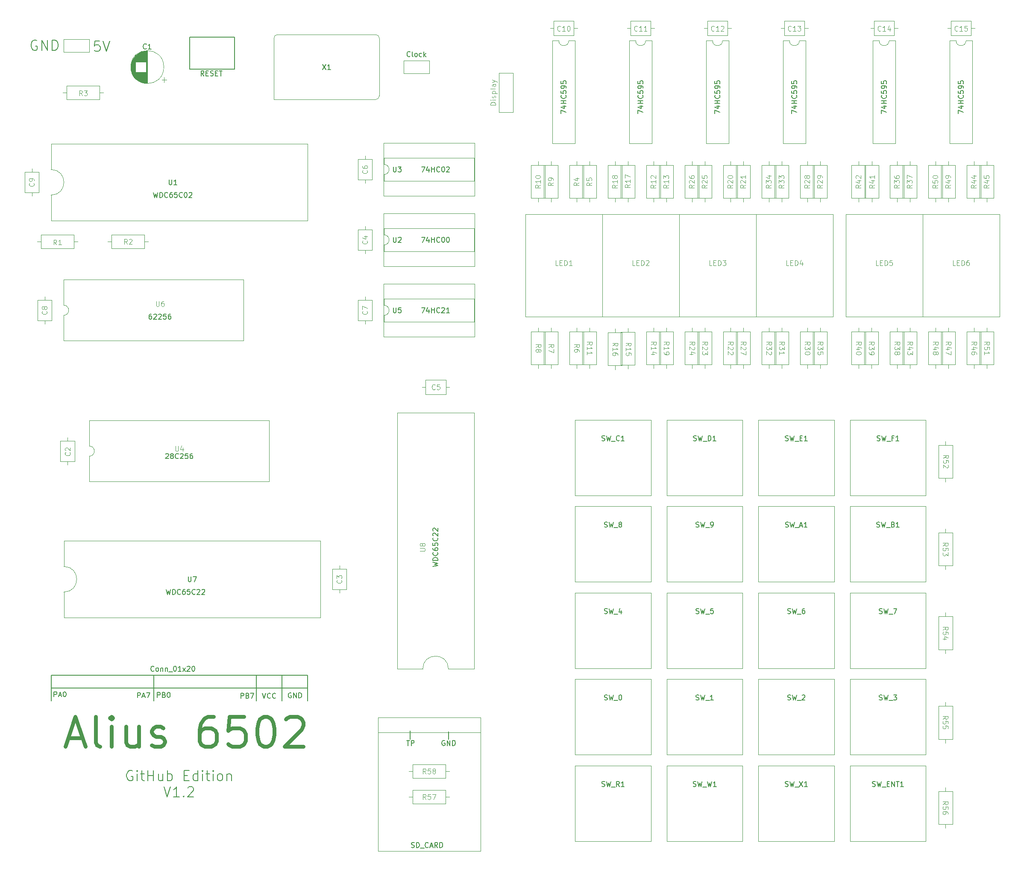
<source format=gto>
%TF.GenerationSoftware,KiCad,Pcbnew,7.0.10*%
%TF.CreationDate,2024-02-09T21:03:48+13:00*%
%TF.ProjectId,Alius_6502,416c6975-735f-4363-9530-322e6b696361,rev?*%
%TF.SameCoordinates,Original*%
%TF.FileFunction,Legend,Top*%
%TF.FilePolarity,Positive*%
%FSLAX46Y46*%
G04 Gerber Fmt 4.6, Leading zero omitted, Abs format (unit mm)*
G04 Created by KiCad (PCBNEW 7.0.10) date 2024-02-09 21:03:48*
%MOMM*%
%LPD*%
G01*
G04 APERTURE LIST*
%ADD10C,0.150000*%
%ADD11C,0.750000*%
%ADD12C,0.100000*%
%ADD13C,0.120000*%
G04 APERTURE END LIST*
D10*
X72390000Y-153670000D02*
X72390000Y-158750000D01*
X102900302Y-164624082D02*
X102870000Y-166322857D01*
X59255248Y-27073528D02*
X68145248Y-27073528D01*
X68145248Y-33423528D01*
X59255248Y-33423528D01*
X59255248Y-27073528D01*
X31750000Y-156210000D02*
X31750000Y-158750000D01*
X110524289Y-164815479D02*
X110490000Y-166370000D01*
X77470000Y-153670000D02*
X77470000Y-158750000D01*
X31750000Y-153670000D02*
X82550000Y-153670000D01*
X82550000Y-156210000D01*
X31750000Y-156210000D01*
X31750000Y-153670000D01*
X82550000Y-156210000D02*
X82550000Y-158750000D01*
X52070000Y-153670000D02*
X52070000Y-158750000D01*
X32335337Y-157920819D02*
X32335337Y-156920819D01*
X32335337Y-156920819D02*
X32716289Y-156920819D01*
X32716289Y-156920819D02*
X32811527Y-156968438D01*
X32811527Y-156968438D02*
X32859146Y-157016057D01*
X32859146Y-157016057D02*
X32906765Y-157111295D01*
X32906765Y-157111295D02*
X32906765Y-157254152D01*
X32906765Y-157254152D02*
X32859146Y-157349390D01*
X32859146Y-157349390D02*
X32811527Y-157397009D01*
X32811527Y-157397009D02*
X32716289Y-157444628D01*
X32716289Y-157444628D02*
X32335337Y-157444628D01*
X33287718Y-157635104D02*
X33763908Y-157635104D01*
X33192480Y-157920819D02*
X33525813Y-156920819D01*
X33525813Y-156920819D02*
X33859146Y-157920819D01*
X34382956Y-156920819D02*
X34478194Y-156920819D01*
X34478194Y-156920819D02*
X34573432Y-156968438D01*
X34573432Y-156968438D02*
X34621051Y-157016057D01*
X34621051Y-157016057D02*
X34668670Y-157111295D01*
X34668670Y-157111295D02*
X34716289Y-157301771D01*
X34716289Y-157301771D02*
X34716289Y-157539866D01*
X34716289Y-157539866D02*
X34668670Y-157730342D01*
X34668670Y-157730342D02*
X34621051Y-157825580D01*
X34621051Y-157825580D02*
X34573432Y-157873200D01*
X34573432Y-157873200D02*
X34478194Y-157920819D01*
X34478194Y-157920819D02*
X34382956Y-157920819D01*
X34382956Y-157920819D02*
X34287718Y-157873200D01*
X34287718Y-157873200D02*
X34240099Y-157825580D01*
X34240099Y-157825580D02*
X34192480Y-157730342D01*
X34192480Y-157730342D02*
X34144861Y-157539866D01*
X34144861Y-157539866D02*
X34144861Y-157301771D01*
X34144861Y-157301771D02*
X34192480Y-157111295D01*
X34192480Y-157111295D02*
X34240099Y-157016057D01*
X34240099Y-157016057D02*
X34287718Y-156968438D01*
X34287718Y-156968438D02*
X34382956Y-156920819D01*
D11*
X35134285Y-166122428D02*
X37991428Y-166122428D01*
X34562856Y-167836714D02*
X36562856Y-161836714D01*
X36562856Y-161836714D02*
X38562856Y-167836714D01*
X41419999Y-167836714D02*
X40848570Y-167551000D01*
X40848570Y-167551000D02*
X40562856Y-166979571D01*
X40562856Y-166979571D02*
X40562856Y-161836714D01*
X43705713Y-167836714D02*
X43705713Y-163836714D01*
X43705713Y-161836714D02*
X43419999Y-162122428D01*
X43419999Y-162122428D02*
X43705713Y-162408142D01*
X43705713Y-162408142D02*
X43991427Y-162122428D01*
X43991427Y-162122428D02*
X43705713Y-161836714D01*
X43705713Y-161836714D02*
X43705713Y-162408142D01*
X49134285Y-163836714D02*
X49134285Y-167836714D01*
X46562856Y-163836714D02*
X46562856Y-166979571D01*
X46562856Y-166979571D02*
X46848570Y-167551000D01*
X46848570Y-167551000D02*
X47419999Y-167836714D01*
X47419999Y-167836714D02*
X48277142Y-167836714D01*
X48277142Y-167836714D02*
X48848570Y-167551000D01*
X48848570Y-167551000D02*
X49134285Y-167265285D01*
X51705713Y-167551000D02*
X52277141Y-167836714D01*
X52277141Y-167836714D02*
X53419998Y-167836714D01*
X53419998Y-167836714D02*
X53991427Y-167551000D01*
X53991427Y-167551000D02*
X54277141Y-166979571D01*
X54277141Y-166979571D02*
X54277141Y-166693857D01*
X54277141Y-166693857D02*
X53991427Y-166122428D01*
X53991427Y-166122428D02*
X53419998Y-165836714D01*
X53419998Y-165836714D02*
X52562856Y-165836714D01*
X52562856Y-165836714D02*
X51991427Y-165551000D01*
X51991427Y-165551000D02*
X51705713Y-164979571D01*
X51705713Y-164979571D02*
X51705713Y-164693857D01*
X51705713Y-164693857D02*
X51991427Y-164122428D01*
X51991427Y-164122428D02*
X52562856Y-163836714D01*
X52562856Y-163836714D02*
X53419998Y-163836714D01*
X53419998Y-163836714D02*
X53991427Y-164122428D01*
X63991428Y-161836714D02*
X62848570Y-161836714D01*
X62848570Y-161836714D02*
X62277142Y-162122428D01*
X62277142Y-162122428D02*
X61991428Y-162408142D01*
X61991428Y-162408142D02*
X61419999Y-163265285D01*
X61419999Y-163265285D02*
X61134285Y-164408142D01*
X61134285Y-164408142D02*
X61134285Y-166693857D01*
X61134285Y-166693857D02*
X61419999Y-167265285D01*
X61419999Y-167265285D02*
X61705713Y-167551000D01*
X61705713Y-167551000D02*
X62277142Y-167836714D01*
X62277142Y-167836714D02*
X63419999Y-167836714D01*
X63419999Y-167836714D02*
X63991428Y-167551000D01*
X63991428Y-167551000D02*
X64277142Y-167265285D01*
X64277142Y-167265285D02*
X64562856Y-166693857D01*
X64562856Y-166693857D02*
X64562856Y-165265285D01*
X64562856Y-165265285D02*
X64277142Y-164693857D01*
X64277142Y-164693857D02*
X63991428Y-164408142D01*
X63991428Y-164408142D02*
X63419999Y-164122428D01*
X63419999Y-164122428D02*
X62277142Y-164122428D01*
X62277142Y-164122428D02*
X61705713Y-164408142D01*
X61705713Y-164408142D02*
X61419999Y-164693857D01*
X61419999Y-164693857D02*
X61134285Y-165265285D01*
X69991428Y-161836714D02*
X67134285Y-161836714D01*
X67134285Y-161836714D02*
X66848571Y-164693857D01*
X66848571Y-164693857D02*
X67134285Y-164408142D01*
X67134285Y-164408142D02*
X67705714Y-164122428D01*
X67705714Y-164122428D02*
X69134285Y-164122428D01*
X69134285Y-164122428D02*
X69705714Y-164408142D01*
X69705714Y-164408142D02*
X69991428Y-164693857D01*
X69991428Y-164693857D02*
X70277142Y-165265285D01*
X70277142Y-165265285D02*
X70277142Y-166693857D01*
X70277142Y-166693857D02*
X69991428Y-167265285D01*
X69991428Y-167265285D02*
X69705714Y-167551000D01*
X69705714Y-167551000D02*
X69134285Y-167836714D01*
X69134285Y-167836714D02*
X67705714Y-167836714D01*
X67705714Y-167836714D02*
X67134285Y-167551000D01*
X67134285Y-167551000D02*
X66848571Y-167265285D01*
X73991428Y-161836714D02*
X74562857Y-161836714D01*
X74562857Y-161836714D02*
X75134285Y-162122428D01*
X75134285Y-162122428D02*
X75420000Y-162408142D01*
X75420000Y-162408142D02*
X75705714Y-162979571D01*
X75705714Y-162979571D02*
X75991428Y-164122428D01*
X75991428Y-164122428D02*
X75991428Y-165551000D01*
X75991428Y-165551000D02*
X75705714Y-166693857D01*
X75705714Y-166693857D02*
X75420000Y-167265285D01*
X75420000Y-167265285D02*
X75134285Y-167551000D01*
X75134285Y-167551000D02*
X74562857Y-167836714D01*
X74562857Y-167836714D02*
X73991428Y-167836714D01*
X73991428Y-167836714D02*
X73420000Y-167551000D01*
X73420000Y-167551000D02*
X73134285Y-167265285D01*
X73134285Y-167265285D02*
X72848571Y-166693857D01*
X72848571Y-166693857D02*
X72562857Y-165551000D01*
X72562857Y-165551000D02*
X72562857Y-164122428D01*
X72562857Y-164122428D02*
X72848571Y-162979571D01*
X72848571Y-162979571D02*
X73134285Y-162408142D01*
X73134285Y-162408142D02*
X73420000Y-162122428D01*
X73420000Y-162122428D02*
X73991428Y-161836714D01*
X78277143Y-162408142D02*
X78562857Y-162122428D01*
X78562857Y-162122428D02*
X79134286Y-161836714D01*
X79134286Y-161836714D02*
X80562857Y-161836714D01*
X80562857Y-161836714D02*
X81134286Y-162122428D01*
X81134286Y-162122428D02*
X81420000Y-162408142D01*
X81420000Y-162408142D02*
X81705714Y-162979571D01*
X81705714Y-162979571D02*
X81705714Y-163551000D01*
X81705714Y-163551000D02*
X81420000Y-164408142D01*
X81420000Y-164408142D02*
X77991428Y-167836714D01*
X77991428Y-167836714D02*
X81705714Y-167836714D01*
D10*
X79316793Y-157179389D02*
X79221555Y-157131770D01*
X79221555Y-157131770D02*
X79078698Y-157131770D01*
X79078698Y-157131770D02*
X78935841Y-157179389D01*
X78935841Y-157179389D02*
X78840603Y-157274627D01*
X78840603Y-157274627D02*
X78792984Y-157369865D01*
X78792984Y-157369865D02*
X78745365Y-157560341D01*
X78745365Y-157560341D02*
X78745365Y-157703198D01*
X78745365Y-157703198D02*
X78792984Y-157893674D01*
X78792984Y-157893674D02*
X78840603Y-157988912D01*
X78840603Y-157988912D02*
X78935841Y-158084151D01*
X78935841Y-158084151D02*
X79078698Y-158131770D01*
X79078698Y-158131770D02*
X79173936Y-158131770D01*
X79173936Y-158131770D02*
X79316793Y-158084151D01*
X79316793Y-158084151D02*
X79364412Y-158036531D01*
X79364412Y-158036531D02*
X79364412Y-157703198D01*
X79364412Y-157703198D02*
X79173936Y-157703198D01*
X79792984Y-158131770D02*
X79792984Y-157131770D01*
X79792984Y-157131770D02*
X80364412Y-158131770D01*
X80364412Y-158131770D02*
X80364412Y-157131770D01*
X80840603Y-158131770D02*
X80840603Y-157131770D01*
X80840603Y-157131770D02*
X81078698Y-157131770D01*
X81078698Y-157131770D02*
X81221555Y-157179389D01*
X81221555Y-157179389D02*
X81316793Y-157274627D01*
X81316793Y-157274627D02*
X81364412Y-157369865D01*
X81364412Y-157369865D02*
X81412031Y-157560341D01*
X81412031Y-157560341D02*
X81412031Y-157703198D01*
X81412031Y-157703198D02*
X81364412Y-157893674D01*
X81364412Y-157893674D02*
X81316793Y-157988912D01*
X81316793Y-157988912D02*
X81221555Y-158084151D01*
X81221555Y-158084151D02*
X81078698Y-158131770D01*
X81078698Y-158131770D02*
X80840603Y-158131770D01*
X102214447Y-166598828D02*
X102785875Y-166598828D01*
X102500161Y-167598828D02*
X102500161Y-166598828D01*
X103119209Y-167598828D02*
X103119209Y-166598828D01*
X103119209Y-166598828D02*
X103500161Y-166598828D01*
X103500161Y-166598828D02*
X103595399Y-166646447D01*
X103595399Y-166646447D02*
X103643018Y-166694066D01*
X103643018Y-166694066D02*
X103690637Y-166789304D01*
X103690637Y-166789304D02*
X103690637Y-166932161D01*
X103690637Y-166932161D02*
X103643018Y-167027399D01*
X103643018Y-167027399D02*
X103595399Y-167075018D01*
X103595399Y-167075018D02*
X103500161Y-167122637D01*
X103500161Y-167122637D02*
X103119209Y-167122637D01*
X52813272Y-158063063D02*
X52813272Y-157063063D01*
X52813272Y-157063063D02*
X53194224Y-157063063D01*
X53194224Y-157063063D02*
X53289462Y-157110682D01*
X53289462Y-157110682D02*
X53337081Y-157158301D01*
X53337081Y-157158301D02*
X53384700Y-157253539D01*
X53384700Y-157253539D02*
X53384700Y-157396396D01*
X53384700Y-157396396D02*
X53337081Y-157491634D01*
X53337081Y-157491634D02*
X53289462Y-157539253D01*
X53289462Y-157539253D02*
X53194224Y-157586872D01*
X53194224Y-157586872D02*
X52813272Y-157586872D01*
X54146605Y-157539253D02*
X54289462Y-157586872D01*
X54289462Y-157586872D02*
X54337081Y-157634491D01*
X54337081Y-157634491D02*
X54384700Y-157729729D01*
X54384700Y-157729729D02*
X54384700Y-157872586D01*
X54384700Y-157872586D02*
X54337081Y-157967824D01*
X54337081Y-157967824D02*
X54289462Y-158015444D01*
X54289462Y-158015444D02*
X54194224Y-158063063D01*
X54194224Y-158063063D02*
X53813272Y-158063063D01*
X53813272Y-158063063D02*
X53813272Y-157063063D01*
X53813272Y-157063063D02*
X54146605Y-157063063D01*
X54146605Y-157063063D02*
X54241843Y-157110682D01*
X54241843Y-157110682D02*
X54289462Y-157158301D01*
X54289462Y-157158301D02*
X54337081Y-157253539D01*
X54337081Y-157253539D02*
X54337081Y-157348777D01*
X54337081Y-157348777D02*
X54289462Y-157444015D01*
X54289462Y-157444015D02*
X54241843Y-157491634D01*
X54241843Y-157491634D02*
X54146605Y-157539253D01*
X54146605Y-157539253D02*
X53813272Y-157539253D01*
X55003748Y-157063063D02*
X55098986Y-157063063D01*
X55098986Y-157063063D02*
X55194224Y-157110682D01*
X55194224Y-157110682D02*
X55241843Y-157158301D01*
X55241843Y-157158301D02*
X55289462Y-157253539D01*
X55289462Y-157253539D02*
X55337081Y-157444015D01*
X55337081Y-157444015D02*
X55337081Y-157682110D01*
X55337081Y-157682110D02*
X55289462Y-157872586D01*
X55289462Y-157872586D02*
X55241843Y-157967824D01*
X55241843Y-157967824D02*
X55194224Y-158015444D01*
X55194224Y-158015444D02*
X55098986Y-158063063D01*
X55098986Y-158063063D02*
X55003748Y-158063063D01*
X55003748Y-158063063D02*
X54908510Y-158015444D01*
X54908510Y-158015444D02*
X54860891Y-157967824D01*
X54860891Y-157967824D02*
X54813272Y-157872586D01*
X54813272Y-157872586D02*
X54765653Y-157682110D01*
X54765653Y-157682110D02*
X54765653Y-157444015D01*
X54765653Y-157444015D02*
X54813272Y-157253539D01*
X54813272Y-157253539D02*
X54860891Y-157158301D01*
X54860891Y-157158301D02*
X54908510Y-157110682D01*
X54908510Y-157110682D02*
X55003748Y-157063063D01*
X69362993Y-158234830D02*
X69362993Y-157234830D01*
X69362993Y-157234830D02*
X69743945Y-157234830D01*
X69743945Y-157234830D02*
X69839183Y-157282449D01*
X69839183Y-157282449D02*
X69886802Y-157330068D01*
X69886802Y-157330068D02*
X69934421Y-157425306D01*
X69934421Y-157425306D02*
X69934421Y-157568163D01*
X69934421Y-157568163D02*
X69886802Y-157663401D01*
X69886802Y-157663401D02*
X69839183Y-157711020D01*
X69839183Y-157711020D02*
X69743945Y-157758639D01*
X69743945Y-157758639D02*
X69362993Y-157758639D01*
X70696326Y-157711020D02*
X70839183Y-157758639D01*
X70839183Y-157758639D02*
X70886802Y-157806258D01*
X70886802Y-157806258D02*
X70934421Y-157901496D01*
X70934421Y-157901496D02*
X70934421Y-158044353D01*
X70934421Y-158044353D02*
X70886802Y-158139591D01*
X70886802Y-158139591D02*
X70839183Y-158187211D01*
X70839183Y-158187211D02*
X70743945Y-158234830D01*
X70743945Y-158234830D02*
X70362993Y-158234830D01*
X70362993Y-158234830D02*
X70362993Y-157234830D01*
X70362993Y-157234830D02*
X70696326Y-157234830D01*
X70696326Y-157234830D02*
X70791564Y-157282449D01*
X70791564Y-157282449D02*
X70839183Y-157330068D01*
X70839183Y-157330068D02*
X70886802Y-157425306D01*
X70886802Y-157425306D02*
X70886802Y-157520544D01*
X70886802Y-157520544D02*
X70839183Y-157615782D01*
X70839183Y-157615782D02*
X70791564Y-157663401D01*
X70791564Y-157663401D02*
X70696326Y-157711020D01*
X70696326Y-157711020D02*
X70362993Y-157711020D01*
X71267755Y-157234830D02*
X71934421Y-157234830D01*
X71934421Y-157234830D02*
X71505850Y-158234830D01*
X73653864Y-157229462D02*
X73987197Y-158229462D01*
X73987197Y-158229462D02*
X74320530Y-157229462D01*
X75225292Y-158134223D02*
X75177673Y-158181843D01*
X75177673Y-158181843D02*
X75034816Y-158229462D01*
X75034816Y-158229462D02*
X74939578Y-158229462D01*
X74939578Y-158229462D02*
X74796721Y-158181843D01*
X74796721Y-158181843D02*
X74701483Y-158086604D01*
X74701483Y-158086604D02*
X74653864Y-157991366D01*
X74653864Y-157991366D02*
X74606245Y-157800890D01*
X74606245Y-157800890D02*
X74606245Y-157658033D01*
X74606245Y-157658033D02*
X74653864Y-157467557D01*
X74653864Y-157467557D02*
X74701483Y-157372319D01*
X74701483Y-157372319D02*
X74796721Y-157277081D01*
X74796721Y-157277081D02*
X74939578Y-157229462D01*
X74939578Y-157229462D02*
X75034816Y-157229462D01*
X75034816Y-157229462D02*
X75177673Y-157277081D01*
X75177673Y-157277081D02*
X75225292Y-157324700D01*
X76225292Y-158134223D02*
X76177673Y-158181843D01*
X76177673Y-158181843D02*
X76034816Y-158229462D01*
X76034816Y-158229462D02*
X75939578Y-158229462D01*
X75939578Y-158229462D02*
X75796721Y-158181843D01*
X75796721Y-158181843D02*
X75701483Y-158086604D01*
X75701483Y-158086604D02*
X75653864Y-157991366D01*
X75653864Y-157991366D02*
X75606245Y-157800890D01*
X75606245Y-157800890D02*
X75606245Y-157658033D01*
X75606245Y-157658033D02*
X75653864Y-157467557D01*
X75653864Y-157467557D02*
X75701483Y-157372319D01*
X75701483Y-157372319D02*
X75796721Y-157277081D01*
X75796721Y-157277081D02*
X75939578Y-157229462D01*
X75939578Y-157229462D02*
X76034816Y-157229462D01*
X76034816Y-157229462D02*
X76177673Y-157277081D01*
X76177673Y-157277081D02*
X76225292Y-157324700D01*
X103159160Y-187782200D02*
X103302017Y-187829819D01*
X103302017Y-187829819D02*
X103540112Y-187829819D01*
X103540112Y-187829819D02*
X103635350Y-187782200D01*
X103635350Y-187782200D02*
X103682969Y-187734580D01*
X103682969Y-187734580D02*
X103730588Y-187639342D01*
X103730588Y-187639342D02*
X103730588Y-187544104D01*
X103730588Y-187544104D02*
X103682969Y-187448866D01*
X103682969Y-187448866D02*
X103635350Y-187401247D01*
X103635350Y-187401247D02*
X103540112Y-187353628D01*
X103540112Y-187353628D02*
X103349636Y-187306009D01*
X103349636Y-187306009D02*
X103254398Y-187258390D01*
X103254398Y-187258390D02*
X103206779Y-187210771D01*
X103206779Y-187210771D02*
X103159160Y-187115533D01*
X103159160Y-187115533D02*
X103159160Y-187020295D01*
X103159160Y-187020295D02*
X103206779Y-186925057D01*
X103206779Y-186925057D02*
X103254398Y-186877438D01*
X103254398Y-186877438D02*
X103349636Y-186829819D01*
X103349636Y-186829819D02*
X103587731Y-186829819D01*
X103587731Y-186829819D02*
X103730588Y-186877438D01*
X104159160Y-187829819D02*
X104159160Y-186829819D01*
X104159160Y-186829819D02*
X104397255Y-186829819D01*
X104397255Y-186829819D02*
X104540112Y-186877438D01*
X104540112Y-186877438D02*
X104635350Y-186972676D01*
X104635350Y-186972676D02*
X104682969Y-187067914D01*
X104682969Y-187067914D02*
X104730588Y-187258390D01*
X104730588Y-187258390D02*
X104730588Y-187401247D01*
X104730588Y-187401247D02*
X104682969Y-187591723D01*
X104682969Y-187591723D02*
X104635350Y-187686961D01*
X104635350Y-187686961D02*
X104540112Y-187782200D01*
X104540112Y-187782200D02*
X104397255Y-187829819D01*
X104397255Y-187829819D02*
X104159160Y-187829819D01*
X104921065Y-187925057D02*
X105682969Y-187925057D01*
X106492493Y-187734580D02*
X106444874Y-187782200D01*
X106444874Y-187782200D02*
X106302017Y-187829819D01*
X106302017Y-187829819D02*
X106206779Y-187829819D01*
X106206779Y-187829819D02*
X106063922Y-187782200D01*
X106063922Y-187782200D02*
X105968684Y-187686961D01*
X105968684Y-187686961D02*
X105921065Y-187591723D01*
X105921065Y-187591723D02*
X105873446Y-187401247D01*
X105873446Y-187401247D02*
X105873446Y-187258390D01*
X105873446Y-187258390D02*
X105921065Y-187067914D01*
X105921065Y-187067914D02*
X105968684Y-186972676D01*
X105968684Y-186972676D02*
X106063922Y-186877438D01*
X106063922Y-186877438D02*
X106206779Y-186829819D01*
X106206779Y-186829819D02*
X106302017Y-186829819D01*
X106302017Y-186829819D02*
X106444874Y-186877438D01*
X106444874Y-186877438D02*
X106492493Y-186925057D01*
X106873446Y-187544104D02*
X107349636Y-187544104D01*
X106778208Y-187829819D02*
X107111541Y-186829819D01*
X107111541Y-186829819D02*
X107444874Y-187829819D01*
X108349636Y-187829819D02*
X108016303Y-187353628D01*
X107778208Y-187829819D02*
X107778208Y-186829819D01*
X107778208Y-186829819D02*
X108159160Y-186829819D01*
X108159160Y-186829819D02*
X108254398Y-186877438D01*
X108254398Y-186877438D02*
X108302017Y-186925057D01*
X108302017Y-186925057D02*
X108349636Y-187020295D01*
X108349636Y-187020295D02*
X108349636Y-187163152D01*
X108349636Y-187163152D02*
X108302017Y-187258390D01*
X108302017Y-187258390D02*
X108254398Y-187306009D01*
X108254398Y-187306009D02*
X108159160Y-187353628D01*
X108159160Y-187353628D02*
X107778208Y-187353628D01*
X108778208Y-187829819D02*
X108778208Y-186829819D01*
X108778208Y-186829819D02*
X109016303Y-186829819D01*
X109016303Y-186829819D02*
X109159160Y-186877438D01*
X109159160Y-186877438D02*
X109254398Y-186972676D01*
X109254398Y-186972676D02*
X109302017Y-187067914D01*
X109302017Y-187067914D02*
X109349636Y-187258390D01*
X109349636Y-187258390D02*
X109349636Y-187401247D01*
X109349636Y-187401247D02*
X109302017Y-187591723D01*
X109302017Y-187591723D02*
X109254398Y-187686961D01*
X109254398Y-187686961D02*
X109159160Y-187782200D01*
X109159160Y-187782200D02*
X109016303Y-187829819D01*
X109016303Y-187829819D02*
X108778208Y-187829819D01*
X47864285Y-172662676D02*
X47673809Y-172567438D01*
X47673809Y-172567438D02*
X47388095Y-172567438D01*
X47388095Y-172567438D02*
X47102380Y-172662676D01*
X47102380Y-172662676D02*
X46911904Y-172853152D01*
X46911904Y-172853152D02*
X46816666Y-173043628D01*
X46816666Y-173043628D02*
X46721428Y-173424580D01*
X46721428Y-173424580D02*
X46721428Y-173710295D01*
X46721428Y-173710295D02*
X46816666Y-174091247D01*
X46816666Y-174091247D02*
X46911904Y-174281723D01*
X46911904Y-174281723D02*
X47102380Y-174472200D01*
X47102380Y-174472200D02*
X47388095Y-174567438D01*
X47388095Y-174567438D02*
X47578571Y-174567438D01*
X47578571Y-174567438D02*
X47864285Y-174472200D01*
X47864285Y-174472200D02*
X47959523Y-174376961D01*
X47959523Y-174376961D02*
X47959523Y-173710295D01*
X47959523Y-173710295D02*
X47578571Y-173710295D01*
X48816666Y-174567438D02*
X48816666Y-173234104D01*
X48816666Y-172567438D02*
X48721428Y-172662676D01*
X48721428Y-172662676D02*
X48816666Y-172757914D01*
X48816666Y-172757914D02*
X48911904Y-172662676D01*
X48911904Y-172662676D02*
X48816666Y-172567438D01*
X48816666Y-172567438D02*
X48816666Y-172757914D01*
X49483333Y-173234104D02*
X50245237Y-173234104D01*
X49769047Y-172567438D02*
X49769047Y-174281723D01*
X49769047Y-174281723D02*
X49864285Y-174472200D01*
X49864285Y-174472200D02*
X50054761Y-174567438D01*
X50054761Y-174567438D02*
X50245237Y-174567438D01*
X50911904Y-174567438D02*
X50911904Y-172567438D01*
X50911904Y-173519819D02*
X52054761Y-173519819D01*
X52054761Y-174567438D02*
X52054761Y-172567438D01*
X53864285Y-173234104D02*
X53864285Y-174567438D01*
X53007142Y-173234104D02*
X53007142Y-174281723D01*
X53007142Y-174281723D02*
X53102380Y-174472200D01*
X53102380Y-174472200D02*
X53292856Y-174567438D01*
X53292856Y-174567438D02*
X53578571Y-174567438D01*
X53578571Y-174567438D02*
X53769047Y-174472200D01*
X53769047Y-174472200D02*
X53864285Y-174376961D01*
X54816666Y-174567438D02*
X54816666Y-172567438D01*
X54816666Y-173329342D02*
X55007142Y-173234104D01*
X55007142Y-173234104D02*
X55388095Y-173234104D01*
X55388095Y-173234104D02*
X55578571Y-173329342D01*
X55578571Y-173329342D02*
X55673809Y-173424580D01*
X55673809Y-173424580D02*
X55769047Y-173615057D01*
X55769047Y-173615057D02*
X55769047Y-174186485D01*
X55769047Y-174186485D02*
X55673809Y-174376961D01*
X55673809Y-174376961D02*
X55578571Y-174472200D01*
X55578571Y-174472200D02*
X55388095Y-174567438D01*
X55388095Y-174567438D02*
X55007142Y-174567438D01*
X55007142Y-174567438D02*
X54816666Y-174472200D01*
X58150000Y-173519819D02*
X58816667Y-173519819D01*
X59102381Y-174567438D02*
X58150000Y-174567438D01*
X58150000Y-174567438D02*
X58150000Y-172567438D01*
X58150000Y-172567438D02*
X59102381Y-172567438D01*
X60816667Y-174567438D02*
X60816667Y-172567438D01*
X60816667Y-174472200D02*
X60626191Y-174567438D01*
X60626191Y-174567438D02*
X60245238Y-174567438D01*
X60245238Y-174567438D02*
X60054762Y-174472200D01*
X60054762Y-174472200D02*
X59959524Y-174376961D01*
X59959524Y-174376961D02*
X59864286Y-174186485D01*
X59864286Y-174186485D02*
X59864286Y-173615057D01*
X59864286Y-173615057D02*
X59959524Y-173424580D01*
X59959524Y-173424580D02*
X60054762Y-173329342D01*
X60054762Y-173329342D02*
X60245238Y-173234104D01*
X60245238Y-173234104D02*
X60626191Y-173234104D01*
X60626191Y-173234104D02*
X60816667Y-173329342D01*
X61769048Y-174567438D02*
X61769048Y-173234104D01*
X61769048Y-172567438D02*
X61673810Y-172662676D01*
X61673810Y-172662676D02*
X61769048Y-172757914D01*
X61769048Y-172757914D02*
X61864286Y-172662676D01*
X61864286Y-172662676D02*
X61769048Y-172567438D01*
X61769048Y-172567438D02*
X61769048Y-172757914D01*
X62435715Y-173234104D02*
X63197619Y-173234104D01*
X62721429Y-172567438D02*
X62721429Y-174281723D01*
X62721429Y-174281723D02*
X62816667Y-174472200D01*
X62816667Y-174472200D02*
X63007143Y-174567438D01*
X63007143Y-174567438D02*
X63197619Y-174567438D01*
X63864286Y-174567438D02*
X63864286Y-173234104D01*
X63864286Y-172567438D02*
X63769048Y-172662676D01*
X63769048Y-172662676D02*
X63864286Y-172757914D01*
X63864286Y-172757914D02*
X63959524Y-172662676D01*
X63959524Y-172662676D02*
X63864286Y-172567438D01*
X63864286Y-172567438D02*
X63864286Y-172757914D01*
X65102381Y-174567438D02*
X64911905Y-174472200D01*
X64911905Y-174472200D02*
X64816667Y-174376961D01*
X64816667Y-174376961D02*
X64721429Y-174186485D01*
X64721429Y-174186485D02*
X64721429Y-173615057D01*
X64721429Y-173615057D02*
X64816667Y-173424580D01*
X64816667Y-173424580D02*
X64911905Y-173329342D01*
X64911905Y-173329342D02*
X65102381Y-173234104D01*
X65102381Y-173234104D02*
X65388096Y-173234104D01*
X65388096Y-173234104D02*
X65578572Y-173329342D01*
X65578572Y-173329342D02*
X65673810Y-173424580D01*
X65673810Y-173424580D02*
X65769048Y-173615057D01*
X65769048Y-173615057D02*
X65769048Y-174186485D01*
X65769048Y-174186485D02*
X65673810Y-174376961D01*
X65673810Y-174376961D02*
X65578572Y-174472200D01*
X65578572Y-174472200D02*
X65388096Y-174567438D01*
X65388096Y-174567438D02*
X65102381Y-174567438D01*
X66626191Y-173234104D02*
X66626191Y-174567438D01*
X66626191Y-173424580D02*
X66721429Y-173329342D01*
X66721429Y-173329342D02*
X66911905Y-173234104D01*
X66911905Y-173234104D02*
X67197620Y-173234104D01*
X67197620Y-173234104D02*
X67388096Y-173329342D01*
X67388096Y-173329342D02*
X67483334Y-173519819D01*
X67483334Y-173519819D02*
X67483334Y-174567438D01*
X54102381Y-175787438D02*
X54769047Y-177787438D01*
X54769047Y-177787438D02*
X55435714Y-175787438D01*
X57150000Y-177787438D02*
X56007143Y-177787438D01*
X56578571Y-177787438D02*
X56578571Y-175787438D01*
X56578571Y-175787438D02*
X56388095Y-176073152D01*
X56388095Y-176073152D02*
X56197619Y-176263628D01*
X56197619Y-176263628D02*
X56007143Y-176358866D01*
X58007143Y-177596961D02*
X58102381Y-177692200D01*
X58102381Y-177692200D02*
X58007143Y-177787438D01*
X58007143Y-177787438D02*
X57911905Y-177692200D01*
X57911905Y-177692200D02*
X58007143Y-177596961D01*
X58007143Y-177596961D02*
X58007143Y-177787438D01*
X58864286Y-175977914D02*
X58959524Y-175882676D01*
X58959524Y-175882676D02*
X59150000Y-175787438D01*
X59150000Y-175787438D02*
X59626191Y-175787438D01*
X59626191Y-175787438D02*
X59816667Y-175882676D01*
X59816667Y-175882676D02*
X59911905Y-175977914D01*
X59911905Y-175977914D02*
X60007143Y-176168390D01*
X60007143Y-176168390D02*
X60007143Y-176358866D01*
X60007143Y-176358866D02*
X59911905Y-176644580D01*
X59911905Y-176644580D02*
X58769048Y-177787438D01*
X58769048Y-177787438D02*
X60007143Y-177787438D01*
X109765669Y-166638381D02*
X109670431Y-166590762D01*
X109670431Y-166590762D02*
X109527574Y-166590762D01*
X109527574Y-166590762D02*
X109384717Y-166638381D01*
X109384717Y-166638381D02*
X109289479Y-166733619D01*
X109289479Y-166733619D02*
X109241860Y-166828857D01*
X109241860Y-166828857D02*
X109194241Y-167019333D01*
X109194241Y-167019333D02*
X109194241Y-167162190D01*
X109194241Y-167162190D02*
X109241860Y-167352666D01*
X109241860Y-167352666D02*
X109289479Y-167447904D01*
X109289479Y-167447904D02*
X109384717Y-167543143D01*
X109384717Y-167543143D02*
X109527574Y-167590762D01*
X109527574Y-167590762D02*
X109622812Y-167590762D01*
X109622812Y-167590762D02*
X109765669Y-167543143D01*
X109765669Y-167543143D02*
X109813288Y-167495523D01*
X109813288Y-167495523D02*
X109813288Y-167162190D01*
X109813288Y-167162190D02*
X109622812Y-167162190D01*
X110241860Y-167590762D02*
X110241860Y-166590762D01*
X110241860Y-166590762D02*
X110813288Y-167590762D01*
X110813288Y-167590762D02*
X110813288Y-166590762D01*
X111289479Y-167590762D02*
X111289479Y-166590762D01*
X111289479Y-166590762D02*
X111527574Y-166590762D01*
X111527574Y-166590762D02*
X111670431Y-166638381D01*
X111670431Y-166638381D02*
X111765669Y-166733619D01*
X111765669Y-166733619D02*
X111813288Y-166828857D01*
X111813288Y-166828857D02*
X111860907Y-167019333D01*
X111860907Y-167019333D02*
X111860907Y-167162190D01*
X111860907Y-167162190D02*
X111813288Y-167352666D01*
X111813288Y-167352666D02*
X111765669Y-167447904D01*
X111765669Y-167447904D02*
X111670431Y-167543143D01*
X111670431Y-167543143D02*
X111527574Y-167590762D01*
X111527574Y-167590762D02*
X111289479Y-167590762D01*
X41392034Y-27865130D02*
X40439653Y-27865130D01*
X40439653Y-27865130D02*
X40344415Y-28817511D01*
X40344415Y-28817511D02*
X40439653Y-28722272D01*
X40439653Y-28722272D02*
X40630129Y-28627034D01*
X40630129Y-28627034D02*
X41106320Y-28627034D01*
X41106320Y-28627034D02*
X41296796Y-28722272D01*
X41296796Y-28722272D02*
X41392034Y-28817511D01*
X41392034Y-28817511D02*
X41487272Y-29007987D01*
X41487272Y-29007987D02*
X41487272Y-29484177D01*
X41487272Y-29484177D02*
X41392034Y-29674653D01*
X41392034Y-29674653D02*
X41296796Y-29769892D01*
X41296796Y-29769892D02*
X41106320Y-29865130D01*
X41106320Y-29865130D02*
X40630129Y-29865130D01*
X40630129Y-29865130D02*
X40439653Y-29769892D01*
X40439653Y-29769892D02*
X40344415Y-29674653D01*
X42058701Y-27865130D02*
X42725367Y-29865130D01*
X42725367Y-29865130D02*
X43392034Y-27865130D01*
X48885058Y-158092586D02*
X48885058Y-157092586D01*
X48885058Y-157092586D02*
X49266010Y-157092586D01*
X49266010Y-157092586D02*
X49361248Y-157140205D01*
X49361248Y-157140205D02*
X49408867Y-157187824D01*
X49408867Y-157187824D02*
X49456486Y-157283062D01*
X49456486Y-157283062D02*
X49456486Y-157425919D01*
X49456486Y-157425919D02*
X49408867Y-157521157D01*
X49408867Y-157521157D02*
X49361248Y-157568776D01*
X49361248Y-157568776D02*
X49266010Y-157616395D01*
X49266010Y-157616395D02*
X48885058Y-157616395D01*
X49837439Y-157806871D02*
X50313629Y-157806871D01*
X49742201Y-158092586D02*
X50075534Y-157092586D01*
X50075534Y-157092586D02*
X50408867Y-158092586D01*
X50646963Y-157092586D02*
X51313629Y-157092586D01*
X51313629Y-157092586D02*
X50885058Y-158092586D01*
D12*
X30842180Y-81446666D02*
X30889800Y-81494285D01*
X30889800Y-81494285D02*
X30937419Y-81637142D01*
X30937419Y-81637142D02*
X30937419Y-81732380D01*
X30937419Y-81732380D02*
X30889800Y-81875237D01*
X30889800Y-81875237D02*
X30794561Y-81970475D01*
X30794561Y-81970475D02*
X30699323Y-82018094D01*
X30699323Y-82018094D02*
X30508847Y-82065713D01*
X30508847Y-82065713D02*
X30365990Y-82065713D01*
X30365990Y-82065713D02*
X30175514Y-82018094D01*
X30175514Y-82018094D02*
X30080276Y-81970475D01*
X30080276Y-81970475D02*
X29985038Y-81875237D01*
X29985038Y-81875237D02*
X29937419Y-81732380D01*
X29937419Y-81732380D02*
X29937419Y-81637142D01*
X29937419Y-81637142D02*
X29985038Y-81494285D01*
X29985038Y-81494285D02*
X30032657Y-81446666D01*
X30365990Y-80875237D02*
X30318371Y-80970475D01*
X30318371Y-80970475D02*
X30270752Y-81018094D01*
X30270752Y-81018094D02*
X30175514Y-81065713D01*
X30175514Y-81065713D02*
X30127895Y-81065713D01*
X30127895Y-81065713D02*
X30032657Y-81018094D01*
X30032657Y-81018094D02*
X29985038Y-80970475D01*
X29985038Y-80970475D02*
X29937419Y-80875237D01*
X29937419Y-80875237D02*
X29937419Y-80684761D01*
X29937419Y-80684761D02*
X29985038Y-80589523D01*
X29985038Y-80589523D02*
X30032657Y-80541904D01*
X30032657Y-80541904D02*
X30127895Y-80494285D01*
X30127895Y-80494285D02*
X30175514Y-80494285D01*
X30175514Y-80494285D02*
X30270752Y-80541904D01*
X30270752Y-80541904D02*
X30318371Y-80589523D01*
X30318371Y-80589523D02*
X30365990Y-80684761D01*
X30365990Y-80684761D02*
X30365990Y-80875237D01*
X30365990Y-80875237D02*
X30413609Y-80970475D01*
X30413609Y-80970475D02*
X30461228Y-81018094D01*
X30461228Y-81018094D02*
X30556466Y-81065713D01*
X30556466Y-81065713D02*
X30746942Y-81065713D01*
X30746942Y-81065713D02*
X30842180Y-81018094D01*
X30842180Y-81018094D02*
X30889800Y-80970475D01*
X30889800Y-80970475D02*
X30937419Y-80875237D01*
X30937419Y-80875237D02*
X30937419Y-80684761D01*
X30937419Y-80684761D02*
X30889800Y-80589523D01*
X30889800Y-80589523D02*
X30842180Y-80541904D01*
X30842180Y-80541904D02*
X30746942Y-80494285D01*
X30746942Y-80494285D02*
X30556466Y-80494285D01*
X30556466Y-80494285D02*
X30461228Y-80541904D01*
X30461228Y-80541904D02*
X30413609Y-80589523D01*
X30413609Y-80589523D02*
X30365990Y-80684761D01*
X215087419Y-56407857D02*
X214611228Y-56741190D01*
X215087419Y-56979285D02*
X214087419Y-56979285D01*
X214087419Y-56979285D02*
X214087419Y-56598333D01*
X214087419Y-56598333D02*
X214135038Y-56503095D01*
X214135038Y-56503095D02*
X214182657Y-56455476D01*
X214182657Y-56455476D02*
X214277895Y-56407857D01*
X214277895Y-56407857D02*
X214420752Y-56407857D01*
X214420752Y-56407857D02*
X214515990Y-56455476D01*
X214515990Y-56455476D02*
X214563609Y-56503095D01*
X214563609Y-56503095D02*
X214611228Y-56598333D01*
X214611228Y-56598333D02*
X214611228Y-56979285D01*
X214420752Y-55550714D02*
X215087419Y-55550714D01*
X214039800Y-55788809D02*
X214754085Y-56026904D01*
X214754085Y-56026904D02*
X214754085Y-55407857D01*
X214420752Y-54598333D02*
X215087419Y-54598333D01*
X214039800Y-54836428D02*
X214754085Y-55074523D01*
X214754085Y-55074523D02*
X214754085Y-54455476D01*
X194927419Y-56407857D02*
X194451228Y-56741190D01*
X194927419Y-56979285D02*
X193927419Y-56979285D01*
X193927419Y-56979285D02*
X193927419Y-56598333D01*
X193927419Y-56598333D02*
X193975038Y-56503095D01*
X193975038Y-56503095D02*
X194022657Y-56455476D01*
X194022657Y-56455476D02*
X194117895Y-56407857D01*
X194117895Y-56407857D02*
X194260752Y-56407857D01*
X194260752Y-56407857D02*
X194355990Y-56455476D01*
X194355990Y-56455476D02*
X194403609Y-56503095D01*
X194403609Y-56503095D02*
X194451228Y-56598333D01*
X194451228Y-56598333D02*
X194451228Y-56979285D01*
X194260752Y-55550714D02*
X194927419Y-55550714D01*
X193879800Y-55788809D02*
X194594085Y-56026904D01*
X194594085Y-56026904D02*
X194594085Y-55407857D01*
X194927419Y-54503095D02*
X194927419Y-55074523D01*
X194927419Y-54788809D02*
X193927419Y-54788809D01*
X193927419Y-54788809D02*
X194070276Y-54884047D01*
X194070276Y-54884047D02*
X194165514Y-54979285D01*
X194165514Y-54979285D02*
X194213133Y-55074523D01*
X150672580Y-88142142D02*
X151148771Y-87808809D01*
X150672580Y-87570714D02*
X151672580Y-87570714D01*
X151672580Y-87570714D02*
X151672580Y-87951666D01*
X151672580Y-87951666D02*
X151624961Y-88046904D01*
X151624961Y-88046904D02*
X151577342Y-88094523D01*
X151577342Y-88094523D02*
X151482104Y-88142142D01*
X151482104Y-88142142D02*
X151339247Y-88142142D01*
X151339247Y-88142142D02*
X151244009Y-88094523D01*
X151244009Y-88094523D02*
X151196390Y-88046904D01*
X151196390Y-88046904D02*
X151148771Y-87951666D01*
X151148771Y-87951666D02*
X151148771Y-87570714D01*
X150672580Y-89094523D02*
X150672580Y-88523095D01*
X150672580Y-88808809D02*
X151672580Y-88808809D01*
X151672580Y-88808809D02*
X151529723Y-88713571D01*
X151529723Y-88713571D02*
X151434485Y-88618333D01*
X151434485Y-88618333D02*
X151386866Y-88523095D01*
X151339247Y-89951666D02*
X150672580Y-89951666D01*
X151720200Y-89713571D02*
X151005914Y-89475476D01*
X151005914Y-89475476D02*
X151005914Y-90094523D01*
X176072580Y-88142142D02*
X176548771Y-87808809D01*
X176072580Y-87570714D02*
X177072580Y-87570714D01*
X177072580Y-87570714D02*
X177072580Y-87951666D01*
X177072580Y-87951666D02*
X177024961Y-88046904D01*
X177024961Y-88046904D02*
X176977342Y-88094523D01*
X176977342Y-88094523D02*
X176882104Y-88142142D01*
X176882104Y-88142142D02*
X176739247Y-88142142D01*
X176739247Y-88142142D02*
X176644009Y-88094523D01*
X176644009Y-88094523D02*
X176596390Y-88046904D01*
X176596390Y-88046904D02*
X176548771Y-87951666D01*
X176548771Y-87951666D02*
X176548771Y-87570714D01*
X177072580Y-88475476D02*
X177072580Y-89094523D01*
X177072580Y-89094523D02*
X176691628Y-88761190D01*
X176691628Y-88761190D02*
X176691628Y-88904047D01*
X176691628Y-88904047D02*
X176644009Y-88999285D01*
X176644009Y-88999285D02*
X176596390Y-89046904D01*
X176596390Y-89046904D02*
X176501152Y-89094523D01*
X176501152Y-89094523D02*
X176263057Y-89094523D01*
X176263057Y-89094523D02*
X176167819Y-89046904D01*
X176167819Y-89046904D02*
X176120200Y-88999285D01*
X176120200Y-88999285D02*
X176072580Y-88904047D01*
X176072580Y-88904047D02*
X176072580Y-88618333D01*
X176072580Y-88618333D02*
X176120200Y-88523095D01*
X176120200Y-88523095D02*
X176167819Y-88475476D01*
X176072580Y-90046904D02*
X176072580Y-89475476D01*
X176072580Y-89761190D02*
X177072580Y-89761190D01*
X177072580Y-89761190D02*
X176929723Y-89665952D01*
X176929723Y-89665952D02*
X176834485Y-89570714D01*
X176834485Y-89570714D02*
X176786866Y-89475476D01*
X168452580Y-88142142D02*
X168928771Y-87808809D01*
X168452580Y-87570714D02*
X169452580Y-87570714D01*
X169452580Y-87570714D02*
X169452580Y-87951666D01*
X169452580Y-87951666D02*
X169404961Y-88046904D01*
X169404961Y-88046904D02*
X169357342Y-88094523D01*
X169357342Y-88094523D02*
X169262104Y-88142142D01*
X169262104Y-88142142D02*
X169119247Y-88142142D01*
X169119247Y-88142142D02*
X169024009Y-88094523D01*
X169024009Y-88094523D02*
X168976390Y-88046904D01*
X168976390Y-88046904D02*
X168928771Y-87951666D01*
X168928771Y-87951666D02*
X168928771Y-87570714D01*
X169357342Y-88523095D02*
X169404961Y-88570714D01*
X169404961Y-88570714D02*
X169452580Y-88665952D01*
X169452580Y-88665952D02*
X169452580Y-88904047D01*
X169452580Y-88904047D02*
X169404961Y-88999285D01*
X169404961Y-88999285D02*
X169357342Y-89046904D01*
X169357342Y-89046904D02*
X169262104Y-89094523D01*
X169262104Y-89094523D02*
X169166866Y-89094523D01*
X169166866Y-89094523D02*
X169024009Y-89046904D01*
X169024009Y-89046904D02*
X168452580Y-88475476D01*
X168452580Y-88475476D02*
X168452580Y-89094523D01*
X169452580Y-89427857D02*
X169452580Y-90094523D01*
X169452580Y-90094523D02*
X168452580Y-89665952D01*
D10*
X50625873Y-29330815D02*
X50578254Y-29378435D01*
X50578254Y-29378435D02*
X50435397Y-29426054D01*
X50435397Y-29426054D02*
X50340159Y-29426054D01*
X50340159Y-29426054D02*
X50197302Y-29378435D01*
X50197302Y-29378435D02*
X50102064Y-29283196D01*
X50102064Y-29283196D02*
X50054445Y-29187958D01*
X50054445Y-29187958D02*
X50006826Y-28997482D01*
X50006826Y-28997482D02*
X50006826Y-28854625D01*
X50006826Y-28854625D02*
X50054445Y-28664149D01*
X50054445Y-28664149D02*
X50102064Y-28568911D01*
X50102064Y-28568911D02*
X50197302Y-28473673D01*
X50197302Y-28473673D02*
X50340159Y-28426054D01*
X50340159Y-28426054D02*
X50435397Y-28426054D01*
X50435397Y-28426054D02*
X50578254Y-28473673D01*
X50578254Y-28473673D02*
X50625873Y-28521292D01*
X51578254Y-29426054D02*
X51006826Y-29426054D01*
X51292540Y-29426054D02*
X51292540Y-28426054D01*
X51292540Y-28426054D02*
X51197302Y-28568911D01*
X51197302Y-28568911D02*
X51102064Y-28664149D01*
X51102064Y-28664149D02*
X51006826Y-28711768D01*
X211559819Y-42231904D02*
X211559819Y-41565238D01*
X211559819Y-41565238D02*
X212559819Y-41993809D01*
X211893152Y-40755714D02*
X212559819Y-40755714D01*
X211512200Y-40993809D02*
X212226485Y-41231904D01*
X212226485Y-41231904D02*
X212226485Y-40612857D01*
X212559819Y-40231904D02*
X211559819Y-40231904D01*
X212036009Y-40231904D02*
X212036009Y-39660476D01*
X212559819Y-39660476D02*
X211559819Y-39660476D01*
X212464580Y-38612857D02*
X212512200Y-38660476D01*
X212512200Y-38660476D02*
X212559819Y-38803333D01*
X212559819Y-38803333D02*
X212559819Y-38898571D01*
X212559819Y-38898571D02*
X212512200Y-39041428D01*
X212512200Y-39041428D02*
X212416961Y-39136666D01*
X212416961Y-39136666D02*
X212321723Y-39184285D01*
X212321723Y-39184285D02*
X212131247Y-39231904D01*
X212131247Y-39231904D02*
X211988390Y-39231904D01*
X211988390Y-39231904D02*
X211797914Y-39184285D01*
X211797914Y-39184285D02*
X211702676Y-39136666D01*
X211702676Y-39136666D02*
X211607438Y-39041428D01*
X211607438Y-39041428D02*
X211559819Y-38898571D01*
X211559819Y-38898571D02*
X211559819Y-38803333D01*
X211559819Y-38803333D02*
X211607438Y-38660476D01*
X211607438Y-38660476D02*
X211655057Y-38612857D01*
X211559819Y-37708095D02*
X211559819Y-38184285D01*
X211559819Y-38184285D02*
X212036009Y-38231904D01*
X212036009Y-38231904D02*
X211988390Y-38184285D01*
X211988390Y-38184285D02*
X211940771Y-38089047D01*
X211940771Y-38089047D02*
X211940771Y-37850952D01*
X211940771Y-37850952D02*
X211988390Y-37755714D01*
X211988390Y-37755714D02*
X212036009Y-37708095D01*
X212036009Y-37708095D02*
X212131247Y-37660476D01*
X212131247Y-37660476D02*
X212369342Y-37660476D01*
X212369342Y-37660476D02*
X212464580Y-37708095D01*
X212464580Y-37708095D02*
X212512200Y-37755714D01*
X212512200Y-37755714D02*
X212559819Y-37850952D01*
X212559819Y-37850952D02*
X212559819Y-38089047D01*
X212559819Y-38089047D02*
X212512200Y-38184285D01*
X212512200Y-38184285D02*
X212464580Y-38231904D01*
X212559819Y-37184285D02*
X212559819Y-36993809D01*
X212559819Y-36993809D02*
X212512200Y-36898571D01*
X212512200Y-36898571D02*
X212464580Y-36850952D01*
X212464580Y-36850952D02*
X212321723Y-36755714D01*
X212321723Y-36755714D02*
X212131247Y-36708095D01*
X212131247Y-36708095D02*
X211750295Y-36708095D01*
X211750295Y-36708095D02*
X211655057Y-36755714D01*
X211655057Y-36755714D02*
X211607438Y-36803333D01*
X211607438Y-36803333D02*
X211559819Y-36898571D01*
X211559819Y-36898571D02*
X211559819Y-37089047D01*
X211559819Y-37089047D02*
X211607438Y-37184285D01*
X211607438Y-37184285D02*
X211655057Y-37231904D01*
X211655057Y-37231904D02*
X211750295Y-37279523D01*
X211750295Y-37279523D02*
X211988390Y-37279523D01*
X211988390Y-37279523D02*
X212083628Y-37231904D01*
X212083628Y-37231904D02*
X212131247Y-37184285D01*
X212131247Y-37184285D02*
X212178866Y-37089047D01*
X212178866Y-37089047D02*
X212178866Y-36898571D01*
X212178866Y-36898571D02*
X212131247Y-36803333D01*
X212131247Y-36803333D02*
X212083628Y-36755714D01*
X212083628Y-36755714D02*
X211988390Y-36708095D01*
X211559819Y-35803333D02*
X211559819Y-36279523D01*
X211559819Y-36279523D02*
X212036009Y-36327142D01*
X212036009Y-36327142D02*
X211988390Y-36279523D01*
X211988390Y-36279523D02*
X211940771Y-36184285D01*
X211940771Y-36184285D02*
X211940771Y-35946190D01*
X211940771Y-35946190D02*
X211988390Y-35850952D01*
X211988390Y-35850952D02*
X212036009Y-35803333D01*
X212036009Y-35803333D02*
X212131247Y-35755714D01*
X212131247Y-35755714D02*
X212369342Y-35755714D01*
X212369342Y-35755714D02*
X212464580Y-35803333D01*
X212464580Y-35803333D02*
X212512200Y-35850952D01*
X212512200Y-35850952D02*
X212559819Y-35946190D01*
X212559819Y-35946190D02*
X212559819Y-36184285D01*
X212559819Y-36184285D02*
X212512200Y-36279523D01*
X212512200Y-36279523D02*
X212464580Y-36327142D01*
D12*
X193852580Y-88142142D02*
X194328771Y-87808809D01*
X193852580Y-87570714D02*
X194852580Y-87570714D01*
X194852580Y-87570714D02*
X194852580Y-87951666D01*
X194852580Y-87951666D02*
X194804961Y-88046904D01*
X194804961Y-88046904D02*
X194757342Y-88094523D01*
X194757342Y-88094523D02*
X194662104Y-88142142D01*
X194662104Y-88142142D02*
X194519247Y-88142142D01*
X194519247Y-88142142D02*
X194424009Y-88094523D01*
X194424009Y-88094523D02*
X194376390Y-88046904D01*
X194376390Y-88046904D02*
X194328771Y-87951666D01*
X194328771Y-87951666D02*
X194328771Y-87570714D01*
X194852580Y-88475476D02*
X194852580Y-89094523D01*
X194852580Y-89094523D02*
X194471628Y-88761190D01*
X194471628Y-88761190D02*
X194471628Y-88904047D01*
X194471628Y-88904047D02*
X194424009Y-88999285D01*
X194424009Y-88999285D02*
X194376390Y-89046904D01*
X194376390Y-89046904D02*
X194281152Y-89094523D01*
X194281152Y-89094523D02*
X194043057Y-89094523D01*
X194043057Y-89094523D02*
X193947819Y-89046904D01*
X193947819Y-89046904D02*
X193900200Y-88999285D01*
X193900200Y-88999285D02*
X193852580Y-88904047D01*
X193852580Y-88904047D02*
X193852580Y-88618333D01*
X193852580Y-88618333D02*
X193900200Y-88523095D01*
X193900200Y-88523095D02*
X193947819Y-88475476D01*
X193852580Y-89570714D02*
X193852580Y-89761190D01*
X193852580Y-89761190D02*
X193900200Y-89856428D01*
X193900200Y-89856428D02*
X193947819Y-89904047D01*
X193947819Y-89904047D02*
X194090676Y-89999285D01*
X194090676Y-89999285D02*
X194281152Y-90046904D01*
X194281152Y-90046904D02*
X194662104Y-90046904D01*
X194662104Y-90046904D02*
X194757342Y-89999285D01*
X194757342Y-89999285D02*
X194804961Y-89951666D01*
X194804961Y-89951666D02*
X194852580Y-89856428D01*
X194852580Y-89856428D02*
X194852580Y-89665952D01*
X194852580Y-89665952D02*
X194804961Y-89570714D01*
X194804961Y-89570714D02*
X194757342Y-89523095D01*
X194757342Y-89523095D02*
X194662104Y-89475476D01*
X194662104Y-89475476D02*
X194424009Y-89475476D01*
X194424009Y-89475476D02*
X194328771Y-89523095D01*
X194328771Y-89523095D02*
X194281152Y-89570714D01*
X194281152Y-89570714D02*
X194233533Y-89665952D01*
X194233533Y-89665952D02*
X194233533Y-89856428D01*
X194233533Y-89856428D02*
X194281152Y-89951666D01*
X194281152Y-89951666D02*
X194328771Y-89999285D01*
X194328771Y-89999285D02*
X194424009Y-90046904D01*
D10*
X140914714Y-107087200D02*
X141057571Y-107134819D01*
X141057571Y-107134819D02*
X141295666Y-107134819D01*
X141295666Y-107134819D02*
X141390904Y-107087200D01*
X141390904Y-107087200D02*
X141438523Y-107039580D01*
X141438523Y-107039580D02*
X141486142Y-106944342D01*
X141486142Y-106944342D02*
X141486142Y-106849104D01*
X141486142Y-106849104D02*
X141438523Y-106753866D01*
X141438523Y-106753866D02*
X141390904Y-106706247D01*
X141390904Y-106706247D02*
X141295666Y-106658628D01*
X141295666Y-106658628D02*
X141105190Y-106611009D01*
X141105190Y-106611009D02*
X141009952Y-106563390D01*
X141009952Y-106563390D02*
X140962333Y-106515771D01*
X140962333Y-106515771D02*
X140914714Y-106420533D01*
X140914714Y-106420533D02*
X140914714Y-106325295D01*
X140914714Y-106325295D02*
X140962333Y-106230057D01*
X140962333Y-106230057D02*
X141009952Y-106182438D01*
X141009952Y-106182438D02*
X141105190Y-106134819D01*
X141105190Y-106134819D02*
X141343285Y-106134819D01*
X141343285Y-106134819D02*
X141486142Y-106182438D01*
X141819476Y-106134819D02*
X142057571Y-107134819D01*
X142057571Y-107134819D02*
X142248047Y-106420533D01*
X142248047Y-106420533D02*
X142438523Y-107134819D01*
X142438523Y-107134819D02*
X142676619Y-106134819D01*
X142819476Y-107230057D02*
X143581380Y-107230057D01*
X144390904Y-107039580D02*
X144343285Y-107087200D01*
X144343285Y-107087200D02*
X144200428Y-107134819D01*
X144200428Y-107134819D02*
X144105190Y-107134819D01*
X144105190Y-107134819D02*
X143962333Y-107087200D01*
X143962333Y-107087200D02*
X143867095Y-106991961D01*
X143867095Y-106991961D02*
X143819476Y-106896723D01*
X143819476Y-106896723D02*
X143771857Y-106706247D01*
X143771857Y-106706247D02*
X143771857Y-106563390D01*
X143771857Y-106563390D02*
X143819476Y-106372914D01*
X143819476Y-106372914D02*
X143867095Y-106277676D01*
X143867095Y-106277676D02*
X143962333Y-106182438D01*
X143962333Y-106182438D02*
X144105190Y-106134819D01*
X144105190Y-106134819D02*
X144200428Y-106134819D01*
X144200428Y-106134819D02*
X144343285Y-106182438D01*
X144343285Y-106182438D02*
X144390904Y-106230057D01*
X145343285Y-107134819D02*
X144771857Y-107134819D01*
X145057571Y-107134819D02*
X145057571Y-106134819D01*
X145057571Y-106134819D02*
X144962333Y-106277676D01*
X144962333Y-106277676D02*
X144867095Y-106372914D01*
X144867095Y-106372914D02*
X144771857Y-106420533D01*
X99568095Y-52794819D02*
X99568095Y-53604342D01*
X99568095Y-53604342D02*
X99615714Y-53699580D01*
X99615714Y-53699580D02*
X99663333Y-53747200D01*
X99663333Y-53747200D02*
X99758571Y-53794819D01*
X99758571Y-53794819D02*
X99949047Y-53794819D01*
X99949047Y-53794819D02*
X100044285Y-53747200D01*
X100044285Y-53747200D02*
X100091904Y-53699580D01*
X100091904Y-53699580D02*
X100139523Y-53604342D01*
X100139523Y-53604342D02*
X100139523Y-52794819D01*
X100520476Y-52794819D02*
X101139523Y-52794819D01*
X101139523Y-52794819D02*
X100806190Y-53175771D01*
X100806190Y-53175771D02*
X100949047Y-53175771D01*
X100949047Y-53175771D02*
X101044285Y-53223390D01*
X101044285Y-53223390D02*
X101091904Y-53271009D01*
X101091904Y-53271009D02*
X101139523Y-53366247D01*
X101139523Y-53366247D02*
X101139523Y-53604342D01*
X101139523Y-53604342D02*
X101091904Y-53699580D01*
X101091904Y-53699580D02*
X101044285Y-53747200D01*
X101044285Y-53747200D02*
X100949047Y-53794819D01*
X100949047Y-53794819D02*
X100663333Y-53794819D01*
X100663333Y-53794819D02*
X100568095Y-53747200D01*
X100568095Y-53747200D02*
X100520476Y-53699580D01*
X105164286Y-52794819D02*
X105830952Y-52794819D01*
X105830952Y-52794819D02*
X105402381Y-53794819D01*
X106640476Y-53128152D02*
X106640476Y-53794819D01*
X106402381Y-52747200D02*
X106164286Y-53461485D01*
X106164286Y-53461485D02*
X106783333Y-53461485D01*
X107164286Y-53794819D02*
X107164286Y-52794819D01*
X107164286Y-53271009D02*
X107735714Y-53271009D01*
X107735714Y-53794819D02*
X107735714Y-52794819D01*
X108783333Y-53699580D02*
X108735714Y-53747200D01*
X108735714Y-53747200D02*
X108592857Y-53794819D01*
X108592857Y-53794819D02*
X108497619Y-53794819D01*
X108497619Y-53794819D02*
X108354762Y-53747200D01*
X108354762Y-53747200D02*
X108259524Y-53651961D01*
X108259524Y-53651961D02*
X108211905Y-53556723D01*
X108211905Y-53556723D02*
X108164286Y-53366247D01*
X108164286Y-53366247D02*
X108164286Y-53223390D01*
X108164286Y-53223390D02*
X108211905Y-53032914D01*
X108211905Y-53032914D02*
X108259524Y-52937676D01*
X108259524Y-52937676D02*
X108354762Y-52842438D01*
X108354762Y-52842438D02*
X108497619Y-52794819D01*
X108497619Y-52794819D02*
X108592857Y-52794819D01*
X108592857Y-52794819D02*
X108735714Y-52842438D01*
X108735714Y-52842438D02*
X108783333Y-52890057D01*
X109402381Y-52794819D02*
X109497619Y-52794819D01*
X109497619Y-52794819D02*
X109592857Y-52842438D01*
X109592857Y-52842438D02*
X109640476Y-52890057D01*
X109640476Y-52890057D02*
X109688095Y-52985295D01*
X109688095Y-52985295D02*
X109735714Y-53175771D01*
X109735714Y-53175771D02*
X109735714Y-53413866D01*
X109735714Y-53413866D02*
X109688095Y-53604342D01*
X109688095Y-53604342D02*
X109640476Y-53699580D01*
X109640476Y-53699580D02*
X109592857Y-53747200D01*
X109592857Y-53747200D02*
X109497619Y-53794819D01*
X109497619Y-53794819D02*
X109402381Y-53794819D01*
X109402381Y-53794819D02*
X109307143Y-53747200D01*
X109307143Y-53747200D02*
X109259524Y-53699580D01*
X109259524Y-53699580D02*
X109211905Y-53604342D01*
X109211905Y-53604342D02*
X109164286Y-53413866D01*
X109164286Y-53413866D02*
X109164286Y-53175771D01*
X109164286Y-53175771D02*
X109211905Y-52985295D01*
X109211905Y-52985295D02*
X109259524Y-52890057D01*
X109259524Y-52890057D02*
X109307143Y-52842438D01*
X109307143Y-52842438D02*
X109402381Y-52794819D01*
X110116667Y-52890057D02*
X110164286Y-52842438D01*
X110164286Y-52842438D02*
X110259524Y-52794819D01*
X110259524Y-52794819D02*
X110497619Y-52794819D01*
X110497619Y-52794819D02*
X110592857Y-52842438D01*
X110592857Y-52842438D02*
X110640476Y-52890057D01*
X110640476Y-52890057D02*
X110688095Y-52985295D01*
X110688095Y-52985295D02*
X110688095Y-53080533D01*
X110688095Y-53080533D02*
X110640476Y-53223390D01*
X110640476Y-53223390D02*
X110069048Y-53794819D01*
X110069048Y-53794819D02*
X110688095Y-53794819D01*
D12*
X208494537Y-144653419D02*
X208970728Y-144320086D01*
X208494537Y-144081991D02*
X209494537Y-144081991D01*
X209494537Y-144081991D02*
X209494537Y-144462943D01*
X209494537Y-144462943D02*
X209446918Y-144558181D01*
X209446918Y-144558181D02*
X209399299Y-144605800D01*
X209399299Y-144605800D02*
X209304061Y-144653419D01*
X209304061Y-144653419D02*
X209161204Y-144653419D01*
X209161204Y-144653419D02*
X209065966Y-144605800D01*
X209065966Y-144605800D02*
X209018347Y-144558181D01*
X209018347Y-144558181D02*
X208970728Y-144462943D01*
X208970728Y-144462943D02*
X208970728Y-144081991D01*
X209494537Y-145558181D02*
X209494537Y-145081991D01*
X209494537Y-145081991D02*
X209018347Y-145034372D01*
X209018347Y-145034372D02*
X209065966Y-145081991D01*
X209065966Y-145081991D02*
X209113585Y-145177229D01*
X209113585Y-145177229D02*
X209113585Y-145415324D01*
X209113585Y-145415324D02*
X209065966Y-145510562D01*
X209065966Y-145510562D02*
X209018347Y-145558181D01*
X209018347Y-145558181D02*
X208923109Y-145605800D01*
X208923109Y-145605800D02*
X208685014Y-145605800D01*
X208685014Y-145605800D02*
X208589776Y-145558181D01*
X208589776Y-145558181D02*
X208542157Y-145510562D01*
X208542157Y-145510562D02*
X208494537Y-145415324D01*
X208494537Y-145415324D02*
X208494537Y-145177229D01*
X208494537Y-145177229D02*
X208542157Y-145081991D01*
X208542157Y-145081991D02*
X208589776Y-145034372D01*
X209161204Y-146462943D02*
X208494537Y-146462943D01*
X209542157Y-146224848D02*
X208827871Y-145986753D01*
X208827871Y-145986753D02*
X208827871Y-146605800D01*
D10*
X141414714Y-141377200D02*
X141557571Y-141424819D01*
X141557571Y-141424819D02*
X141795666Y-141424819D01*
X141795666Y-141424819D02*
X141890904Y-141377200D01*
X141890904Y-141377200D02*
X141938523Y-141329580D01*
X141938523Y-141329580D02*
X141986142Y-141234342D01*
X141986142Y-141234342D02*
X141986142Y-141139104D01*
X141986142Y-141139104D02*
X141938523Y-141043866D01*
X141938523Y-141043866D02*
X141890904Y-140996247D01*
X141890904Y-140996247D02*
X141795666Y-140948628D01*
X141795666Y-140948628D02*
X141605190Y-140901009D01*
X141605190Y-140901009D02*
X141509952Y-140853390D01*
X141509952Y-140853390D02*
X141462333Y-140805771D01*
X141462333Y-140805771D02*
X141414714Y-140710533D01*
X141414714Y-140710533D02*
X141414714Y-140615295D01*
X141414714Y-140615295D02*
X141462333Y-140520057D01*
X141462333Y-140520057D02*
X141509952Y-140472438D01*
X141509952Y-140472438D02*
X141605190Y-140424819D01*
X141605190Y-140424819D02*
X141843285Y-140424819D01*
X141843285Y-140424819D02*
X141986142Y-140472438D01*
X142319476Y-140424819D02*
X142557571Y-141424819D01*
X142557571Y-141424819D02*
X142748047Y-140710533D01*
X142748047Y-140710533D02*
X142938523Y-141424819D01*
X142938523Y-141424819D02*
X143176619Y-140424819D01*
X143319476Y-141520057D02*
X144081380Y-141520057D01*
X144748047Y-140758152D02*
X144748047Y-141424819D01*
X144509952Y-140377200D02*
X144271857Y-141091485D01*
X144271857Y-141091485D02*
X144890904Y-141091485D01*
D12*
X136347419Y-55931666D02*
X135871228Y-56264999D01*
X136347419Y-56503094D02*
X135347419Y-56503094D01*
X135347419Y-56503094D02*
X135347419Y-56122142D01*
X135347419Y-56122142D02*
X135395038Y-56026904D01*
X135395038Y-56026904D02*
X135442657Y-55979285D01*
X135442657Y-55979285D02*
X135537895Y-55931666D01*
X135537895Y-55931666D02*
X135680752Y-55931666D01*
X135680752Y-55931666D02*
X135775990Y-55979285D01*
X135775990Y-55979285D02*
X135823609Y-56026904D01*
X135823609Y-56026904D02*
X135871228Y-56122142D01*
X135871228Y-56122142D02*
X135871228Y-56503094D01*
X135680752Y-55074523D02*
X136347419Y-55074523D01*
X135299800Y-55312618D02*
X136014085Y-55550713D01*
X136014085Y-55550713D02*
X136014085Y-54931666D01*
X174447419Y-56407857D02*
X173971228Y-56741190D01*
X174447419Y-56979285D02*
X173447419Y-56979285D01*
X173447419Y-56979285D02*
X173447419Y-56598333D01*
X173447419Y-56598333D02*
X173495038Y-56503095D01*
X173495038Y-56503095D02*
X173542657Y-56455476D01*
X173542657Y-56455476D02*
X173637895Y-56407857D01*
X173637895Y-56407857D02*
X173780752Y-56407857D01*
X173780752Y-56407857D02*
X173875990Y-56455476D01*
X173875990Y-56455476D02*
X173923609Y-56503095D01*
X173923609Y-56503095D02*
X173971228Y-56598333D01*
X173971228Y-56598333D02*
X173971228Y-56979285D01*
X173447419Y-56074523D02*
X173447419Y-55455476D01*
X173447419Y-55455476D02*
X173828371Y-55788809D01*
X173828371Y-55788809D02*
X173828371Y-55645952D01*
X173828371Y-55645952D02*
X173875990Y-55550714D01*
X173875990Y-55550714D02*
X173923609Y-55503095D01*
X173923609Y-55503095D02*
X174018847Y-55455476D01*
X174018847Y-55455476D02*
X174256942Y-55455476D01*
X174256942Y-55455476D02*
X174352180Y-55503095D01*
X174352180Y-55503095D02*
X174399800Y-55550714D01*
X174399800Y-55550714D02*
X174447419Y-55645952D01*
X174447419Y-55645952D02*
X174447419Y-55931666D01*
X174447419Y-55931666D02*
X174399800Y-56026904D01*
X174399800Y-56026904D02*
X174352180Y-56074523D01*
X173780752Y-54598333D02*
X174447419Y-54598333D01*
X173399800Y-54836428D02*
X174114085Y-55074523D01*
X174114085Y-55074523D02*
X174114085Y-54455476D01*
X214172580Y-88142142D02*
X214648771Y-87808809D01*
X214172580Y-87570714D02*
X215172580Y-87570714D01*
X215172580Y-87570714D02*
X215172580Y-87951666D01*
X215172580Y-87951666D02*
X215124961Y-88046904D01*
X215124961Y-88046904D02*
X215077342Y-88094523D01*
X215077342Y-88094523D02*
X214982104Y-88142142D01*
X214982104Y-88142142D02*
X214839247Y-88142142D01*
X214839247Y-88142142D02*
X214744009Y-88094523D01*
X214744009Y-88094523D02*
X214696390Y-88046904D01*
X214696390Y-88046904D02*
X214648771Y-87951666D01*
X214648771Y-87951666D02*
X214648771Y-87570714D01*
X214839247Y-88999285D02*
X214172580Y-88999285D01*
X215220200Y-88761190D02*
X214505914Y-88523095D01*
X214505914Y-88523095D02*
X214505914Y-89142142D01*
X215172580Y-89951666D02*
X215172580Y-89761190D01*
X215172580Y-89761190D02*
X215124961Y-89665952D01*
X215124961Y-89665952D02*
X215077342Y-89618333D01*
X215077342Y-89618333D02*
X214934485Y-89523095D01*
X214934485Y-89523095D02*
X214744009Y-89475476D01*
X214744009Y-89475476D02*
X214363057Y-89475476D01*
X214363057Y-89475476D02*
X214267819Y-89523095D01*
X214267819Y-89523095D02*
X214220200Y-89570714D01*
X214220200Y-89570714D02*
X214172580Y-89665952D01*
X214172580Y-89665952D02*
X214172580Y-89856428D01*
X214172580Y-89856428D02*
X214220200Y-89951666D01*
X214220200Y-89951666D02*
X214267819Y-89999285D01*
X214267819Y-89999285D02*
X214363057Y-90046904D01*
X214363057Y-90046904D02*
X214601152Y-90046904D01*
X214601152Y-90046904D02*
X214696390Y-89999285D01*
X214696390Y-89999285D02*
X214744009Y-89951666D01*
X214744009Y-89951666D02*
X214791628Y-89856428D01*
X214791628Y-89856428D02*
X214791628Y-89665952D01*
X214791628Y-89665952D02*
X214744009Y-89570714D01*
X214744009Y-89570714D02*
X214696390Y-89523095D01*
X214696390Y-89523095D02*
X214601152Y-89475476D01*
X182067419Y-56407857D02*
X181591228Y-56741190D01*
X182067419Y-56979285D02*
X181067419Y-56979285D01*
X181067419Y-56979285D02*
X181067419Y-56598333D01*
X181067419Y-56598333D02*
X181115038Y-56503095D01*
X181115038Y-56503095D02*
X181162657Y-56455476D01*
X181162657Y-56455476D02*
X181257895Y-56407857D01*
X181257895Y-56407857D02*
X181400752Y-56407857D01*
X181400752Y-56407857D02*
X181495990Y-56455476D01*
X181495990Y-56455476D02*
X181543609Y-56503095D01*
X181543609Y-56503095D02*
X181591228Y-56598333D01*
X181591228Y-56598333D02*
X181591228Y-56979285D01*
X181162657Y-56026904D02*
X181115038Y-55979285D01*
X181115038Y-55979285D02*
X181067419Y-55884047D01*
X181067419Y-55884047D02*
X181067419Y-55645952D01*
X181067419Y-55645952D02*
X181115038Y-55550714D01*
X181115038Y-55550714D02*
X181162657Y-55503095D01*
X181162657Y-55503095D02*
X181257895Y-55455476D01*
X181257895Y-55455476D02*
X181353133Y-55455476D01*
X181353133Y-55455476D02*
X181495990Y-55503095D01*
X181495990Y-55503095D02*
X182067419Y-56074523D01*
X182067419Y-56074523D02*
X182067419Y-55455476D01*
X181495990Y-54884047D02*
X181448371Y-54979285D01*
X181448371Y-54979285D02*
X181400752Y-55026904D01*
X181400752Y-55026904D02*
X181305514Y-55074523D01*
X181305514Y-55074523D02*
X181257895Y-55074523D01*
X181257895Y-55074523D02*
X181162657Y-55026904D01*
X181162657Y-55026904D02*
X181115038Y-54979285D01*
X181115038Y-54979285D02*
X181067419Y-54884047D01*
X181067419Y-54884047D02*
X181067419Y-54693571D01*
X181067419Y-54693571D02*
X181115038Y-54598333D01*
X181115038Y-54598333D02*
X181162657Y-54550714D01*
X181162657Y-54550714D02*
X181257895Y-54503095D01*
X181257895Y-54503095D02*
X181305514Y-54503095D01*
X181305514Y-54503095D02*
X181400752Y-54550714D01*
X181400752Y-54550714D02*
X181448371Y-54598333D01*
X181448371Y-54598333D02*
X181495990Y-54693571D01*
X181495990Y-54693571D02*
X181495990Y-54884047D01*
X181495990Y-54884047D02*
X181543609Y-54979285D01*
X181543609Y-54979285D02*
X181591228Y-55026904D01*
X181591228Y-55026904D02*
X181686466Y-55074523D01*
X181686466Y-55074523D02*
X181876942Y-55074523D01*
X181876942Y-55074523D02*
X181972180Y-55026904D01*
X181972180Y-55026904D02*
X182019800Y-54979285D01*
X182019800Y-54979285D02*
X182067419Y-54884047D01*
X182067419Y-54884047D02*
X182067419Y-54693571D01*
X182067419Y-54693571D02*
X182019800Y-54598333D01*
X182019800Y-54598333D02*
X181972180Y-54550714D01*
X181972180Y-54550714D02*
X181876942Y-54503095D01*
X181876942Y-54503095D02*
X181686466Y-54503095D01*
X181686466Y-54503095D02*
X181591228Y-54550714D01*
X181591228Y-54550714D02*
X181543609Y-54598333D01*
X181543609Y-54598333D02*
X181495990Y-54693571D01*
D10*
X196319819Y-42231904D02*
X196319819Y-41565238D01*
X196319819Y-41565238D02*
X197319819Y-41993809D01*
X196653152Y-40755714D02*
X197319819Y-40755714D01*
X196272200Y-40993809D02*
X196986485Y-41231904D01*
X196986485Y-41231904D02*
X196986485Y-40612857D01*
X197319819Y-40231904D02*
X196319819Y-40231904D01*
X196796009Y-40231904D02*
X196796009Y-39660476D01*
X197319819Y-39660476D02*
X196319819Y-39660476D01*
X197224580Y-38612857D02*
X197272200Y-38660476D01*
X197272200Y-38660476D02*
X197319819Y-38803333D01*
X197319819Y-38803333D02*
X197319819Y-38898571D01*
X197319819Y-38898571D02*
X197272200Y-39041428D01*
X197272200Y-39041428D02*
X197176961Y-39136666D01*
X197176961Y-39136666D02*
X197081723Y-39184285D01*
X197081723Y-39184285D02*
X196891247Y-39231904D01*
X196891247Y-39231904D02*
X196748390Y-39231904D01*
X196748390Y-39231904D02*
X196557914Y-39184285D01*
X196557914Y-39184285D02*
X196462676Y-39136666D01*
X196462676Y-39136666D02*
X196367438Y-39041428D01*
X196367438Y-39041428D02*
X196319819Y-38898571D01*
X196319819Y-38898571D02*
X196319819Y-38803333D01*
X196319819Y-38803333D02*
X196367438Y-38660476D01*
X196367438Y-38660476D02*
X196415057Y-38612857D01*
X196319819Y-37708095D02*
X196319819Y-38184285D01*
X196319819Y-38184285D02*
X196796009Y-38231904D01*
X196796009Y-38231904D02*
X196748390Y-38184285D01*
X196748390Y-38184285D02*
X196700771Y-38089047D01*
X196700771Y-38089047D02*
X196700771Y-37850952D01*
X196700771Y-37850952D02*
X196748390Y-37755714D01*
X196748390Y-37755714D02*
X196796009Y-37708095D01*
X196796009Y-37708095D02*
X196891247Y-37660476D01*
X196891247Y-37660476D02*
X197129342Y-37660476D01*
X197129342Y-37660476D02*
X197224580Y-37708095D01*
X197224580Y-37708095D02*
X197272200Y-37755714D01*
X197272200Y-37755714D02*
X197319819Y-37850952D01*
X197319819Y-37850952D02*
X197319819Y-38089047D01*
X197319819Y-38089047D02*
X197272200Y-38184285D01*
X197272200Y-38184285D02*
X197224580Y-38231904D01*
X197319819Y-37184285D02*
X197319819Y-36993809D01*
X197319819Y-36993809D02*
X197272200Y-36898571D01*
X197272200Y-36898571D02*
X197224580Y-36850952D01*
X197224580Y-36850952D02*
X197081723Y-36755714D01*
X197081723Y-36755714D02*
X196891247Y-36708095D01*
X196891247Y-36708095D02*
X196510295Y-36708095D01*
X196510295Y-36708095D02*
X196415057Y-36755714D01*
X196415057Y-36755714D02*
X196367438Y-36803333D01*
X196367438Y-36803333D02*
X196319819Y-36898571D01*
X196319819Y-36898571D02*
X196319819Y-37089047D01*
X196319819Y-37089047D02*
X196367438Y-37184285D01*
X196367438Y-37184285D02*
X196415057Y-37231904D01*
X196415057Y-37231904D02*
X196510295Y-37279523D01*
X196510295Y-37279523D02*
X196748390Y-37279523D01*
X196748390Y-37279523D02*
X196843628Y-37231904D01*
X196843628Y-37231904D02*
X196891247Y-37184285D01*
X196891247Y-37184285D02*
X196938866Y-37089047D01*
X196938866Y-37089047D02*
X196938866Y-36898571D01*
X196938866Y-36898571D02*
X196891247Y-36803333D01*
X196891247Y-36803333D02*
X196843628Y-36755714D01*
X196843628Y-36755714D02*
X196748390Y-36708095D01*
X196319819Y-35803333D02*
X196319819Y-36279523D01*
X196319819Y-36279523D02*
X196796009Y-36327142D01*
X196796009Y-36327142D02*
X196748390Y-36279523D01*
X196748390Y-36279523D02*
X196700771Y-36184285D01*
X196700771Y-36184285D02*
X196700771Y-35946190D01*
X196700771Y-35946190D02*
X196748390Y-35850952D01*
X196748390Y-35850952D02*
X196796009Y-35803333D01*
X196796009Y-35803333D02*
X196891247Y-35755714D01*
X196891247Y-35755714D02*
X197129342Y-35755714D01*
X197129342Y-35755714D02*
X197224580Y-35803333D01*
X197224580Y-35803333D02*
X197272200Y-35850952D01*
X197272200Y-35850952D02*
X197319819Y-35946190D01*
X197319819Y-35946190D02*
X197319819Y-36184285D01*
X197319819Y-36184285D02*
X197272200Y-36279523D01*
X197272200Y-36279523D02*
X197224580Y-36327142D01*
D12*
X153212580Y-88142142D02*
X153688771Y-87808809D01*
X153212580Y-87570714D02*
X154212580Y-87570714D01*
X154212580Y-87570714D02*
X154212580Y-87951666D01*
X154212580Y-87951666D02*
X154164961Y-88046904D01*
X154164961Y-88046904D02*
X154117342Y-88094523D01*
X154117342Y-88094523D02*
X154022104Y-88142142D01*
X154022104Y-88142142D02*
X153879247Y-88142142D01*
X153879247Y-88142142D02*
X153784009Y-88094523D01*
X153784009Y-88094523D02*
X153736390Y-88046904D01*
X153736390Y-88046904D02*
X153688771Y-87951666D01*
X153688771Y-87951666D02*
X153688771Y-87570714D01*
X153212580Y-89094523D02*
X153212580Y-88523095D01*
X153212580Y-88808809D02*
X154212580Y-88808809D01*
X154212580Y-88808809D02*
X154069723Y-88713571D01*
X154069723Y-88713571D02*
X153974485Y-88618333D01*
X153974485Y-88618333D02*
X153926866Y-88523095D01*
X153212580Y-89570714D02*
X153212580Y-89761190D01*
X153212580Y-89761190D02*
X153260200Y-89856428D01*
X153260200Y-89856428D02*
X153307819Y-89904047D01*
X153307819Y-89904047D02*
X153450676Y-89999285D01*
X153450676Y-89999285D02*
X153641152Y-90046904D01*
X153641152Y-90046904D02*
X154022104Y-90046904D01*
X154022104Y-90046904D02*
X154117342Y-89999285D01*
X154117342Y-89999285D02*
X154164961Y-89951666D01*
X154164961Y-89951666D02*
X154212580Y-89856428D01*
X154212580Y-89856428D02*
X154212580Y-89665952D01*
X154212580Y-89665952D02*
X154164961Y-89570714D01*
X154164961Y-89570714D02*
X154117342Y-89523095D01*
X154117342Y-89523095D02*
X154022104Y-89475476D01*
X154022104Y-89475476D02*
X153784009Y-89475476D01*
X153784009Y-89475476D02*
X153688771Y-89523095D01*
X153688771Y-89523095D02*
X153641152Y-89570714D01*
X153641152Y-89570714D02*
X153593533Y-89665952D01*
X153593533Y-89665952D02*
X153593533Y-89856428D01*
X153593533Y-89856428D02*
X153641152Y-89951666D01*
X153641152Y-89951666D02*
X153688771Y-89999285D01*
X153688771Y-89999285D02*
X153784009Y-90046904D01*
D10*
X177308143Y-124232200D02*
X177451000Y-124279819D01*
X177451000Y-124279819D02*
X177689095Y-124279819D01*
X177689095Y-124279819D02*
X177784333Y-124232200D01*
X177784333Y-124232200D02*
X177831952Y-124184580D01*
X177831952Y-124184580D02*
X177879571Y-124089342D01*
X177879571Y-124089342D02*
X177879571Y-123994104D01*
X177879571Y-123994104D02*
X177831952Y-123898866D01*
X177831952Y-123898866D02*
X177784333Y-123851247D01*
X177784333Y-123851247D02*
X177689095Y-123803628D01*
X177689095Y-123803628D02*
X177498619Y-123756009D01*
X177498619Y-123756009D02*
X177403381Y-123708390D01*
X177403381Y-123708390D02*
X177355762Y-123660771D01*
X177355762Y-123660771D02*
X177308143Y-123565533D01*
X177308143Y-123565533D02*
X177308143Y-123470295D01*
X177308143Y-123470295D02*
X177355762Y-123375057D01*
X177355762Y-123375057D02*
X177403381Y-123327438D01*
X177403381Y-123327438D02*
X177498619Y-123279819D01*
X177498619Y-123279819D02*
X177736714Y-123279819D01*
X177736714Y-123279819D02*
X177879571Y-123327438D01*
X178212905Y-123279819D02*
X178451000Y-124279819D01*
X178451000Y-124279819D02*
X178641476Y-123565533D01*
X178641476Y-123565533D02*
X178831952Y-124279819D01*
X178831952Y-124279819D02*
X179070048Y-123279819D01*
X179212905Y-124375057D02*
X179974809Y-124375057D01*
X180165286Y-123994104D02*
X180641476Y-123994104D01*
X180070048Y-124279819D02*
X180403381Y-123279819D01*
X180403381Y-123279819D02*
X180736714Y-124279819D01*
X181593857Y-124279819D02*
X181022429Y-124279819D01*
X181308143Y-124279819D02*
X181308143Y-123279819D01*
X181308143Y-123279819D02*
X181212905Y-123422676D01*
X181212905Y-123422676D02*
X181117667Y-123517914D01*
X181117667Y-123517914D02*
X181022429Y-123565533D01*
D12*
X130352580Y-88618333D02*
X130828771Y-88285000D01*
X130352580Y-88046905D02*
X131352580Y-88046905D01*
X131352580Y-88046905D02*
X131352580Y-88427857D01*
X131352580Y-88427857D02*
X131304961Y-88523095D01*
X131304961Y-88523095D02*
X131257342Y-88570714D01*
X131257342Y-88570714D02*
X131162104Y-88618333D01*
X131162104Y-88618333D02*
X131019247Y-88618333D01*
X131019247Y-88618333D02*
X130924009Y-88570714D01*
X130924009Y-88570714D02*
X130876390Y-88523095D01*
X130876390Y-88523095D02*
X130828771Y-88427857D01*
X130828771Y-88427857D02*
X130828771Y-88046905D01*
X131352580Y-88951667D02*
X131352580Y-89618333D01*
X131352580Y-89618333D02*
X130352580Y-89189762D01*
X46837838Y-68127688D02*
X46504505Y-67651497D01*
X46266410Y-68127688D02*
X46266410Y-67127688D01*
X46266410Y-67127688D02*
X46647362Y-67127688D01*
X46647362Y-67127688D02*
X46742600Y-67175307D01*
X46742600Y-67175307D02*
X46790219Y-67222926D01*
X46790219Y-67222926D02*
X46837838Y-67318164D01*
X46837838Y-67318164D02*
X46837838Y-67461021D01*
X46837838Y-67461021D02*
X46790219Y-67556259D01*
X46790219Y-67556259D02*
X46742600Y-67603878D01*
X46742600Y-67603878D02*
X46647362Y-67651497D01*
X46647362Y-67651497D02*
X46266410Y-67651497D01*
X47218791Y-67222926D02*
X47266410Y-67175307D01*
X47266410Y-67175307D02*
X47361648Y-67127688D01*
X47361648Y-67127688D02*
X47599743Y-67127688D01*
X47599743Y-67127688D02*
X47694981Y-67175307D01*
X47694981Y-67175307D02*
X47742600Y-67222926D01*
X47742600Y-67222926D02*
X47790219Y-67318164D01*
X47790219Y-67318164D02*
X47790219Y-67413402D01*
X47790219Y-67413402D02*
X47742600Y-67556259D01*
X47742600Y-67556259D02*
X47171172Y-68127688D01*
X47171172Y-68127688D02*
X47790219Y-68127688D01*
X160832580Y-88142142D02*
X161308771Y-87808809D01*
X160832580Y-87570714D02*
X161832580Y-87570714D01*
X161832580Y-87570714D02*
X161832580Y-87951666D01*
X161832580Y-87951666D02*
X161784961Y-88046904D01*
X161784961Y-88046904D02*
X161737342Y-88094523D01*
X161737342Y-88094523D02*
X161642104Y-88142142D01*
X161642104Y-88142142D02*
X161499247Y-88142142D01*
X161499247Y-88142142D02*
X161404009Y-88094523D01*
X161404009Y-88094523D02*
X161356390Y-88046904D01*
X161356390Y-88046904D02*
X161308771Y-87951666D01*
X161308771Y-87951666D02*
X161308771Y-87570714D01*
X161737342Y-88523095D02*
X161784961Y-88570714D01*
X161784961Y-88570714D02*
X161832580Y-88665952D01*
X161832580Y-88665952D02*
X161832580Y-88904047D01*
X161832580Y-88904047D02*
X161784961Y-88999285D01*
X161784961Y-88999285D02*
X161737342Y-89046904D01*
X161737342Y-89046904D02*
X161642104Y-89094523D01*
X161642104Y-89094523D02*
X161546866Y-89094523D01*
X161546866Y-89094523D02*
X161404009Y-89046904D01*
X161404009Y-89046904D02*
X160832580Y-88475476D01*
X160832580Y-88475476D02*
X160832580Y-89094523D01*
X161832580Y-89427857D02*
X161832580Y-90046904D01*
X161832580Y-90046904D02*
X161451628Y-89713571D01*
X161451628Y-89713571D02*
X161451628Y-89856428D01*
X161451628Y-89856428D02*
X161404009Y-89951666D01*
X161404009Y-89951666D02*
X161356390Y-89999285D01*
X161356390Y-89999285D02*
X161261152Y-90046904D01*
X161261152Y-90046904D02*
X161023057Y-90046904D01*
X161023057Y-90046904D02*
X160927819Y-89999285D01*
X160927819Y-89999285D02*
X160880200Y-89951666D01*
X160880200Y-89951666D02*
X160832580Y-89856428D01*
X160832580Y-89856428D02*
X160832580Y-89570714D01*
X160832580Y-89570714D02*
X160880200Y-89475476D01*
X160880200Y-89475476D02*
X160927819Y-89427857D01*
X131267419Y-55931666D02*
X130791228Y-56264999D01*
X131267419Y-56503094D02*
X130267419Y-56503094D01*
X130267419Y-56503094D02*
X130267419Y-56122142D01*
X130267419Y-56122142D02*
X130315038Y-56026904D01*
X130315038Y-56026904D02*
X130362657Y-55979285D01*
X130362657Y-55979285D02*
X130457895Y-55931666D01*
X130457895Y-55931666D02*
X130600752Y-55931666D01*
X130600752Y-55931666D02*
X130695990Y-55979285D01*
X130695990Y-55979285D02*
X130743609Y-56026904D01*
X130743609Y-56026904D02*
X130791228Y-56122142D01*
X130791228Y-56122142D02*
X130791228Y-56503094D01*
X131267419Y-55455475D02*
X131267419Y-55264999D01*
X131267419Y-55264999D02*
X131219800Y-55169761D01*
X131219800Y-55169761D02*
X131172180Y-55122142D01*
X131172180Y-55122142D02*
X131029323Y-55026904D01*
X131029323Y-55026904D02*
X130838847Y-54979285D01*
X130838847Y-54979285D02*
X130457895Y-54979285D01*
X130457895Y-54979285D02*
X130362657Y-55026904D01*
X130362657Y-55026904D02*
X130315038Y-55074523D01*
X130315038Y-55074523D02*
X130267419Y-55169761D01*
X130267419Y-55169761D02*
X130267419Y-55360237D01*
X130267419Y-55360237D02*
X130315038Y-55455475D01*
X130315038Y-55455475D02*
X130362657Y-55503094D01*
X130362657Y-55503094D02*
X130457895Y-55550713D01*
X130457895Y-55550713D02*
X130695990Y-55550713D01*
X130695990Y-55550713D02*
X130791228Y-55503094D01*
X130791228Y-55503094D02*
X130838847Y-55455475D01*
X130838847Y-55455475D02*
X130886466Y-55360237D01*
X130886466Y-55360237D02*
X130886466Y-55169761D01*
X130886466Y-55169761D02*
X130838847Y-55074523D01*
X130838847Y-55074523D02*
X130791228Y-55026904D01*
X130791228Y-55026904D02*
X130695990Y-54979285D01*
X163187142Y-25762180D02*
X163139523Y-25809800D01*
X163139523Y-25809800D02*
X162996666Y-25857419D01*
X162996666Y-25857419D02*
X162901428Y-25857419D01*
X162901428Y-25857419D02*
X162758571Y-25809800D01*
X162758571Y-25809800D02*
X162663333Y-25714561D01*
X162663333Y-25714561D02*
X162615714Y-25619323D01*
X162615714Y-25619323D02*
X162568095Y-25428847D01*
X162568095Y-25428847D02*
X162568095Y-25285990D01*
X162568095Y-25285990D02*
X162615714Y-25095514D01*
X162615714Y-25095514D02*
X162663333Y-25000276D01*
X162663333Y-25000276D02*
X162758571Y-24905038D01*
X162758571Y-24905038D02*
X162901428Y-24857419D01*
X162901428Y-24857419D02*
X162996666Y-24857419D01*
X162996666Y-24857419D02*
X163139523Y-24905038D01*
X163139523Y-24905038D02*
X163187142Y-24952657D01*
X164139523Y-25857419D02*
X163568095Y-25857419D01*
X163853809Y-25857419D02*
X163853809Y-24857419D01*
X163853809Y-24857419D02*
X163758571Y-25000276D01*
X163758571Y-25000276D02*
X163663333Y-25095514D01*
X163663333Y-25095514D02*
X163568095Y-25143133D01*
X164520476Y-24952657D02*
X164568095Y-24905038D01*
X164568095Y-24905038D02*
X164663333Y-24857419D01*
X164663333Y-24857419D02*
X164901428Y-24857419D01*
X164901428Y-24857419D02*
X164996666Y-24905038D01*
X164996666Y-24905038D02*
X165044285Y-24952657D01*
X165044285Y-24952657D02*
X165091904Y-25047895D01*
X165091904Y-25047895D02*
X165091904Y-25143133D01*
X165091904Y-25143133D02*
X165044285Y-25285990D01*
X165044285Y-25285990D02*
X164472857Y-25857419D01*
X164472857Y-25857419D02*
X165091904Y-25857419D01*
X210007419Y-56407857D02*
X209531228Y-56741190D01*
X210007419Y-56979285D02*
X209007419Y-56979285D01*
X209007419Y-56979285D02*
X209007419Y-56598333D01*
X209007419Y-56598333D02*
X209055038Y-56503095D01*
X209055038Y-56503095D02*
X209102657Y-56455476D01*
X209102657Y-56455476D02*
X209197895Y-56407857D01*
X209197895Y-56407857D02*
X209340752Y-56407857D01*
X209340752Y-56407857D02*
X209435990Y-56455476D01*
X209435990Y-56455476D02*
X209483609Y-56503095D01*
X209483609Y-56503095D02*
X209531228Y-56598333D01*
X209531228Y-56598333D02*
X209531228Y-56979285D01*
X209340752Y-55550714D02*
X210007419Y-55550714D01*
X208959800Y-55788809D02*
X209674085Y-56026904D01*
X209674085Y-56026904D02*
X209674085Y-55407857D01*
X210007419Y-54979285D02*
X210007419Y-54788809D01*
X210007419Y-54788809D02*
X209959800Y-54693571D01*
X209959800Y-54693571D02*
X209912180Y-54645952D01*
X209912180Y-54645952D02*
X209769323Y-54550714D01*
X209769323Y-54550714D02*
X209578847Y-54503095D01*
X209578847Y-54503095D02*
X209197895Y-54503095D01*
X209197895Y-54503095D02*
X209102657Y-54550714D01*
X209102657Y-54550714D02*
X209055038Y-54598333D01*
X209055038Y-54598333D02*
X209007419Y-54693571D01*
X209007419Y-54693571D02*
X209007419Y-54884047D01*
X209007419Y-54884047D02*
X209055038Y-54979285D01*
X209055038Y-54979285D02*
X209102657Y-55026904D01*
X209102657Y-55026904D02*
X209197895Y-55074523D01*
X209197895Y-55074523D02*
X209435990Y-55074523D01*
X209435990Y-55074523D02*
X209531228Y-55026904D01*
X209531228Y-55026904D02*
X209578847Y-54979285D01*
X209578847Y-54979285D02*
X209626466Y-54884047D01*
X209626466Y-54884047D02*
X209626466Y-54693571D01*
X209626466Y-54693571D02*
X209578847Y-54598333D01*
X209578847Y-54598333D02*
X209531228Y-54550714D01*
X209531228Y-54550714D02*
X209435990Y-54503095D01*
X176987419Y-56407857D02*
X176511228Y-56741190D01*
X176987419Y-56979285D02*
X175987419Y-56979285D01*
X175987419Y-56979285D02*
X175987419Y-56598333D01*
X175987419Y-56598333D02*
X176035038Y-56503095D01*
X176035038Y-56503095D02*
X176082657Y-56455476D01*
X176082657Y-56455476D02*
X176177895Y-56407857D01*
X176177895Y-56407857D02*
X176320752Y-56407857D01*
X176320752Y-56407857D02*
X176415990Y-56455476D01*
X176415990Y-56455476D02*
X176463609Y-56503095D01*
X176463609Y-56503095D02*
X176511228Y-56598333D01*
X176511228Y-56598333D02*
X176511228Y-56979285D01*
X175987419Y-56074523D02*
X175987419Y-55455476D01*
X175987419Y-55455476D02*
X176368371Y-55788809D01*
X176368371Y-55788809D02*
X176368371Y-55645952D01*
X176368371Y-55645952D02*
X176415990Y-55550714D01*
X176415990Y-55550714D02*
X176463609Y-55503095D01*
X176463609Y-55503095D02*
X176558847Y-55455476D01*
X176558847Y-55455476D02*
X176796942Y-55455476D01*
X176796942Y-55455476D02*
X176892180Y-55503095D01*
X176892180Y-55503095D02*
X176939800Y-55550714D01*
X176939800Y-55550714D02*
X176987419Y-55645952D01*
X176987419Y-55645952D02*
X176987419Y-55931666D01*
X176987419Y-55931666D02*
X176939800Y-56026904D01*
X176939800Y-56026904D02*
X176892180Y-56074523D01*
X175987419Y-55122142D02*
X175987419Y-54503095D01*
X175987419Y-54503095D02*
X176368371Y-54836428D01*
X176368371Y-54836428D02*
X176368371Y-54693571D01*
X176368371Y-54693571D02*
X176415990Y-54598333D01*
X176415990Y-54598333D02*
X176463609Y-54550714D01*
X176463609Y-54550714D02*
X176558847Y-54503095D01*
X176558847Y-54503095D02*
X176796942Y-54503095D01*
X176796942Y-54503095D02*
X176892180Y-54550714D01*
X176892180Y-54550714D02*
X176939800Y-54598333D01*
X176939800Y-54598333D02*
X176987419Y-54693571D01*
X176987419Y-54693571D02*
X176987419Y-54979285D01*
X176987419Y-54979285D02*
X176939800Y-55074523D01*
X176939800Y-55074523D02*
X176892180Y-55122142D01*
X159207419Y-56407857D02*
X158731228Y-56741190D01*
X159207419Y-56979285D02*
X158207419Y-56979285D01*
X158207419Y-56979285D02*
X158207419Y-56598333D01*
X158207419Y-56598333D02*
X158255038Y-56503095D01*
X158255038Y-56503095D02*
X158302657Y-56455476D01*
X158302657Y-56455476D02*
X158397895Y-56407857D01*
X158397895Y-56407857D02*
X158540752Y-56407857D01*
X158540752Y-56407857D02*
X158635990Y-56455476D01*
X158635990Y-56455476D02*
X158683609Y-56503095D01*
X158683609Y-56503095D02*
X158731228Y-56598333D01*
X158731228Y-56598333D02*
X158731228Y-56979285D01*
X158302657Y-56026904D02*
X158255038Y-55979285D01*
X158255038Y-55979285D02*
X158207419Y-55884047D01*
X158207419Y-55884047D02*
X158207419Y-55645952D01*
X158207419Y-55645952D02*
X158255038Y-55550714D01*
X158255038Y-55550714D02*
X158302657Y-55503095D01*
X158302657Y-55503095D02*
X158397895Y-55455476D01*
X158397895Y-55455476D02*
X158493133Y-55455476D01*
X158493133Y-55455476D02*
X158635990Y-55503095D01*
X158635990Y-55503095D02*
X159207419Y-56074523D01*
X159207419Y-56074523D02*
X159207419Y-55455476D01*
X158207419Y-54598333D02*
X158207419Y-54788809D01*
X158207419Y-54788809D02*
X158255038Y-54884047D01*
X158255038Y-54884047D02*
X158302657Y-54931666D01*
X158302657Y-54931666D02*
X158445514Y-55026904D01*
X158445514Y-55026904D02*
X158635990Y-55074523D01*
X158635990Y-55074523D02*
X159016942Y-55074523D01*
X159016942Y-55074523D02*
X159112180Y-55026904D01*
X159112180Y-55026904D02*
X159159800Y-54979285D01*
X159159800Y-54979285D02*
X159207419Y-54884047D01*
X159207419Y-54884047D02*
X159207419Y-54693571D01*
X159207419Y-54693571D02*
X159159800Y-54598333D01*
X159159800Y-54598333D02*
X159112180Y-54550714D01*
X159112180Y-54550714D02*
X159016942Y-54503095D01*
X159016942Y-54503095D02*
X158778847Y-54503095D01*
X158778847Y-54503095D02*
X158683609Y-54550714D01*
X158683609Y-54550714D02*
X158635990Y-54598333D01*
X158635990Y-54598333D02*
X158588371Y-54693571D01*
X158588371Y-54693571D02*
X158588371Y-54884047D01*
X158588371Y-54884047D02*
X158635990Y-54979285D01*
X158635990Y-54979285D02*
X158683609Y-55026904D01*
X158683609Y-55026904D02*
X158778847Y-55074523D01*
X106037142Y-178257419D02*
X105703809Y-177781228D01*
X105465714Y-178257419D02*
X105465714Y-177257419D01*
X105465714Y-177257419D02*
X105846666Y-177257419D01*
X105846666Y-177257419D02*
X105941904Y-177305038D01*
X105941904Y-177305038D02*
X105989523Y-177352657D01*
X105989523Y-177352657D02*
X106037142Y-177447895D01*
X106037142Y-177447895D02*
X106037142Y-177590752D01*
X106037142Y-177590752D02*
X105989523Y-177685990D01*
X105989523Y-177685990D02*
X105941904Y-177733609D01*
X105941904Y-177733609D02*
X105846666Y-177781228D01*
X105846666Y-177781228D02*
X105465714Y-177781228D01*
X106941904Y-177257419D02*
X106465714Y-177257419D01*
X106465714Y-177257419D02*
X106418095Y-177733609D01*
X106418095Y-177733609D02*
X106465714Y-177685990D01*
X106465714Y-177685990D02*
X106560952Y-177638371D01*
X106560952Y-177638371D02*
X106799047Y-177638371D01*
X106799047Y-177638371D02*
X106894285Y-177685990D01*
X106894285Y-177685990D02*
X106941904Y-177733609D01*
X106941904Y-177733609D02*
X106989523Y-177828847D01*
X106989523Y-177828847D02*
X106989523Y-178066942D01*
X106989523Y-178066942D02*
X106941904Y-178162180D01*
X106941904Y-178162180D02*
X106894285Y-178209800D01*
X106894285Y-178209800D02*
X106799047Y-178257419D01*
X106799047Y-178257419D02*
X106560952Y-178257419D01*
X106560952Y-178257419D02*
X106465714Y-178209800D01*
X106465714Y-178209800D02*
X106418095Y-178162180D01*
X107322857Y-177257419D02*
X107989523Y-177257419D01*
X107989523Y-177257419D02*
X107560952Y-178257419D01*
X137972580Y-88142142D02*
X138448771Y-87808809D01*
X137972580Y-87570714D02*
X138972580Y-87570714D01*
X138972580Y-87570714D02*
X138972580Y-87951666D01*
X138972580Y-87951666D02*
X138924961Y-88046904D01*
X138924961Y-88046904D02*
X138877342Y-88094523D01*
X138877342Y-88094523D02*
X138782104Y-88142142D01*
X138782104Y-88142142D02*
X138639247Y-88142142D01*
X138639247Y-88142142D02*
X138544009Y-88094523D01*
X138544009Y-88094523D02*
X138496390Y-88046904D01*
X138496390Y-88046904D02*
X138448771Y-87951666D01*
X138448771Y-87951666D02*
X138448771Y-87570714D01*
X137972580Y-89094523D02*
X137972580Y-88523095D01*
X137972580Y-88808809D02*
X138972580Y-88808809D01*
X138972580Y-88808809D02*
X138829723Y-88713571D01*
X138829723Y-88713571D02*
X138734485Y-88618333D01*
X138734485Y-88618333D02*
X138686866Y-88523095D01*
X137972580Y-90046904D02*
X137972580Y-89475476D01*
X137972580Y-89761190D02*
X138972580Y-89761190D01*
X138972580Y-89761190D02*
X138829723Y-89665952D01*
X138829723Y-89665952D02*
X138734485Y-89570714D01*
X138734485Y-89570714D02*
X138686866Y-89475476D01*
D10*
X28937390Y-27773987D02*
X28746914Y-27678749D01*
X28746914Y-27678749D02*
X28461200Y-27678749D01*
X28461200Y-27678749D02*
X28175485Y-27773987D01*
X28175485Y-27773987D02*
X27985009Y-27964463D01*
X27985009Y-27964463D02*
X27889771Y-28154939D01*
X27889771Y-28154939D02*
X27794533Y-28535891D01*
X27794533Y-28535891D02*
X27794533Y-28821606D01*
X27794533Y-28821606D02*
X27889771Y-29202558D01*
X27889771Y-29202558D02*
X27985009Y-29393034D01*
X27985009Y-29393034D02*
X28175485Y-29583511D01*
X28175485Y-29583511D02*
X28461200Y-29678749D01*
X28461200Y-29678749D02*
X28651676Y-29678749D01*
X28651676Y-29678749D02*
X28937390Y-29583511D01*
X28937390Y-29583511D02*
X29032628Y-29488272D01*
X29032628Y-29488272D02*
X29032628Y-28821606D01*
X29032628Y-28821606D02*
X28651676Y-28821606D01*
X29889771Y-29678749D02*
X29889771Y-27678749D01*
X29889771Y-27678749D02*
X31032628Y-29678749D01*
X31032628Y-29678749D02*
X31032628Y-27678749D01*
X31985009Y-29678749D02*
X31985009Y-27678749D01*
X31985009Y-27678749D02*
X32461199Y-27678749D01*
X32461199Y-27678749D02*
X32746914Y-27773987D01*
X32746914Y-27773987D02*
X32937390Y-27964463D01*
X32937390Y-27964463D02*
X33032628Y-28154939D01*
X33032628Y-28154939D02*
X33127866Y-28535891D01*
X33127866Y-28535891D02*
X33127866Y-28821606D01*
X33127866Y-28821606D02*
X33032628Y-29202558D01*
X33032628Y-29202558D02*
X32937390Y-29393034D01*
X32937390Y-29393034D02*
X32746914Y-29583511D01*
X32746914Y-29583511D02*
X32461199Y-29678749D01*
X32461199Y-29678749D02*
X31985009Y-29678749D01*
D12*
X28302180Y-56046666D02*
X28349800Y-56094285D01*
X28349800Y-56094285D02*
X28397419Y-56237142D01*
X28397419Y-56237142D02*
X28397419Y-56332380D01*
X28397419Y-56332380D02*
X28349800Y-56475237D01*
X28349800Y-56475237D02*
X28254561Y-56570475D01*
X28254561Y-56570475D02*
X28159323Y-56618094D01*
X28159323Y-56618094D02*
X27968847Y-56665713D01*
X27968847Y-56665713D02*
X27825990Y-56665713D01*
X27825990Y-56665713D02*
X27635514Y-56618094D01*
X27635514Y-56618094D02*
X27540276Y-56570475D01*
X27540276Y-56570475D02*
X27445038Y-56475237D01*
X27445038Y-56475237D02*
X27397419Y-56332380D01*
X27397419Y-56332380D02*
X27397419Y-56237142D01*
X27397419Y-56237142D02*
X27445038Y-56094285D01*
X27445038Y-56094285D02*
X27492657Y-56046666D01*
X28397419Y-55570475D02*
X28397419Y-55379999D01*
X28397419Y-55379999D02*
X28349800Y-55284761D01*
X28349800Y-55284761D02*
X28302180Y-55237142D01*
X28302180Y-55237142D02*
X28159323Y-55141904D01*
X28159323Y-55141904D02*
X27968847Y-55094285D01*
X27968847Y-55094285D02*
X27587895Y-55094285D01*
X27587895Y-55094285D02*
X27492657Y-55141904D01*
X27492657Y-55141904D02*
X27445038Y-55189523D01*
X27445038Y-55189523D02*
X27397419Y-55284761D01*
X27397419Y-55284761D02*
X27397419Y-55475237D01*
X27397419Y-55475237D02*
X27445038Y-55570475D01*
X27445038Y-55570475D02*
X27492657Y-55618094D01*
X27492657Y-55618094D02*
X27587895Y-55665713D01*
X27587895Y-55665713D02*
X27825990Y-55665713D01*
X27825990Y-55665713D02*
X27921228Y-55618094D01*
X27921228Y-55618094D02*
X27968847Y-55570475D01*
X27968847Y-55570475D02*
X28016466Y-55475237D01*
X28016466Y-55475237D02*
X28016466Y-55284761D01*
X28016466Y-55284761D02*
X27968847Y-55189523D01*
X27968847Y-55189523D02*
X27921228Y-55141904D01*
X27921228Y-55141904D02*
X27825990Y-55094285D01*
X211447142Y-25762180D02*
X211399523Y-25809800D01*
X211399523Y-25809800D02*
X211256666Y-25857419D01*
X211256666Y-25857419D02*
X211161428Y-25857419D01*
X211161428Y-25857419D02*
X211018571Y-25809800D01*
X211018571Y-25809800D02*
X210923333Y-25714561D01*
X210923333Y-25714561D02*
X210875714Y-25619323D01*
X210875714Y-25619323D02*
X210828095Y-25428847D01*
X210828095Y-25428847D02*
X210828095Y-25285990D01*
X210828095Y-25285990D02*
X210875714Y-25095514D01*
X210875714Y-25095514D02*
X210923333Y-25000276D01*
X210923333Y-25000276D02*
X211018571Y-24905038D01*
X211018571Y-24905038D02*
X211161428Y-24857419D01*
X211161428Y-24857419D02*
X211256666Y-24857419D01*
X211256666Y-24857419D02*
X211399523Y-24905038D01*
X211399523Y-24905038D02*
X211447142Y-24952657D01*
X212399523Y-25857419D02*
X211828095Y-25857419D01*
X212113809Y-25857419D02*
X212113809Y-24857419D01*
X212113809Y-24857419D02*
X212018571Y-25000276D01*
X212018571Y-25000276D02*
X211923333Y-25095514D01*
X211923333Y-25095514D02*
X211828095Y-25143133D01*
X213304285Y-24857419D02*
X212828095Y-24857419D01*
X212828095Y-24857419D02*
X212780476Y-25333609D01*
X212780476Y-25333609D02*
X212828095Y-25285990D01*
X212828095Y-25285990D02*
X212923333Y-25238371D01*
X212923333Y-25238371D02*
X213161428Y-25238371D01*
X213161428Y-25238371D02*
X213256666Y-25285990D01*
X213256666Y-25285990D02*
X213304285Y-25333609D01*
X213304285Y-25333609D02*
X213351904Y-25428847D01*
X213351904Y-25428847D02*
X213351904Y-25666942D01*
X213351904Y-25666942D02*
X213304285Y-25762180D01*
X213304285Y-25762180D02*
X213256666Y-25809800D01*
X213256666Y-25809800D02*
X213161428Y-25857419D01*
X213161428Y-25857419D02*
X212923333Y-25857419D01*
X212923333Y-25857419D02*
X212828095Y-25809800D01*
X212828095Y-25809800D02*
X212780476Y-25762180D01*
X183692580Y-88142142D02*
X184168771Y-87808809D01*
X183692580Y-87570714D02*
X184692580Y-87570714D01*
X184692580Y-87570714D02*
X184692580Y-87951666D01*
X184692580Y-87951666D02*
X184644961Y-88046904D01*
X184644961Y-88046904D02*
X184597342Y-88094523D01*
X184597342Y-88094523D02*
X184502104Y-88142142D01*
X184502104Y-88142142D02*
X184359247Y-88142142D01*
X184359247Y-88142142D02*
X184264009Y-88094523D01*
X184264009Y-88094523D02*
X184216390Y-88046904D01*
X184216390Y-88046904D02*
X184168771Y-87951666D01*
X184168771Y-87951666D02*
X184168771Y-87570714D01*
X184692580Y-88475476D02*
X184692580Y-89094523D01*
X184692580Y-89094523D02*
X184311628Y-88761190D01*
X184311628Y-88761190D02*
X184311628Y-88904047D01*
X184311628Y-88904047D02*
X184264009Y-88999285D01*
X184264009Y-88999285D02*
X184216390Y-89046904D01*
X184216390Y-89046904D02*
X184121152Y-89094523D01*
X184121152Y-89094523D02*
X183883057Y-89094523D01*
X183883057Y-89094523D02*
X183787819Y-89046904D01*
X183787819Y-89046904D02*
X183740200Y-88999285D01*
X183740200Y-88999285D02*
X183692580Y-88904047D01*
X183692580Y-88904047D02*
X183692580Y-88618333D01*
X183692580Y-88618333D02*
X183740200Y-88523095D01*
X183740200Y-88523095D02*
X183787819Y-88475476D01*
X184692580Y-89999285D02*
X184692580Y-89523095D01*
X184692580Y-89523095D02*
X184216390Y-89475476D01*
X184216390Y-89475476D02*
X184264009Y-89523095D01*
X184264009Y-89523095D02*
X184311628Y-89618333D01*
X184311628Y-89618333D02*
X184311628Y-89856428D01*
X184311628Y-89856428D02*
X184264009Y-89951666D01*
X184264009Y-89951666D02*
X184216390Y-89999285D01*
X184216390Y-89999285D02*
X184121152Y-90046904D01*
X184121152Y-90046904D02*
X183883057Y-90046904D01*
X183883057Y-90046904D02*
X183787819Y-89999285D01*
X183787819Y-89999285D02*
X183740200Y-89951666D01*
X183740200Y-89951666D02*
X183692580Y-89856428D01*
X183692580Y-89856428D02*
X183692580Y-89618333D01*
X183692580Y-89618333D02*
X183740200Y-89523095D01*
X183740200Y-89523095D02*
X183787819Y-89475476D01*
D10*
X99568095Y-80734819D02*
X99568095Y-81544342D01*
X99568095Y-81544342D02*
X99615714Y-81639580D01*
X99615714Y-81639580D02*
X99663333Y-81687200D01*
X99663333Y-81687200D02*
X99758571Y-81734819D01*
X99758571Y-81734819D02*
X99949047Y-81734819D01*
X99949047Y-81734819D02*
X100044285Y-81687200D01*
X100044285Y-81687200D02*
X100091904Y-81639580D01*
X100091904Y-81639580D02*
X100139523Y-81544342D01*
X100139523Y-81544342D02*
X100139523Y-80734819D01*
X101091904Y-80734819D02*
X100615714Y-80734819D01*
X100615714Y-80734819D02*
X100568095Y-81211009D01*
X100568095Y-81211009D02*
X100615714Y-81163390D01*
X100615714Y-81163390D02*
X100710952Y-81115771D01*
X100710952Y-81115771D02*
X100949047Y-81115771D01*
X100949047Y-81115771D02*
X101044285Y-81163390D01*
X101044285Y-81163390D02*
X101091904Y-81211009D01*
X101091904Y-81211009D02*
X101139523Y-81306247D01*
X101139523Y-81306247D02*
X101139523Y-81544342D01*
X101139523Y-81544342D02*
X101091904Y-81639580D01*
X101091904Y-81639580D02*
X101044285Y-81687200D01*
X101044285Y-81687200D02*
X100949047Y-81734819D01*
X100949047Y-81734819D02*
X100710952Y-81734819D01*
X100710952Y-81734819D02*
X100615714Y-81687200D01*
X100615714Y-81687200D02*
X100568095Y-81639580D01*
X105164286Y-80734819D02*
X105830952Y-80734819D01*
X105830952Y-80734819D02*
X105402381Y-81734819D01*
X106640476Y-81068152D02*
X106640476Y-81734819D01*
X106402381Y-80687200D02*
X106164286Y-81401485D01*
X106164286Y-81401485D02*
X106783333Y-81401485D01*
X107164286Y-81734819D02*
X107164286Y-80734819D01*
X107164286Y-81211009D02*
X107735714Y-81211009D01*
X107735714Y-81734819D02*
X107735714Y-80734819D01*
X108783333Y-81639580D02*
X108735714Y-81687200D01*
X108735714Y-81687200D02*
X108592857Y-81734819D01*
X108592857Y-81734819D02*
X108497619Y-81734819D01*
X108497619Y-81734819D02*
X108354762Y-81687200D01*
X108354762Y-81687200D02*
X108259524Y-81591961D01*
X108259524Y-81591961D02*
X108211905Y-81496723D01*
X108211905Y-81496723D02*
X108164286Y-81306247D01*
X108164286Y-81306247D02*
X108164286Y-81163390D01*
X108164286Y-81163390D02*
X108211905Y-80972914D01*
X108211905Y-80972914D02*
X108259524Y-80877676D01*
X108259524Y-80877676D02*
X108354762Y-80782438D01*
X108354762Y-80782438D02*
X108497619Y-80734819D01*
X108497619Y-80734819D02*
X108592857Y-80734819D01*
X108592857Y-80734819D02*
X108735714Y-80782438D01*
X108735714Y-80782438D02*
X108783333Y-80830057D01*
X109164286Y-80830057D02*
X109211905Y-80782438D01*
X109211905Y-80782438D02*
X109307143Y-80734819D01*
X109307143Y-80734819D02*
X109545238Y-80734819D01*
X109545238Y-80734819D02*
X109640476Y-80782438D01*
X109640476Y-80782438D02*
X109688095Y-80830057D01*
X109688095Y-80830057D02*
X109735714Y-80925295D01*
X109735714Y-80925295D02*
X109735714Y-81020533D01*
X109735714Y-81020533D02*
X109688095Y-81163390D01*
X109688095Y-81163390D02*
X109116667Y-81734819D01*
X109116667Y-81734819D02*
X109735714Y-81734819D01*
X110688095Y-81734819D02*
X110116667Y-81734819D01*
X110402381Y-81734819D02*
X110402381Y-80734819D01*
X110402381Y-80734819D02*
X110307143Y-80877676D01*
X110307143Y-80877676D02*
X110211905Y-80972914D01*
X110211905Y-80972914D02*
X110116667Y-81020533D01*
X177284333Y-107087200D02*
X177427190Y-107134819D01*
X177427190Y-107134819D02*
X177665285Y-107134819D01*
X177665285Y-107134819D02*
X177760523Y-107087200D01*
X177760523Y-107087200D02*
X177808142Y-107039580D01*
X177808142Y-107039580D02*
X177855761Y-106944342D01*
X177855761Y-106944342D02*
X177855761Y-106849104D01*
X177855761Y-106849104D02*
X177808142Y-106753866D01*
X177808142Y-106753866D02*
X177760523Y-106706247D01*
X177760523Y-106706247D02*
X177665285Y-106658628D01*
X177665285Y-106658628D02*
X177474809Y-106611009D01*
X177474809Y-106611009D02*
X177379571Y-106563390D01*
X177379571Y-106563390D02*
X177331952Y-106515771D01*
X177331952Y-106515771D02*
X177284333Y-106420533D01*
X177284333Y-106420533D02*
X177284333Y-106325295D01*
X177284333Y-106325295D02*
X177331952Y-106230057D01*
X177331952Y-106230057D02*
X177379571Y-106182438D01*
X177379571Y-106182438D02*
X177474809Y-106134819D01*
X177474809Y-106134819D02*
X177712904Y-106134819D01*
X177712904Y-106134819D02*
X177855761Y-106182438D01*
X178189095Y-106134819D02*
X178427190Y-107134819D01*
X178427190Y-107134819D02*
X178617666Y-106420533D01*
X178617666Y-106420533D02*
X178808142Y-107134819D01*
X178808142Y-107134819D02*
X179046238Y-106134819D01*
X179189095Y-107230057D02*
X179950999Y-107230057D01*
X180189095Y-106611009D02*
X180522428Y-106611009D01*
X180665285Y-107134819D02*
X180189095Y-107134819D01*
X180189095Y-107134819D02*
X180189095Y-106134819D01*
X180189095Y-106134819D02*
X180665285Y-106134819D01*
X181617666Y-107134819D02*
X181046238Y-107134819D01*
X181331952Y-107134819D02*
X181331952Y-106134819D01*
X181331952Y-106134819D02*
X181236714Y-106277676D01*
X181236714Y-106277676D02*
X181141476Y-106372914D01*
X181141476Y-106372914D02*
X181046238Y-106420533D01*
D12*
X216712580Y-88142142D02*
X217188771Y-87808809D01*
X216712580Y-87570714D02*
X217712580Y-87570714D01*
X217712580Y-87570714D02*
X217712580Y-87951666D01*
X217712580Y-87951666D02*
X217664961Y-88046904D01*
X217664961Y-88046904D02*
X217617342Y-88094523D01*
X217617342Y-88094523D02*
X217522104Y-88142142D01*
X217522104Y-88142142D02*
X217379247Y-88142142D01*
X217379247Y-88142142D02*
X217284009Y-88094523D01*
X217284009Y-88094523D02*
X217236390Y-88046904D01*
X217236390Y-88046904D02*
X217188771Y-87951666D01*
X217188771Y-87951666D02*
X217188771Y-87570714D01*
X217712580Y-89046904D02*
X217712580Y-88570714D01*
X217712580Y-88570714D02*
X217236390Y-88523095D01*
X217236390Y-88523095D02*
X217284009Y-88570714D01*
X217284009Y-88570714D02*
X217331628Y-88665952D01*
X217331628Y-88665952D02*
X217331628Y-88904047D01*
X217331628Y-88904047D02*
X217284009Y-88999285D01*
X217284009Y-88999285D02*
X217236390Y-89046904D01*
X217236390Y-89046904D02*
X217141152Y-89094523D01*
X217141152Y-89094523D02*
X216903057Y-89094523D01*
X216903057Y-89094523D02*
X216807819Y-89046904D01*
X216807819Y-89046904D02*
X216760200Y-88999285D01*
X216760200Y-88999285D02*
X216712580Y-88904047D01*
X216712580Y-88904047D02*
X216712580Y-88665952D01*
X216712580Y-88665952D02*
X216760200Y-88570714D01*
X216760200Y-88570714D02*
X216807819Y-88523095D01*
X216712580Y-90046904D02*
X216712580Y-89475476D01*
X216712580Y-89761190D02*
X217712580Y-89761190D01*
X217712580Y-89761190D02*
X217569723Y-89665952D01*
X217569723Y-89665952D02*
X217474485Y-89570714D01*
X217474485Y-89570714D02*
X217426866Y-89475476D01*
X208564317Y-110603583D02*
X209040508Y-110270250D01*
X208564317Y-110032155D02*
X209564317Y-110032155D01*
X209564317Y-110032155D02*
X209564317Y-110413107D01*
X209564317Y-110413107D02*
X209516698Y-110508345D01*
X209516698Y-110508345D02*
X209469079Y-110555964D01*
X209469079Y-110555964D02*
X209373841Y-110603583D01*
X209373841Y-110603583D02*
X209230984Y-110603583D01*
X209230984Y-110603583D02*
X209135746Y-110555964D01*
X209135746Y-110555964D02*
X209088127Y-110508345D01*
X209088127Y-110508345D02*
X209040508Y-110413107D01*
X209040508Y-110413107D02*
X209040508Y-110032155D01*
X209564317Y-111508345D02*
X209564317Y-111032155D01*
X209564317Y-111032155D02*
X209088127Y-110984536D01*
X209088127Y-110984536D02*
X209135746Y-111032155D01*
X209135746Y-111032155D02*
X209183365Y-111127393D01*
X209183365Y-111127393D02*
X209183365Y-111365488D01*
X209183365Y-111365488D02*
X209135746Y-111460726D01*
X209135746Y-111460726D02*
X209088127Y-111508345D01*
X209088127Y-111508345D02*
X208992889Y-111555964D01*
X208992889Y-111555964D02*
X208754794Y-111555964D01*
X208754794Y-111555964D02*
X208659556Y-111508345D01*
X208659556Y-111508345D02*
X208611937Y-111460726D01*
X208611937Y-111460726D02*
X208564317Y-111365488D01*
X208564317Y-111365488D02*
X208564317Y-111127393D01*
X208564317Y-111127393D02*
X208611937Y-111032155D01*
X208611937Y-111032155D02*
X208659556Y-110984536D01*
X209469079Y-111936917D02*
X209516698Y-111984536D01*
X209516698Y-111984536D02*
X209564317Y-112079774D01*
X209564317Y-112079774D02*
X209564317Y-112317869D01*
X209564317Y-112317869D02*
X209516698Y-112413107D01*
X209516698Y-112413107D02*
X209469079Y-112460726D01*
X209469079Y-112460726D02*
X209373841Y-112508345D01*
X209373841Y-112508345D02*
X209278603Y-112508345D01*
X209278603Y-112508345D02*
X209135746Y-112460726D01*
X209135746Y-112460726D02*
X208564317Y-111889298D01*
X208564317Y-111889298D02*
X208564317Y-112508345D01*
X161747419Y-56407857D02*
X161271228Y-56741190D01*
X161747419Y-56979285D02*
X160747419Y-56979285D01*
X160747419Y-56979285D02*
X160747419Y-56598333D01*
X160747419Y-56598333D02*
X160795038Y-56503095D01*
X160795038Y-56503095D02*
X160842657Y-56455476D01*
X160842657Y-56455476D02*
X160937895Y-56407857D01*
X160937895Y-56407857D02*
X161080752Y-56407857D01*
X161080752Y-56407857D02*
X161175990Y-56455476D01*
X161175990Y-56455476D02*
X161223609Y-56503095D01*
X161223609Y-56503095D02*
X161271228Y-56598333D01*
X161271228Y-56598333D02*
X161271228Y-56979285D01*
X160842657Y-56026904D02*
X160795038Y-55979285D01*
X160795038Y-55979285D02*
X160747419Y-55884047D01*
X160747419Y-55884047D02*
X160747419Y-55645952D01*
X160747419Y-55645952D02*
X160795038Y-55550714D01*
X160795038Y-55550714D02*
X160842657Y-55503095D01*
X160842657Y-55503095D02*
X160937895Y-55455476D01*
X160937895Y-55455476D02*
X161033133Y-55455476D01*
X161033133Y-55455476D02*
X161175990Y-55503095D01*
X161175990Y-55503095D02*
X161747419Y-56074523D01*
X161747419Y-56074523D02*
X161747419Y-55455476D01*
X160747419Y-54550714D02*
X160747419Y-55026904D01*
X160747419Y-55026904D02*
X161223609Y-55074523D01*
X161223609Y-55074523D02*
X161175990Y-55026904D01*
X161175990Y-55026904D02*
X161128371Y-54931666D01*
X161128371Y-54931666D02*
X161128371Y-54693571D01*
X161128371Y-54693571D02*
X161175990Y-54598333D01*
X161175990Y-54598333D02*
X161223609Y-54550714D01*
X161223609Y-54550714D02*
X161318847Y-54503095D01*
X161318847Y-54503095D02*
X161556942Y-54503095D01*
X161556942Y-54503095D02*
X161652180Y-54550714D01*
X161652180Y-54550714D02*
X161699800Y-54598333D01*
X161699800Y-54598333D02*
X161747419Y-54693571D01*
X161747419Y-54693571D02*
X161747419Y-54931666D01*
X161747419Y-54931666D02*
X161699800Y-55026904D01*
X161699800Y-55026904D02*
X161652180Y-55074523D01*
X146507419Y-56292857D02*
X146031228Y-56626190D01*
X146507419Y-56864285D02*
X145507419Y-56864285D01*
X145507419Y-56864285D02*
X145507419Y-56483333D01*
X145507419Y-56483333D02*
X145555038Y-56388095D01*
X145555038Y-56388095D02*
X145602657Y-56340476D01*
X145602657Y-56340476D02*
X145697895Y-56292857D01*
X145697895Y-56292857D02*
X145840752Y-56292857D01*
X145840752Y-56292857D02*
X145935990Y-56340476D01*
X145935990Y-56340476D02*
X145983609Y-56388095D01*
X145983609Y-56388095D02*
X146031228Y-56483333D01*
X146031228Y-56483333D02*
X146031228Y-56864285D01*
X146507419Y-55340476D02*
X146507419Y-55911904D01*
X146507419Y-55626190D02*
X145507419Y-55626190D01*
X145507419Y-55626190D02*
X145650276Y-55721428D01*
X145650276Y-55721428D02*
X145745514Y-55816666D01*
X145745514Y-55816666D02*
X145793133Y-55911904D01*
X145507419Y-55007142D02*
X145507419Y-54340476D01*
X145507419Y-54340476D02*
X146507419Y-54769047D01*
X138887419Y-55931666D02*
X138411228Y-56264999D01*
X138887419Y-56503094D02*
X137887419Y-56503094D01*
X137887419Y-56503094D02*
X137887419Y-56122142D01*
X137887419Y-56122142D02*
X137935038Y-56026904D01*
X137935038Y-56026904D02*
X137982657Y-55979285D01*
X137982657Y-55979285D02*
X138077895Y-55931666D01*
X138077895Y-55931666D02*
X138220752Y-55931666D01*
X138220752Y-55931666D02*
X138315990Y-55979285D01*
X138315990Y-55979285D02*
X138363609Y-56026904D01*
X138363609Y-56026904D02*
X138411228Y-56122142D01*
X138411228Y-56122142D02*
X138411228Y-56503094D01*
X137887419Y-55026904D02*
X137887419Y-55503094D01*
X137887419Y-55503094D02*
X138363609Y-55550713D01*
X138363609Y-55550713D02*
X138315990Y-55503094D01*
X138315990Y-55503094D02*
X138268371Y-55407856D01*
X138268371Y-55407856D02*
X138268371Y-55169761D01*
X138268371Y-55169761D02*
X138315990Y-55074523D01*
X138315990Y-55074523D02*
X138363609Y-55026904D01*
X138363609Y-55026904D02*
X138458847Y-54979285D01*
X138458847Y-54979285D02*
X138696942Y-54979285D01*
X138696942Y-54979285D02*
X138792180Y-55026904D01*
X138792180Y-55026904D02*
X138839800Y-55074523D01*
X138839800Y-55074523D02*
X138887419Y-55169761D01*
X138887419Y-55169761D02*
X138887419Y-55407856D01*
X138887419Y-55407856D02*
X138839800Y-55503094D01*
X138839800Y-55503094D02*
X138792180Y-55550713D01*
X106037142Y-173177419D02*
X105703809Y-172701228D01*
X105465714Y-173177419D02*
X105465714Y-172177419D01*
X105465714Y-172177419D02*
X105846666Y-172177419D01*
X105846666Y-172177419D02*
X105941904Y-172225038D01*
X105941904Y-172225038D02*
X105989523Y-172272657D01*
X105989523Y-172272657D02*
X106037142Y-172367895D01*
X106037142Y-172367895D02*
X106037142Y-172510752D01*
X106037142Y-172510752D02*
X105989523Y-172605990D01*
X105989523Y-172605990D02*
X105941904Y-172653609D01*
X105941904Y-172653609D02*
X105846666Y-172701228D01*
X105846666Y-172701228D02*
X105465714Y-172701228D01*
X106941904Y-172177419D02*
X106465714Y-172177419D01*
X106465714Y-172177419D02*
X106418095Y-172653609D01*
X106418095Y-172653609D02*
X106465714Y-172605990D01*
X106465714Y-172605990D02*
X106560952Y-172558371D01*
X106560952Y-172558371D02*
X106799047Y-172558371D01*
X106799047Y-172558371D02*
X106894285Y-172605990D01*
X106894285Y-172605990D02*
X106941904Y-172653609D01*
X106941904Y-172653609D02*
X106989523Y-172748847D01*
X106989523Y-172748847D02*
X106989523Y-172986942D01*
X106989523Y-172986942D02*
X106941904Y-173082180D01*
X106941904Y-173082180D02*
X106894285Y-173129800D01*
X106894285Y-173129800D02*
X106799047Y-173177419D01*
X106799047Y-173177419D02*
X106560952Y-173177419D01*
X106560952Y-173177419D02*
X106465714Y-173129800D01*
X106465714Y-173129800D02*
X106418095Y-173082180D01*
X107560952Y-172605990D02*
X107465714Y-172558371D01*
X107465714Y-172558371D02*
X107418095Y-172510752D01*
X107418095Y-172510752D02*
X107370476Y-172415514D01*
X107370476Y-172415514D02*
X107370476Y-172367895D01*
X107370476Y-172367895D02*
X107418095Y-172272657D01*
X107418095Y-172272657D02*
X107465714Y-172225038D01*
X107465714Y-172225038D02*
X107560952Y-172177419D01*
X107560952Y-172177419D02*
X107751428Y-172177419D01*
X107751428Y-172177419D02*
X107846666Y-172225038D01*
X107846666Y-172225038D02*
X107894285Y-172272657D01*
X107894285Y-172272657D02*
X107941904Y-172367895D01*
X107941904Y-172367895D02*
X107941904Y-172415514D01*
X107941904Y-172415514D02*
X107894285Y-172510752D01*
X107894285Y-172510752D02*
X107846666Y-172558371D01*
X107846666Y-172558371D02*
X107751428Y-172605990D01*
X107751428Y-172605990D02*
X107560952Y-172605990D01*
X107560952Y-172605990D02*
X107465714Y-172653609D01*
X107465714Y-172653609D02*
X107418095Y-172701228D01*
X107418095Y-172701228D02*
X107370476Y-172796466D01*
X107370476Y-172796466D02*
X107370476Y-172986942D01*
X107370476Y-172986942D02*
X107418095Y-173082180D01*
X107418095Y-173082180D02*
X107465714Y-173129800D01*
X107465714Y-173129800D02*
X107560952Y-173177419D01*
X107560952Y-173177419D02*
X107751428Y-173177419D01*
X107751428Y-173177419D02*
X107846666Y-173129800D01*
X107846666Y-173129800D02*
X107894285Y-173082180D01*
X107894285Y-173082180D02*
X107941904Y-172986942D01*
X107941904Y-172986942D02*
X107941904Y-172796466D01*
X107941904Y-172796466D02*
X107894285Y-172701228D01*
X107894285Y-172701228D02*
X107846666Y-172653609D01*
X107846666Y-172653609D02*
X107751428Y-172605990D01*
X166827419Y-56407857D02*
X166351228Y-56741190D01*
X166827419Y-56979285D02*
X165827419Y-56979285D01*
X165827419Y-56979285D02*
X165827419Y-56598333D01*
X165827419Y-56598333D02*
X165875038Y-56503095D01*
X165875038Y-56503095D02*
X165922657Y-56455476D01*
X165922657Y-56455476D02*
X166017895Y-56407857D01*
X166017895Y-56407857D02*
X166160752Y-56407857D01*
X166160752Y-56407857D02*
X166255990Y-56455476D01*
X166255990Y-56455476D02*
X166303609Y-56503095D01*
X166303609Y-56503095D02*
X166351228Y-56598333D01*
X166351228Y-56598333D02*
X166351228Y-56979285D01*
X165922657Y-56026904D02*
X165875038Y-55979285D01*
X165875038Y-55979285D02*
X165827419Y-55884047D01*
X165827419Y-55884047D02*
X165827419Y-55645952D01*
X165827419Y-55645952D02*
X165875038Y-55550714D01*
X165875038Y-55550714D02*
X165922657Y-55503095D01*
X165922657Y-55503095D02*
X166017895Y-55455476D01*
X166017895Y-55455476D02*
X166113133Y-55455476D01*
X166113133Y-55455476D02*
X166255990Y-55503095D01*
X166255990Y-55503095D02*
X166827419Y-56074523D01*
X166827419Y-56074523D02*
X166827419Y-55455476D01*
X165827419Y-54836428D02*
X165827419Y-54741190D01*
X165827419Y-54741190D02*
X165875038Y-54645952D01*
X165875038Y-54645952D02*
X165922657Y-54598333D01*
X165922657Y-54598333D02*
X166017895Y-54550714D01*
X166017895Y-54550714D02*
X166208371Y-54503095D01*
X166208371Y-54503095D02*
X166446466Y-54503095D01*
X166446466Y-54503095D02*
X166636942Y-54550714D01*
X166636942Y-54550714D02*
X166732180Y-54598333D01*
X166732180Y-54598333D02*
X166779800Y-54645952D01*
X166779800Y-54645952D02*
X166827419Y-54741190D01*
X166827419Y-54741190D02*
X166827419Y-54836428D01*
X166827419Y-54836428D02*
X166779800Y-54931666D01*
X166779800Y-54931666D02*
X166732180Y-54979285D01*
X166732180Y-54979285D02*
X166636942Y-55026904D01*
X166636942Y-55026904D02*
X166446466Y-55074523D01*
X166446466Y-55074523D02*
X166208371Y-55074523D01*
X166208371Y-55074523D02*
X166017895Y-55026904D01*
X166017895Y-55026904D02*
X165922657Y-54979285D01*
X165922657Y-54979285D02*
X165875038Y-54931666D01*
X165875038Y-54931666D02*
X165827419Y-54836428D01*
D10*
X102901904Y-30839580D02*
X102854285Y-30887200D01*
X102854285Y-30887200D02*
X102711428Y-30934819D01*
X102711428Y-30934819D02*
X102616190Y-30934819D01*
X102616190Y-30934819D02*
X102473333Y-30887200D01*
X102473333Y-30887200D02*
X102378095Y-30791961D01*
X102378095Y-30791961D02*
X102330476Y-30696723D01*
X102330476Y-30696723D02*
X102282857Y-30506247D01*
X102282857Y-30506247D02*
X102282857Y-30363390D01*
X102282857Y-30363390D02*
X102330476Y-30172914D01*
X102330476Y-30172914D02*
X102378095Y-30077676D01*
X102378095Y-30077676D02*
X102473333Y-29982438D01*
X102473333Y-29982438D02*
X102616190Y-29934819D01*
X102616190Y-29934819D02*
X102711428Y-29934819D01*
X102711428Y-29934819D02*
X102854285Y-29982438D01*
X102854285Y-29982438D02*
X102901904Y-30030057D01*
X103473333Y-30934819D02*
X103378095Y-30887200D01*
X103378095Y-30887200D02*
X103330476Y-30791961D01*
X103330476Y-30791961D02*
X103330476Y-29934819D01*
X103997143Y-30934819D02*
X103901905Y-30887200D01*
X103901905Y-30887200D02*
X103854286Y-30839580D01*
X103854286Y-30839580D02*
X103806667Y-30744342D01*
X103806667Y-30744342D02*
X103806667Y-30458628D01*
X103806667Y-30458628D02*
X103854286Y-30363390D01*
X103854286Y-30363390D02*
X103901905Y-30315771D01*
X103901905Y-30315771D02*
X103997143Y-30268152D01*
X103997143Y-30268152D02*
X104140000Y-30268152D01*
X104140000Y-30268152D02*
X104235238Y-30315771D01*
X104235238Y-30315771D02*
X104282857Y-30363390D01*
X104282857Y-30363390D02*
X104330476Y-30458628D01*
X104330476Y-30458628D02*
X104330476Y-30744342D01*
X104330476Y-30744342D02*
X104282857Y-30839580D01*
X104282857Y-30839580D02*
X104235238Y-30887200D01*
X104235238Y-30887200D02*
X104140000Y-30934819D01*
X104140000Y-30934819D02*
X103997143Y-30934819D01*
X105187619Y-30887200D02*
X105092381Y-30934819D01*
X105092381Y-30934819D02*
X104901905Y-30934819D01*
X104901905Y-30934819D02*
X104806667Y-30887200D01*
X104806667Y-30887200D02*
X104759048Y-30839580D01*
X104759048Y-30839580D02*
X104711429Y-30744342D01*
X104711429Y-30744342D02*
X104711429Y-30458628D01*
X104711429Y-30458628D02*
X104759048Y-30363390D01*
X104759048Y-30363390D02*
X104806667Y-30315771D01*
X104806667Y-30315771D02*
X104901905Y-30268152D01*
X104901905Y-30268152D02*
X105092381Y-30268152D01*
X105092381Y-30268152D02*
X105187619Y-30315771D01*
X105616191Y-30934819D02*
X105616191Y-29934819D01*
X105711429Y-30553866D02*
X105997143Y-30934819D01*
X105997143Y-30268152D02*
X105616191Y-30649104D01*
D12*
X178427142Y-25762180D02*
X178379523Y-25809800D01*
X178379523Y-25809800D02*
X178236666Y-25857419D01*
X178236666Y-25857419D02*
X178141428Y-25857419D01*
X178141428Y-25857419D02*
X177998571Y-25809800D01*
X177998571Y-25809800D02*
X177903333Y-25714561D01*
X177903333Y-25714561D02*
X177855714Y-25619323D01*
X177855714Y-25619323D02*
X177808095Y-25428847D01*
X177808095Y-25428847D02*
X177808095Y-25285990D01*
X177808095Y-25285990D02*
X177855714Y-25095514D01*
X177855714Y-25095514D02*
X177903333Y-25000276D01*
X177903333Y-25000276D02*
X177998571Y-24905038D01*
X177998571Y-24905038D02*
X178141428Y-24857419D01*
X178141428Y-24857419D02*
X178236666Y-24857419D01*
X178236666Y-24857419D02*
X178379523Y-24905038D01*
X178379523Y-24905038D02*
X178427142Y-24952657D01*
X179379523Y-25857419D02*
X178808095Y-25857419D01*
X179093809Y-25857419D02*
X179093809Y-24857419D01*
X179093809Y-24857419D02*
X178998571Y-25000276D01*
X178998571Y-25000276D02*
X178903333Y-25095514D01*
X178903333Y-25095514D02*
X178808095Y-25143133D01*
X179712857Y-24857419D02*
X180331904Y-24857419D01*
X180331904Y-24857419D02*
X179998571Y-25238371D01*
X179998571Y-25238371D02*
X180141428Y-25238371D01*
X180141428Y-25238371D02*
X180236666Y-25285990D01*
X180236666Y-25285990D02*
X180284285Y-25333609D01*
X180284285Y-25333609D02*
X180331904Y-25428847D01*
X180331904Y-25428847D02*
X180331904Y-25666942D01*
X180331904Y-25666942D02*
X180284285Y-25762180D01*
X180284285Y-25762180D02*
X180236666Y-25809800D01*
X180236666Y-25809800D02*
X180141428Y-25857419D01*
X180141428Y-25857419D02*
X179855714Y-25857419D01*
X179855714Y-25857419D02*
X179760476Y-25809800D01*
X179760476Y-25809800D02*
X179712857Y-25762180D01*
X56388095Y-108177419D02*
X56388095Y-108986942D01*
X56388095Y-108986942D02*
X56435714Y-109082180D01*
X56435714Y-109082180D02*
X56483333Y-109129800D01*
X56483333Y-109129800D02*
X56578571Y-109177419D01*
X56578571Y-109177419D02*
X56769047Y-109177419D01*
X56769047Y-109177419D02*
X56864285Y-109129800D01*
X56864285Y-109129800D02*
X56911904Y-109082180D01*
X56911904Y-109082180D02*
X56959523Y-108986942D01*
X56959523Y-108986942D02*
X56959523Y-108177419D01*
X57864285Y-108510752D02*
X57864285Y-109177419D01*
X57626190Y-108129800D02*
X57388095Y-108844085D01*
X57388095Y-108844085D02*
X58007142Y-108844085D01*
D10*
X54459524Y-109770057D02*
X54507143Y-109722438D01*
X54507143Y-109722438D02*
X54602381Y-109674819D01*
X54602381Y-109674819D02*
X54840476Y-109674819D01*
X54840476Y-109674819D02*
X54935714Y-109722438D01*
X54935714Y-109722438D02*
X54983333Y-109770057D01*
X54983333Y-109770057D02*
X55030952Y-109865295D01*
X55030952Y-109865295D02*
X55030952Y-109960533D01*
X55030952Y-109960533D02*
X54983333Y-110103390D01*
X54983333Y-110103390D02*
X54411905Y-110674819D01*
X54411905Y-110674819D02*
X55030952Y-110674819D01*
X55602381Y-110103390D02*
X55507143Y-110055771D01*
X55507143Y-110055771D02*
X55459524Y-110008152D01*
X55459524Y-110008152D02*
X55411905Y-109912914D01*
X55411905Y-109912914D02*
X55411905Y-109865295D01*
X55411905Y-109865295D02*
X55459524Y-109770057D01*
X55459524Y-109770057D02*
X55507143Y-109722438D01*
X55507143Y-109722438D02*
X55602381Y-109674819D01*
X55602381Y-109674819D02*
X55792857Y-109674819D01*
X55792857Y-109674819D02*
X55888095Y-109722438D01*
X55888095Y-109722438D02*
X55935714Y-109770057D01*
X55935714Y-109770057D02*
X55983333Y-109865295D01*
X55983333Y-109865295D02*
X55983333Y-109912914D01*
X55983333Y-109912914D02*
X55935714Y-110008152D01*
X55935714Y-110008152D02*
X55888095Y-110055771D01*
X55888095Y-110055771D02*
X55792857Y-110103390D01*
X55792857Y-110103390D02*
X55602381Y-110103390D01*
X55602381Y-110103390D02*
X55507143Y-110151009D01*
X55507143Y-110151009D02*
X55459524Y-110198628D01*
X55459524Y-110198628D02*
X55411905Y-110293866D01*
X55411905Y-110293866D02*
X55411905Y-110484342D01*
X55411905Y-110484342D02*
X55459524Y-110579580D01*
X55459524Y-110579580D02*
X55507143Y-110627200D01*
X55507143Y-110627200D02*
X55602381Y-110674819D01*
X55602381Y-110674819D02*
X55792857Y-110674819D01*
X55792857Y-110674819D02*
X55888095Y-110627200D01*
X55888095Y-110627200D02*
X55935714Y-110579580D01*
X55935714Y-110579580D02*
X55983333Y-110484342D01*
X55983333Y-110484342D02*
X55983333Y-110293866D01*
X55983333Y-110293866D02*
X55935714Y-110198628D01*
X55935714Y-110198628D02*
X55888095Y-110151009D01*
X55888095Y-110151009D02*
X55792857Y-110103390D01*
X56983333Y-110579580D02*
X56935714Y-110627200D01*
X56935714Y-110627200D02*
X56792857Y-110674819D01*
X56792857Y-110674819D02*
X56697619Y-110674819D01*
X56697619Y-110674819D02*
X56554762Y-110627200D01*
X56554762Y-110627200D02*
X56459524Y-110531961D01*
X56459524Y-110531961D02*
X56411905Y-110436723D01*
X56411905Y-110436723D02*
X56364286Y-110246247D01*
X56364286Y-110246247D02*
X56364286Y-110103390D01*
X56364286Y-110103390D02*
X56411905Y-109912914D01*
X56411905Y-109912914D02*
X56459524Y-109817676D01*
X56459524Y-109817676D02*
X56554762Y-109722438D01*
X56554762Y-109722438D02*
X56697619Y-109674819D01*
X56697619Y-109674819D02*
X56792857Y-109674819D01*
X56792857Y-109674819D02*
X56935714Y-109722438D01*
X56935714Y-109722438D02*
X56983333Y-109770057D01*
X57364286Y-109770057D02*
X57411905Y-109722438D01*
X57411905Y-109722438D02*
X57507143Y-109674819D01*
X57507143Y-109674819D02*
X57745238Y-109674819D01*
X57745238Y-109674819D02*
X57840476Y-109722438D01*
X57840476Y-109722438D02*
X57888095Y-109770057D01*
X57888095Y-109770057D02*
X57935714Y-109865295D01*
X57935714Y-109865295D02*
X57935714Y-109960533D01*
X57935714Y-109960533D02*
X57888095Y-110103390D01*
X57888095Y-110103390D02*
X57316667Y-110674819D01*
X57316667Y-110674819D02*
X57935714Y-110674819D01*
X58840476Y-109674819D02*
X58364286Y-109674819D01*
X58364286Y-109674819D02*
X58316667Y-110151009D01*
X58316667Y-110151009D02*
X58364286Y-110103390D01*
X58364286Y-110103390D02*
X58459524Y-110055771D01*
X58459524Y-110055771D02*
X58697619Y-110055771D01*
X58697619Y-110055771D02*
X58792857Y-110103390D01*
X58792857Y-110103390D02*
X58840476Y-110151009D01*
X58840476Y-110151009D02*
X58888095Y-110246247D01*
X58888095Y-110246247D02*
X58888095Y-110484342D01*
X58888095Y-110484342D02*
X58840476Y-110579580D01*
X58840476Y-110579580D02*
X58792857Y-110627200D01*
X58792857Y-110627200D02*
X58697619Y-110674819D01*
X58697619Y-110674819D02*
X58459524Y-110674819D01*
X58459524Y-110674819D02*
X58364286Y-110627200D01*
X58364286Y-110627200D02*
X58316667Y-110579580D01*
X59745238Y-109674819D02*
X59554762Y-109674819D01*
X59554762Y-109674819D02*
X59459524Y-109722438D01*
X59459524Y-109722438D02*
X59411905Y-109770057D01*
X59411905Y-109770057D02*
X59316667Y-109912914D01*
X59316667Y-109912914D02*
X59269048Y-110103390D01*
X59269048Y-110103390D02*
X59269048Y-110484342D01*
X59269048Y-110484342D02*
X59316667Y-110579580D01*
X59316667Y-110579580D02*
X59364286Y-110627200D01*
X59364286Y-110627200D02*
X59459524Y-110674819D01*
X59459524Y-110674819D02*
X59650000Y-110674819D01*
X59650000Y-110674819D02*
X59745238Y-110627200D01*
X59745238Y-110627200D02*
X59792857Y-110579580D01*
X59792857Y-110579580D02*
X59840476Y-110484342D01*
X59840476Y-110484342D02*
X59840476Y-110246247D01*
X59840476Y-110246247D02*
X59792857Y-110151009D01*
X59792857Y-110151009D02*
X59745238Y-110103390D01*
X59745238Y-110103390D02*
X59650000Y-110055771D01*
X59650000Y-110055771D02*
X59459524Y-110055771D01*
X59459524Y-110055771D02*
X59364286Y-110103390D01*
X59364286Y-110103390D02*
X59316667Y-110151009D01*
X59316667Y-110151009D02*
X59269048Y-110246247D01*
X194540571Y-175667200D02*
X194683428Y-175714819D01*
X194683428Y-175714819D02*
X194921523Y-175714819D01*
X194921523Y-175714819D02*
X195016761Y-175667200D01*
X195016761Y-175667200D02*
X195064380Y-175619580D01*
X195064380Y-175619580D02*
X195111999Y-175524342D01*
X195111999Y-175524342D02*
X195111999Y-175429104D01*
X195111999Y-175429104D02*
X195064380Y-175333866D01*
X195064380Y-175333866D02*
X195016761Y-175286247D01*
X195016761Y-175286247D02*
X194921523Y-175238628D01*
X194921523Y-175238628D02*
X194731047Y-175191009D01*
X194731047Y-175191009D02*
X194635809Y-175143390D01*
X194635809Y-175143390D02*
X194588190Y-175095771D01*
X194588190Y-175095771D02*
X194540571Y-175000533D01*
X194540571Y-175000533D02*
X194540571Y-174905295D01*
X194540571Y-174905295D02*
X194588190Y-174810057D01*
X194588190Y-174810057D02*
X194635809Y-174762438D01*
X194635809Y-174762438D02*
X194731047Y-174714819D01*
X194731047Y-174714819D02*
X194969142Y-174714819D01*
X194969142Y-174714819D02*
X195111999Y-174762438D01*
X195445333Y-174714819D02*
X195683428Y-175714819D01*
X195683428Y-175714819D02*
X195873904Y-175000533D01*
X195873904Y-175000533D02*
X196064380Y-175714819D01*
X196064380Y-175714819D02*
X196302476Y-174714819D01*
X196445333Y-175810057D02*
X197207237Y-175810057D01*
X197445333Y-175191009D02*
X197778666Y-175191009D01*
X197921523Y-175714819D02*
X197445333Y-175714819D01*
X197445333Y-175714819D02*
X197445333Y-174714819D01*
X197445333Y-174714819D02*
X197921523Y-174714819D01*
X198350095Y-175714819D02*
X198350095Y-174714819D01*
X198350095Y-174714819D02*
X198921523Y-175714819D01*
X198921523Y-175714819D02*
X198921523Y-174714819D01*
X199254857Y-174714819D02*
X199826285Y-174714819D01*
X199540571Y-175714819D02*
X199540571Y-174714819D01*
X200683428Y-175714819D02*
X200112000Y-175714819D01*
X200397714Y-175714819D02*
X200397714Y-174714819D01*
X200397714Y-174714819D02*
X200302476Y-174857676D01*
X200302476Y-174857676D02*
X200207238Y-174952914D01*
X200207238Y-174952914D02*
X200112000Y-175000533D01*
D12*
X151587419Y-56407857D02*
X151111228Y-56741190D01*
X151587419Y-56979285D02*
X150587419Y-56979285D01*
X150587419Y-56979285D02*
X150587419Y-56598333D01*
X150587419Y-56598333D02*
X150635038Y-56503095D01*
X150635038Y-56503095D02*
X150682657Y-56455476D01*
X150682657Y-56455476D02*
X150777895Y-56407857D01*
X150777895Y-56407857D02*
X150920752Y-56407857D01*
X150920752Y-56407857D02*
X151015990Y-56455476D01*
X151015990Y-56455476D02*
X151063609Y-56503095D01*
X151063609Y-56503095D02*
X151111228Y-56598333D01*
X151111228Y-56598333D02*
X151111228Y-56979285D01*
X151587419Y-55455476D02*
X151587419Y-56026904D01*
X151587419Y-55741190D02*
X150587419Y-55741190D01*
X150587419Y-55741190D02*
X150730276Y-55836428D01*
X150730276Y-55836428D02*
X150825514Y-55931666D01*
X150825514Y-55931666D02*
X150873133Y-56026904D01*
X150682657Y-55074523D02*
X150635038Y-55026904D01*
X150635038Y-55026904D02*
X150587419Y-54931666D01*
X150587419Y-54931666D02*
X150587419Y-54693571D01*
X150587419Y-54693571D02*
X150635038Y-54598333D01*
X150635038Y-54598333D02*
X150682657Y-54550714D01*
X150682657Y-54550714D02*
X150777895Y-54503095D01*
X150777895Y-54503095D02*
X150873133Y-54503095D01*
X150873133Y-54503095D02*
X151015990Y-54550714D01*
X151015990Y-54550714D02*
X151587419Y-55122142D01*
X151587419Y-55122142D02*
X151587419Y-54503095D01*
D10*
X132819819Y-42231904D02*
X132819819Y-41565238D01*
X132819819Y-41565238D02*
X133819819Y-41993809D01*
X133153152Y-40755714D02*
X133819819Y-40755714D01*
X132772200Y-40993809D02*
X133486485Y-41231904D01*
X133486485Y-41231904D02*
X133486485Y-40612857D01*
X133819819Y-40231904D02*
X132819819Y-40231904D01*
X133296009Y-40231904D02*
X133296009Y-39660476D01*
X133819819Y-39660476D02*
X132819819Y-39660476D01*
X133724580Y-38612857D02*
X133772200Y-38660476D01*
X133772200Y-38660476D02*
X133819819Y-38803333D01*
X133819819Y-38803333D02*
X133819819Y-38898571D01*
X133819819Y-38898571D02*
X133772200Y-39041428D01*
X133772200Y-39041428D02*
X133676961Y-39136666D01*
X133676961Y-39136666D02*
X133581723Y-39184285D01*
X133581723Y-39184285D02*
X133391247Y-39231904D01*
X133391247Y-39231904D02*
X133248390Y-39231904D01*
X133248390Y-39231904D02*
X133057914Y-39184285D01*
X133057914Y-39184285D02*
X132962676Y-39136666D01*
X132962676Y-39136666D02*
X132867438Y-39041428D01*
X132867438Y-39041428D02*
X132819819Y-38898571D01*
X132819819Y-38898571D02*
X132819819Y-38803333D01*
X132819819Y-38803333D02*
X132867438Y-38660476D01*
X132867438Y-38660476D02*
X132915057Y-38612857D01*
X132819819Y-37708095D02*
X132819819Y-38184285D01*
X132819819Y-38184285D02*
X133296009Y-38231904D01*
X133296009Y-38231904D02*
X133248390Y-38184285D01*
X133248390Y-38184285D02*
X133200771Y-38089047D01*
X133200771Y-38089047D02*
X133200771Y-37850952D01*
X133200771Y-37850952D02*
X133248390Y-37755714D01*
X133248390Y-37755714D02*
X133296009Y-37708095D01*
X133296009Y-37708095D02*
X133391247Y-37660476D01*
X133391247Y-37660476D02*
X133629342Y-37660476D01*
X133629342Y-37660476D02*
X133724580Y-37708095D01*
X133724580Y-37708095D02*
X133772200Y-37755714D01*
X133772200Y-37755714D02*
X133819819Y-37850952D01*
X133819819Y-37850952D02*
X133819819Y-38089047D01*
X133819819Y-38089047D02*
X133772200Y-38184285D01*
X133772200Y-38184285D02*
X133724580Y-38231904D01*
X133819819Y-37184285D02*
X133819819Y-36993809D01*
X133819819Y-36993809D02*
X133772200Y-36898571D01*
X133772200Y-36898571D02*
X133724580Y-36850952D01*
X133724580Y-36850952D02*
X133581723Y-36755714D01*
X133581723Y-36755714D02*
X133391247Y-36708095D01*
X133391247Y-36708095D02*
X133010295Y-36708095D01*
X133010295Y-36708095D02*
X132915057Y-36755714D01*
X132915057Y-36755714D02*
X132867438Y-36803333D01*
X132867438Y-36803333D02*
X132819819Y-36898571D01*
X132819819Y-36898571D02*
X132819819Y-37089047D01*
X132819819Y-37089047D02*
X132867438Y-37184285D01*
X132867438Y-37184285D02*
X132915057Y-37231904D01*
X132915057Y-37231904D02*
X133010295Y-37279523D01*
X133010295Y-37279523D02*
X133248390Y-37279523D01*
X133248390Y-37279523D02*
X133343628Y-37231904D01*
X133343628Y-37231904D02*
X133391247Y-37184285D01*
X133391247Y-37184285D02*
X133438866Y-37089047D01*
X133438866Y-37089047D02*
X133438866Y-36898571D01*
X133438866Y-36898571D02*
X133391247Y-36803333D01*
X133391247Y-36803333D02*
X133343628Y-36755714D01*
X133343628Y-36755714D02*
X133248390Y-36708095D01*
X132819819Y-35803333D02*
X132819819Y-36279523D01*
X132819819Y-36279523D02*
X133296009Y-36327142D01*
X133296009Y-36327142D02*
X133248390Y-36279523D01*
X133248390Y-36279523D02*
X133200771Y-36184285D01*
X133200771Y-36184285D02*
X133200771Y-35946190D01*
X133200771Y-35946190D02*
X133248390Y-35850952D01*
X133248390Y-35850952D02*
X133296009Y-35803333D01*
X133296009Y-35803333D02*
X133391247Y-35755714D01*
X133391247Y-35755714D02*
X133629342Y-35755714D01*
X133629342Y-35755714D02*
X133724580Y-35803333D01*
X133724580Y-35803333D02*
X133772200Y-35850952D01*
X133772200Y-35850952D02*
X133819819Y-35946190D01*
X133819819Y-35946190D02*
X133819819Y-36184285D01*
X133819819Y-36184285D02*
X133772200Y-36279523D01*
X133772200Y-36279523D02*
X133724580Y-36327142D01*
D12*
X206552580Y-88142142D02*
X207028771Y-87808809D01*
X206552580Y-87570714D02*
X207552580Y-87570714D01*
X207552580Y-87570714D02*
X207552580Y-87951666D01*
X207552580Y-87951666D02*
X207504961Y-88046904D01*
X207504961Y-88046904D02*
X207457342Y-88094523D01*
X207457342Y-88094523D02*
X207362104Y-88142142D01*
X207362104Y-88142142D02*
X207219247Y-88142142D01*
X207219247Y-88142142D02*
X207124009Y-88094523D01*
X207124009Y-88094523D02*
X207076390Y-88046904D01*
X207076390Y-88046904D02*
X207028771Y-87951666D01*
X207028771Y-87951666D02*
X207028771Y-87570714D01*
X207219247Y-88999285D02*
X206552580Y-88999285D01*
X207600200Y-88761190D02*
X206885914Y-88523095D01*
X206885914Y-88523095D02*
X206885914Y-89142142D01*
X207124009Y-89665952D02*
X207171628Y-89570714D01*
X207171628Y-89570714D02*
X207219247Y-89523095D01*
X207219247Y-89523095D02*
X207314485Y-89475476D01*
X207314485Y-89475476D02*
X207362104Y-89475476D01*
X207362104Y-89475476D02*
X207457342Y-89523095D01*
X207457342Y-89523095D02*
X207504961Y-89570714D01*
X207504961Y-89570714D02*
X207552580Y-89665952D01*
X207552580Y-89665952D02*
X207552580Y-89856428D01*
X207552580Y-89856428D02*
X207504961Y-89951666D01*
X207504961Y-89951666D02*
X207457342Y-89999285D01*
X207457342Y-89999285D02*
X207362104Y-90046904D01*
X207362104Y-90046904D02*
X207314485Y-90046904D01*
X207314485Y-90046904D02*
X207219247Y-89999285D01*
X207219247Y-89999285D02*
X207171628Y-89951666D01*
X207171628Y-89951666D02*
X207124009Y-89856428D01*
X207124009Y-89856428D02*
X207124009Y-89665952D01*
X207124009Y-89665952D02*
X207076390Y-89570714D01*
X207076390Y-89570714D02*
X207028771Y-89523095D01*
X207028771Y-89523095D02*
X206933533Y-89475476D01*
X206933533Y-89475476D02*
X206743057Y-89475476D01*
X206743057Y-89475476D02*
X206647819Y-89523095D01*
X206647819Y-89523095D02*
X206600200Y-89570714D01*
X206600200Y-89570714D02*
X206552580Y-89665952D01*
X206552580Y-89665952D02*
X206552580Y-89856428D01*
X206552580Y-89856428D02*
X206600200Y-89951666D01*
X206600200Y-89951666D02*
X206647819Y-89999285D01*
X206647819Y-89999285D02*
X206743057Y-90046904D01*
X206743057Y-90046904D02*
X206933533Y-90046904D01*
X206933533Y-90046904D02*
X207028771Y-89999285D01*
X207028771Y-89999285D02*
X207076390Y-89951666D01*
X207076390Y-89951666D02*
X207124009Y-89856428D01*
X94342180Y-53496666D02*
X94389800Y-53544285D01*
X94389800Y-53544285D02*
X94437419Y-53687142D01*
X94437419Y-53687142D02*
X94437419Y-53782380D01*
X94437419Y-53782380D02*
X94389800Y-53925237D01*
X94389800Y-53925237D02*
X94294561Y-54020475D01*
X94294561Y-54020475D02*
X94199323Y-54068094D01*
X94199323Y-54068094D02*
X94008847Y-54115713D01*
X94008847Y-54115713D02*
X93865990Y-54115713D01*
X93865990Y-54115713D02*
X93675514Y-54068094D01*
X93675514Y-54068094D02*
X93580276Y-54020475D01*
X93580276Y-54020475D02*
X93485038Y-53925237D01*
X93485038Y-53925237D02*
X93437419Y-53782380D01*
X93437419Y-53782380D02*
X93437419Y-53687142D01*
X93437419Y-53687142D02*
X93485038Y-53544285D01*
X93485038Y-53544285D02*
X93532657Y-53496666D01*
X93437419Y-52639523D02*
X93437419Y-52829999D01*
X93437419Y-52829999D02*
X93485038Y-52925237D01*
X93485038Y-52925237D02*
X93532657Y-52972856D01*
X93532657Y-52972856D02*
X93675514Y-53068094D01*
X93675514Y-53068094D02*
X93865990Y-53115713D01*
X93865990Y-53115713D02*
X94246942Y-53115713D01*
X94246942Y-53115713D02*
X94342180Y-53068094D01*
X94342180Y-53068094D02*
X94389800Y-53020475D01*
X94389800Y-53020475D02*
X94437419Y-52925237D01*
X94437419Y-52925237D02*
X94437419Y-52734761D01*
X94437419Y-52734761D02*
X94389800Y-52639523D01*
X94389800Y-52639523D02*
X94342180Y-52591904D01*
X94342180Y-52591904D02*
X94246942Y-52544285D01*
X94246942Y-52544285D02*
X94008847Y-52544285D01*
X94008847Y-52544285D02*
X93913609Y-52591904D01*
X93913609Y-52591904D02*
X93865990Y-52639523D01*
X93865990Y-52639523D02*
X93818371Y-52734761D01*
X93818371Y-52734761D02*
X93818371Y-52925237D01*
X93818371Y-52925237D02*
X93865990Y-53020475D01*
X93865990Y-53020475D02*
X93913609Y-53068094D01*
X93913609Y-53068094D02*
X94008847Y-53115713D01*
X119837419Y-40552380D02*
X118837419Y-40552380D01*
X118837419Y-40552380D02*
X118837419Y-40314285D01*
X118837419Y-40314285D02*
X118885038Y-40171428D01*
X118885038Y-40171428D02*
X118980276Y-40076190D01*
X118980276Y-40076190D02*
X119075514Y-40028571D01*
X119075514Y-40028571D02*
X119265990Y-39980952D01*
X119265990Y-39980952D02*
X119408847Y-39980952D01*
X119408847Y-39980952D02*
X119599323Y-40028571D01*
X119599323Y-40028571D02*
X119694561Y-40076190D01*
X119694561Y-40076190D02*
X119789800Y-40171428D01*
X119789800Y-40171428D02*
X119837419Y-40314285D01*
X119837419Y-40314285D02*
X119837419Y-40552380D01*
X119837419Y-39552380D02*
X119170752Y-39552380D01*
X118837419Y-39552380D02*
X118885038Y-39599999D01*
X118885038Y-39599999D02*
X118932657Y-39552380D01*
X118932657Y-39552380D02*
X118885038Y-39504761D01*
X118885038Y-39504761D02*
X118837419Y-39552380D01*
X118837419Y-39552380D02*
X118932657Y-39552380D01*
X119789800Y-39123809D02*
X119837419Y-39028571D01*
X119837419Y-39028571D02*
X119837419Y-38838095D01*
X119837419Y-38838095D02*
X119789800Y-38742857D01*
X119789800Y-38742857D02*
X119694561Y-38695238D01*
X119694561Y-38695238D02*
X119646942Y-38695238D01*
X119646942Y-38695238D02*
X119551704Y-38742857D01*
X119551704Y-38742857D02*
X119504085Y-38838095D01*
X119504085Y-38838095D02*
X119504085Y-38980952D01*
X119504085Y-38980952D02*
X119456466Y-39076190D01*
X119456466Y-39076190D02*
X119361228Y-39123809D01*
X119361228Y-39123809D02*
X119313609Y-39123809D01*
X119313609Y-39123809D02*
X119218371Y-39076190D01*
X119218371Y-39076190D02*
X119170752Y-38980952D01*
X119170752Y-38980952D02*
X119170752Y-38838095D01*
X119170752Y-38838095D02*
X119218371Y-38742857D01*
X119170752Y-38266666D02*
X120170752Y-38266666D01*
X119218371Y-38266666D02*
X119170752Y-38171428D01*
X119170752Y-38171428D02*
X119170752Y-37980952D01*
X119170752Y-37980952D02*
X119218371Y-37885714D01*
X119218371Y-37885714D02*
X119265990Y-37838095D01*
X119265990Y-37838095D02*
X119361228Y-37790476D01*
X119361228Y-37790476D02*
X119646942Y-37790476D01*
X119646942Y-37790476D02*
X119742180Y-37838095D01*
X119742180Y-37838095D02*
X119789800Y-37885714D01*
X119789800Y-37885714D02*
X119837419Y-37980952D01*
X119837419Y-37980952D02*
X119837419Y-38171428D01*
X119837419Y-38171428D02*
X119789800Y-38266666D01*
X119837419Y-37219047D02*
X119789800Y-37314285D01*
X119789800Y-37314285D02*
X119694561Y-37361904D01*
X119694561Y-37361904D02*
X118837419Y-37361904D01*
X119837419Y-36409523D02*
X119313609Y-36409523D01*
X119313609Y-36409523D02*
X119218371Y-36457142D01*
X119218371Y-36457142D02*
X119170752Y-36552380D01*
X119170752Y-36552380D02*
X119170752Y-36742856D01*
X119170752Y-36742856D02*
X119218371Y-36838094D01*
X119789800Y-36409523D02*
X119837419Y-36504761D01*
X119837419Y-36504761D02*
X119837419Y-36742856D01*
X119837419Y-36742856D02*
X119789800Y-36838094D01*
X119789800Y-36838094D02*
X119694561Y-36885713D01*
X119694561Y-36885713D02*
X119599323Y-36885713D01*
X119599323Y-36885713D02*
X119504085Y-36838094D01*
X119504085Y-36838094D02*
X119456466Y-36742856D01*
X119456466Y-36742856D02*
X119456466Y-36504761D01*
X119456466Y-36504761D02*
X119408847Y-36409523D01*
X119170752Y-36028570D02*
X119837419Y-35790475D01*
X119170752Y-35552380D02*
X119837419Y-35790475D01*
X119837419Y-35790475D02*
X120075514Y-35885713D01*
X120075514Y-35885713D02*
X120123133Y-35933332D01*
X120123133Y-35933332D02*
X120170752Y-36028570D01*
X199847419Y-56407857D02*
X199371228Y-56741190D01*
X199847419Y-56979285D02*
X198847419Y-56979285D01*
X198847419Y-56979285D02*
X198847419Y-56598333D01*
X198847419Y-56598333D02*
X198895038Y-56503095D01*
X198895038Y-56503095D02*
X198942657Y-56455476D01*
X198942657Y-56455476D02*
X199037895Y-56407857D01*
X199037895Y-56407857D02*
X199180752Y-56407857D01*
X199180752Y-56407857D02*
X199275990Y-56455476D01*
X199275990Y-56455476D02*
X199323609Y-56503095D01*
X199323609Y-56503095D02*
X199371228Y-56598333D01*
X199371228Y-56598333D02*
X199371228Y-56979285D01*
X198847419Y-56074523D02*
X198847419Y-55455476D01*
X198847419Y-55455476D02*
X199228371Y-55788809D01*
X199228371Y-55788809D02*
X199228371Y-55645952D01*
X199228371Y-55645952D02*
X199275990Y-55550714D01*
X199275990Y-55550714D02*
X199323609Y-55503095D01*
X199323609Y-55503095D02*
X199418847Y-55455476D01*
X199418847Y-55455476D02*
X199656942Y-55455476D01*
X199656942Y-55455476D02*
X199752180Y-55503095D01*
X199752180Y-55503095D02*
X199799800Y-55550714D01*
X199799800Y-55550714D02*
X199847419Y-55645952D01*
X199847419Y-55645952D02*
X199847419Y-55931666D01*
X199847419Y-55931666D02*
X199799800Y-56026904D01*
X199799800Y-56026904D02*
X199752180Y-56074523D01*
X198847419Y-54598333D02*
X198847419Y-54788809D01*
X198847419Y-54788809D02*
X198895038Y-54884047D01*
X198895038Y-54884047D02*
X198942657Y-54931666D01*
X198942657Y-54931666D02*
X199085514Y-55026904D01*
X199085514Y-55026904D02*
X199275990Y-55074523D01*
X199275990Y-55074523D02*
X199656942Y-55074523D01*
X199656942Y-55074523D02*
X199752180Y-55026904D01*
X199752180Y-55026904D02*
X199799800Y-54979285D01*
X199799800Y-54979285D02*
X199847419Y-54884047D01*
X199847419Y-54884047D02*
X199847419Y-54693571D01*
X199847419Y-54693571D02*
X199799800Y-54598333D01*
X199799800Y-54598333D02*
X199752180Y-54550714D01*
X199752180Y-54550714D02*
X199656942Y-54503095D01*
X199656942Y-54503095D02*
X199418847Y-54503095D01*
X199418847Y-54503095D02*
X199323609Y-54550714D01*
X199323609Y-54550714D02*
X199275990Y-54598333D01*
X199275990Y-54598333D02*
X199228371Y-54693571D01*
X199228371Y-54693571D02*
X199228371Y-54884047D01*
X199228371Y-54884047D02*
X199275990Y-54979285D01*
X199275990Y-54979285D02*
X199323609Y-55026904D01*
X199323609Y-55026904D02*
X199418847Y-55074523D01*
X143967419Y-56407857D02*
X143491228Y-56741190D01*
X143967419Y-56979285D02*
X142967419Y-56979285D01*
X142967419Y-56979285D02*
X142967419Y-56598333D01*
X142967419Y-56598333D02*
X143015038Y-56503095D01*
X143015038Y-56503095D02*
X143062657Y-56455476D01*
X143062657Y-56455476D02*
X143157895Y-56407857D01*
X143157895Y-56407857D02*
X143300752Y-56407857D01*
X143300752Y-56407857D02*
X143395990Y-56455476D01*
X143395990Y-56455476D02*
X143443609Y-56503095D01*
X143443609Y-56503095D02*
X143491228Y-56598333D01*
X143491228Y-56598333D02*
X143491228Y-56979285D01*
X143967419Y-55455476D02*
X143967419Y-56026904D01*
X143967419Y-55741190D02*
X142967419Y-55741190D01*
X142967419Y-55741190D02*
X143110276Y-55836428D01*
X143110276Y-55836428D02*
X143205514Y-55931666D01*
X143205514Y-55931666D02*
X143253133Y-56026904D01*
X143395990Y-54884047D02*
X143348371Y-54979285D01*
X143348371Y-54979285D02*
X143300752Y-55026904D01*
X143300752Y-55026904D02*
X143205514Y-55074523D01*
X143205514Y-55074523D02*
X143157895Y-55074523D01*
X143157895Y-55074523D02*
X143062657Y-55026904D01*
X143062657Y-55026904D02*
X143015038Y-54979285D01*
X143015038Y-54979285D02*
X142967419Y-54884047D01*
X142967419Y-54884047D02*
X142967419Y-54693571D01*
X142967419Y-54693571D02*
X143015038Y-54598333D01*
X143015038Y-54598333D02*
X143062657Y-54550714D01*
X143062657Y-54550714D02*
X143157895Y-54503095D01*
X143157895Y-54503095D02*
X143205514Y-54503095D01*
X143205514Y-54503095D02*
X143300752Y-54550714D01*
X143300752Y-54550714D02*
X143348371Y-54598333D01*
X143348371Y-54598333D02*
X143395990Y-54693571D01*
X143395990Y-54693571D02*
X143395990Y-54884047D01*
X143395990Y-54884047D02*
X143443609Y-54979285D01*
X143443609Y-54979285D02*
X143491228Y-55026904D01*
X143491228Y-55026904D02*
X143586466Y-55074523D01*
X143586466Y-55074523D02*
X143776942Y-55074523D01*
X143776942Y-55074523D02*
X143872180Y-55026904D01*
X143872180Y-55026904D02*
X143919800Y-54979285D01*
X143919800Y-54979285D02*
X143967419Y-54884047D01*
X143967419Y-54884047D02*
X143967419Y-54693571D01*
X143967419Y-54693571D02*
X143919800Y-54598333D01*
X143919800Y-54598333D02*
X143872180Y-54550714D01*
X143872180Y-54550714D02*
X143776942Y-54503095D01*
X143776942Y-54503095D02*
X143586466Y-54503095D01*
X143586466Y-54503095D02*
X143491228Y-54550714D01*
X143491228Y-54550714D02*
X143443609Y-54598333D01*
X143443609Y-54598333D02*
X143395990Y-54693571D01*
X209092580Y-88142142D02*
X209568771Y-87808809D01*
X209092580Y-87570714D02*
X210092580Y-87570714D01*
X210092580Y-87570714D02*
X210092580Y-87951666D01*
X210092580Y-87951666D02*
X210044961Y-88046904D01*
X210044961Y-88046904D02*
X209997342Y-88094523D01*
X209997342Y-88094523D02*
X209902104Y-88142142D01*
X209902104Y-88142142D02*
X209759247Y-88142142D01*
X209759247Y-88142142D02*
X209664009Y-88094523D01*
X209664009Y-88094523D02*
X209616390Y-88046904D01*
X209616390Y-88046904D02*
X209568771Y-87951666D01*
X209568771Y-87951666D02*
X209568771Y-87570714D01*
X209759247Y-88999285D02*
X209092580Y-88999285D01*
X210140200Y-88761190D02*
X209425914Y-88523095D01*
X209425914Y-88523095D02*
X209425914Y-89142142D01*
X210092580Y-89427857D02*
X210092580Y-90094523D01*
X210092580Y-90094523D02*
X209092580Y-89665952D01*
X207467419Y-56407857D02*
X206991228Y-56741190D01*
X207467419Y-56979285D02*
X206467419Y-56979285D01*
X206467419Y-56979285D02*
X206467419Y-56598333D01*
X206467419Y-56598333D02*
X206515038Y-56503095D01*
X206515038Y-56503095D02*
X206562657Y-56455476D01*
X206562657Y-56455476D02*
X206657895Y-56407857D01*
X206657895Y-56407857D02*
X206800752Y-56407857D01*
X206800752Y-56407857D02*
X206895990Y-56455476D01*
X206895990Y-56455476D02*
X206943609Y-56503095D01*
X206943609Y-56503095D02*
X206991228Y-56598333D01*
X206991228Y-56598333D02*
X206991228Y-56979285D01*
X206467419Y-55503095D02*
X206467419Y-55979285D01*
X206467419Y-55979285D02*
X206943609Y-56026904D01*
X206943609Y-56026904D02*
X206895990Y-55979285D01*
X206895990Y-55979285D02*
X206848371Y-55884047D01*
X206848371Y-55884047D02*
X206848371Y-55645952D01*
X206848371Y-55645952D02*
X206895990Y-55550714D01*
X206895990Y-55550714D02*
X206943609Y-55503095D01*
X206943609Y-55503095D02*
X207038847Y-55455476D01*
X207038847Y-55455476D02*
X207276942Y-55455476D01*
X207276942Y-55455476D02*
X207372180Y-55503095D01*
X207372180Y-55503095D02*
X207419800Y-55550714D01*
X207419800Y-55550714D02*
X207467419Y-55645952D01*
X207467419Y-55645952D02*
X207467419Y-55884047D01*
X207467419Y-55884047D02*
X207419800Y-55979285D01*
X207419800Y-55979285D02*
X207372180Y-56026904D01*
X206467419Y-54836428D02*
X206467419Y-54741190D01*
X206467419Y-54741190D02*
X206515038Y-54645952D01*
X206515038Y-54645952D02*
X206562657Y-54598333D01*
X206562657Y-54598333D02*
X206657895Y-54550714D01*
X206657895Y-54550714D02*
X206848371Y-54503095D01*
X206848371Y-54503095D02*
X207086466Y-54503095D01*
X207086466Y-54503095D02*
X207276942Y-54550714D01*
X207276942Y-54550714D02*
X207372180Y-54598333D01*
X207372180Y-54598333D02*
X207419800Y-54645952D01*
X207419800Y-54645952D02*
X207467419Y-54741190D01*
X207467419Y-54741190D02*
X207467419Y-54836428D01*
X207467419Y-54836428D02*
X207419800Y-54931666D01*
X207419800Y-54931666D02*
X207372180Y-54979285D01*
X207372180Y-54979285D02*
X207276942Y-55026904D01*
X207276942Y-55026904D02*
X207086466Y-55074523D01*
X207086466Y-55074523D02*
X206848371Y-55074523D01*
X206848371Y-55074523D02*
X206657895Y-55026904D01*
X206657895Y-55026904D02*
X206562657Y-54979285D01*
X206562657Y-54979285D02*
X206515038Y-54931666D01*
X206515038Y-54931666D02*
X206467419Y-54836428D01*
X162710952Y-72347419D02*
X162234762Y-72347419D01*
X162234762Y-72347419D02*
X162234762Y-71347419D01*
X163044286Y-71823609D02*
X163377619Y-71823609D01*
X163520476Y-72347419D02*
X163044286Y-72347419D01*
X163044286Y-72347419D02*
X163044286Y-71347419D01*
X163044286Y-71347419D02*
X163520476Y-71347419D01*
X163949048Y-72347419D02*
X163949048Y-71347419D01*
X163949048Y-71347419D02*
X164187143Y-71347419D01*
X164187143Y-71347419D02*
X164330000Y-71395038D01*
X164330000Y-71395038D02*
X164425238Y-71490276D01*
X164425238Y-71490276D02*
X164472857Y-71585514D01*
X164472857Y-71585514D02*
X164520476Y-71775990D01*
X164520476Y-71775990D02*
X164520476Y-71918847D01*
X164520476Y-71918847D02*
X164472857Y-72109323D01*
X164472857Y-72109323D02*
X164425238Y-72204561D01*
X164425238Y-72204561D02*
X164330000Y-72299800D01*
X164330000Y-72299800D02*
X164187143Y-72347419D01*
X164187143Y-72347419D02*
X163949048Y-72347419D01*
X164853810Y-71347419D02*
X165472857Y-71347419D01*
X165472857Y-71347419D02*
X165139524Y-71728371D01*
X165139524Y-71728371D02*
X165282381Y-71728371D01*
X165282381Y-71728371D02*
X165377619Y-71775990D01*
X165377619Y-71775990D02*
X165425238Y-71823609D01*
X165425238Y-71823609D02*
X165472857Y-71918847D01*
X165472857Y-71918847D02*
X165472857Y-72156942D01*
X165472857Y-72156942D02*
X165425238Y-72252180D01*
X165425238Y-72252180D02*
X165377619Y-72299800D01*
X165377619Y-72299800D02*
X165282381Y-72347419D01*
X165282381Y-72347419D02*
X164996667Y-72347419D01*
X164996667Y-72347419D02*
X164901429Y-72299800D01*
X164901429Y-72299800D02*
X164853810Y-72252180D01*
X143025217Y-88330493D02*
X143501408Y-87997160D01*
X143025217Y-87759065D02*
X144025217Y-87759065D01*
X144025217Y-87759065D02*
X144025217Y-88140017D01*
X144025217Y-88140017D02*
X143977598Y-88235255D01*
X143977598Y-88235255D02*
X143929979Y-88282874D01*
X143929979Y-88282874D02*
X143834741Y-88330493D01*
X143834741Y-88330493D02*
X143691884Y-88330493D01*
X143691884Y-88330493D02*
X143596646Y-88282874D01*
X143596646Y-88282874D02*
X143549027Y-88235255D01*
X143549027Y-88235255D02*
X143501408Y-88140017D01*
X143501408Y-88140017D02*
X143501408Y-87759065D01*
X143025217Y-89282874D02*
X143025217Y-88711446D01*
X143025217Y-88997160D02*
X144025217Y-88997160D01*
X144025217Y-88997160D02*
X143882360Y-88901922D01*
X143882360Y-88901922D02*
X143787122Y-88806684D01*
X143787122Y-88806684D02*
X143739503Y-88711446D01*
X144025217Y-90140017D02*
X144025217Y-89949541D01*
X144025217Y-89949541D02*
X143977598Y-89854303D01*
X143977598Y-89854303D02*
X143929979Y-89806684D01*
X143929979Y-89806684D02*
X143787122Y-89711446D01*
X143787122Y-89711446D02*
X143596646Y-89663827D01*
X143596646Y-89663827D02*
X143215694Y-89663827D01*
X143215694Y-89663827D02*
X143120456Y-89711446D01*
X143120456Y-89711446D02*
X143072837Y-89759065D01*
X143072837Y-89759065D02*
X143025217Y-89854303D01*
X143025217Y-89854303D02*
X143025217Y-90044779D01*
X143025217Y-90044779D02*
X143072837Y-90140017D01*
X143072837Y-90140017D02*
X143120456Y-90187636D01*
X143120456Y-90187636D02*
X143215694Y-90235255D01*
X143215694Y-90235255D02*
X143453789Y-90235255D01*
X143453789Y-90235255D02*
X143549027Y-90187636D01*
X143549027Y-90187636D02*
X143596646Y-90140017D01*
X143596646Y-90140017D02*
X143644265Y-90044779D01*
X143644265Y-90044779D02*
X143644265Y-89854303D01*
X143644265Y-89854303D02*
X143596646Y-89759065D01*
X143596646Y-89759065D02*
X143549027Y-89711446D01*
X143549027Y-89711446D02*
X143453789Y-89663827D01*
D10*
X148059819Y-42231904D02*
X148059819Y-41565238D01*
X148059819Y-41565238D02*
X149059819Y-41993809D01*
X148393152Y-40755714D02*
X149059819Y-40755714D01*
X148012200Y-40993809D02*
X148726485Y-41231904D01*
X148726485Y-41231904D02*
X148726485Y-40612857D01*
X149059819Y-40231904D02*
X148059819Y-40231904D01*
X148536009Y-40231904D02*
X148536009Y-39660476D01*
X149059819Y-39660476D02*
X148059819Y-39660476D01*
X148964580Y-38612857D02*
X149012200Y-38660476D01*
X149012200Y-38660476D02*
X149059819Y-38803333D01*
X149059819Y-38803333D02*
X149059819Y-38898571D01*
X149059819Y-38898571D02*
X149012200Y-39041428D01*
X149012200Y-39041428D02*
X148916961Y-39136666D01*
X148916961Y-39136666D02*
X148821723Y-39184285D01*
X148821723Y-39184285D02*
X148631247Y-39231904D01*
X148631247Y-39231904D02*
X148488390Y-39231904D01*
X148488390Y-39231904D02*
X148297914Y-39184285D01*
X148297914Y-39184285D02*
X148202676Y-39136666D01*
X148202676Y-39136666D02*
X148107438Y-39041428D01*
X148107438Y-39041428D02*
X148059819Y-38898571D01*
X148059819Y-38898571D02*
X148059819Y-38803333D01*
X148059819Y-38803333D02*
X148107438Y-38660476D01*
X148107438Y-38660476D02*
X148155057Y-38612857D01*
X148059819Y-37708095D02*
X148059819Y-38184285D01*
X148059819Y-38184285D02*
X148536009Y-38231904D01*
X148536009Y-38231904D02*
X148488390Y-38184285D01*
X148488390Y-38184285D02*
X148440771Y-38089047D01*
X148440771Y-38089047D02*
X148440771Y-37850952D01*
X148440771Y-37850952D02*
X148488390Y-37755714D01*
X148488390Y-37755714D02*
X148536009Y-37708095D01*
X148536009Y-37708095D02*
X148631247Y-37660476D01*
X148631247Y-37660476D02*
X148869342Y-37660476D01*
X148869342Y-37660476D02*
X148964580Y-37708095D01*
X148964580Y-37708095D02*
X149012200Y-37755714D01*
X149012200Y-37755714D02*
X149059819Y-37850952D01*
X149059819Y-37850952D02*
X149059819Y-38089047D01*
X149059819Y-38089047D02*
X149012200Y-38184285D01*
X149012200Y-38184285D02*
X148964580Y-38231904D01*
X149059819Y-37184285D02*
X149059819Y-36993809D01*
X149059819Y-36993809D02*
X149012200Y-36898571D01*
X149012200Y-36898571D02*
X148964580Y-36850952D01*
X148964580Y-36850952D02*
X148821723Y-36755714D01*
X148821723Y-36755714D02*
X148631247Y-36708095D01*
X148631247Y-36708095D02*
X148250295Y-36708095D01*
X148250295Y-36708095D02*
X148155057Y-36755714D01*
X148155057Y-36755714D02*
X148107438Y-36803333D01*
X148107438Y-36803333D02*
X148059819Y-36898571D01*
X148059819Y-36898571D02*
X148059819Y-37089047D01*
X148059819Y-37089047D02*
X148107438Y-37184285D01*
X148107438Y-37184285D02*
X148155057Y-37231904D01*
X148155057Y-37231904D02*
X148250295Y-37279523D01*
X148250295Y-37279523D02*
X148488390Y-37279523D01*
X148488390Y-37279523D02*
X148583628Y-37231904D01*
X148583628Y-37231904D02*
X148631247Y-37184285D01*
X148631247Y-37184285D02*
X148678866Y-37089047D01*
X148678866Y-37089047D02*
X148678866Y-36898571D01*
X148678866Y-36898571D02*
X148631247Y-36803333D01*
X148631247Y-36803333D02*
X148583628Y-36755714D01*
X148583628Y-36755714D02*
X148488390Y-36708095D01*
X148059819Y-35803333D02*
X148059819Y-36279523D01*
X148059819Y-36279523D02*
X148536009Y-36327142D01*
X148536009Y-36327142D02*
X148488390Y-36279523D01*
X148488390Y-36279523D02*
X148440771Y-36184285D01*
X148440771Y-36184285D02*
X148440771Y-35946190D01*
X148440771Y-35946190D02*
X148488390Y-35850952D01*
X148488390Y-35850952D02*
X148536009Y-35803333D01*
X148536009Y-35803333D02*
X148631247Y-35755714D01*
X148631247Y-35755714D02*
X148869342Y-35755714D01*
X148869342Y-35755714D02*
X148964580Y-35803333D01*
X148964580Y-35803333D02*
X149012200Y-35850952D01*
X149012200Y-35850952D02*
X149059819Y-35946190D01*
X149059819Y-35946190D02*
X149059819Y-36184285D01*
X149059819Y-36184285D02*
X149012200Y-36279523D01*
X149012200Y-36279523D02*
X148964580Y-36327142D01*
X163299819Y-42231904D02*
X163299819Y-41565238D01*
X163299819Y-41565238D02*
X164299819Y-41993809D01*
X163633152Y-40755714D02*
X164299819Y-40755714D01*
X163252200Y-40993809D02*
X163966485Y-41231904D01*
X163966485Y-41231904D02*
X163966485Y-40612857D01*
X164299819Y-40231904D02*
X163299819Y-40231904D01*
X163776009Y-40231904D02*
X163776009Y-39660476D01*
X164299819Y-39660476D02*
X163299819Y-39660476D01*
X164204580Y-38612857D02*
X164252200Y-38660476D01*
X164252200Y-38660476D02*
X164299819Y-38803333D01*
X164299819Y-38803333D02*
X164299819Y-38898571D01*
X164299819Y-38898571D02*
X164252200Y-39041428D01*
X164252200Y-39041428D02*
X164156961Y-39136666D01*
X164156961Y-39136666D02*
X164061723Y-39184285D01*
X164061723Y-39184285D02*
X163871247Y-39231904D01*
X163871247Y-39231904D02*
X163728390Y-39231904D01*
X163728390Y-39231904D02*
X163537914Y-39184285D01*
X163537914Y-39184285D02*
X163442676Y-39136666D01*
X163442676Y-39136666D02*
X163347438Y-39041428D01*
X163347438Y-39041428D02*
X163299819Y-38898571D01*
X163299819Y-38898571D02*
X163299819Y-38803333D01*
X163299819Y-38803333D02*
X163347438Y-38660476D01*
X163347438Y-38660476D02*
X163395057Y-38612857D01*
X163299819Y-37708095D02*
X163299819Y-38184285D01*
X163299819Y-38184285D02*
X163776009Y-38231904D01*
X163776009Y-38231904D02*
X163728390Y-38184285D01*
X163728390Y-38184285D02*
X163680771Y-38089047D01*
X163680771Y-38089047D02*
X163680771Y-37850952D01*
X163680771Y-37850952D02*
X163728390Y-37755714D01*
X163728390Y-37755714D02*
X163776009Y-37708095D01*
X163776009Y-37708095D02*
X163871247Y-37660476D01*
X163871247Y-37660476D02*
X164109342Y-37660476D01*
X164109342Y-37660476D02*
X164204580Y-37708095D01*
X164204580Y-37708095D02*
X164252200Y-37755714D01*
X164252200Y-37755714D02*
X164299819Y-37850952D01*
X164299819Y-37850952D02*
X164299819Y-38089047D01*
X164299819Y-38089047D02*
X164252200Y-38184285D01*
X164252200Y-38184285D02*
X164204580Y-38231904D01*
X164299819Y-37184285D02*
X164299819Y-36993809D01*
X164299819Y-36993809D02*
X164252200Y-36898571D01*
X164252200Y-36898571D02*
X164204580Y-36850952D01*
X164204580Y-36850952D02*
X164061723Y-36755714D01*
X164061723Y-36755714D02*
X163871247Y-36708095D01*
X163871247Y-36708095D02*
X163490295Y-36708095D01*
X163490295Y-36708095D02*
X163395057Y-36755714D01*
X163395057Y-36755714D02*
X163347438Y-36803333D01*
X163347438Y-36803333D02*
X163299819Y-36898571D01*
X163299819Y-36898571D02*
X163299819Y-37089047D01*
X163299819Y-37089047D02*
X163347438Y-37184285D01*
X163347438Y-37184285D02*
X163395057Y-37231904D01*
X163395057Y-37231904D02*
X163490295Y-37279523D01*
X163490295Y-37279523D02*
X163728390Y-37279523D01*
X163728390Y-37279523D02*
X163823628Y-37231904D01*
X163823628Y-37231904D02*
X163871247Y-37184285D01*
X163871247Y-37184285D02*
X163918866Y-37089047D01*
X163918866Y-37089047D02*
X163918866Y-36898571D01*
X163918866Y-36898571D02*
X163871247Y-36803333D01*
X163871247Y-36803333D02*
X163823628Y-36755714D01*
X163823628Y-36755714D02*
X163728390Y-36708095D01*
X163299819Y-35803333D02*
X163299819Y-36279523D01*
X163299819Y-36279523D02*
X163776009Y-36327142D01*
X163776009Y-36327142D02*
X163728390Y-36279523D01*
X163728390Y-36279523D02*
X163680771Y-36184285D01*
X163680771Y-36184285D02*
X163680771Y-35946190D01*
X163680771Y-35946190D02*
X163728390Y-35850952D01*
X163728390Y-35850952D02*
X163776009Y-35803333D01*
X163776009Y-35803333D02*
X163871247Y-35755714D01*
X163871247Y-35755714D02*
X164109342Y-35755714D01*
X164109342Y-35755714D02*
X164204580Y-35803333D01*
X164204580Y-35803333D02*
X164252200Y-35850952D01*
X164252200Y-35850952D02*
X164299819Y-35946190D01*
X164299819Y-35946190D02*
X164299819Y-36184285D01*
X164299819Y-36184285D02*
X164252200Y-36279523D01*
X164252200Y-36279523D02*
X164204580Y-36327142D01*
D12*
X52578095Y-79467419D02*
X52578095Y-80276942D01*
X52578095Y-80276942D02*
X52625714Y-80372180D01*
X52625714Y-80372180D02*
X52673333Y-80419800D01*
X52673333Y-80419800D02*
X52768571Y-80467419D01*
X52768571Y-80467419D02*
X52959047Y-80467419D01*
X52959047Y-80467419D02*
X53054285Y-80419800D01*
X53054285Y-80419800D02*
X53101904Y-80372180D01*
X53101904Y-80372180D02*
X53149523Y-80276942D01*
X53149523Y-80276942D02*
X53149523Y-79467419D01*
X54054285Y-79467419D02*
X53863809Y-79467419D01*
X53863809Y-79467419D02*
X53768571Y-79515038D01*
X53768571Y-79515038D02*
X53720952Y-79562657D01*
X53720952Y-79562657D02*
X53625714Y-79705514D01*
X53625714Y-79705514D02*
X53578095Y-79895990D01*
X53578095Y-79895990D02*
X53578095Y-80276942D01*
X53578095Y-80276942D02*
X53625714Y-80372180D01*
X53625714Y-80372180D02*
X53673333Y-80419800D01*
X53673333Y-80419800D02*
X53768571Y-80467419D01*
X53768571Y-80467419D02*
X53959047Y-80467419D01*
X53959047Y-80467419D02*
X54054285Y-80419800D01*
X54054285Y-80419800D02*
X54101904Y-80372180D01*
X54101904Y-80372180D02*
X54149523Y-80276942D01*
X54149523Y-80276942D02*
X54149523Y-80038847D01*
X54149523Y-80038847D02*
X54101904Y-79943609D01*
X54101904Y-79943609D02*
X54054285Y-79895990D01*
X54054285Y-79895990D02*
X53959047Y-79848371D01*
X53959047Y-79848371D02*
X53768571Y-79848371D01*
X53768571Y-79848371D02*
X53673333Y-79895990D01*
X53673333Y-79895990D02*
X53625714Y-79943609D01*
X53625714Y-79943609D02*
X53578095Y-80038847D01*
D10*
X51625714Y-82004819D02*
X51435238Y-82004819D01*
X51435238Y-82004819D02*
X51340000Y-82052438D01*
X51340000Y-82052438D02*
X51292381Y-82100057D01*
X51292381Y-82100057D02*
X51197143Y-82242914D01*
X51197143Y-82242914D02*
X51149524Y-82433390D01*
X51149524Y-82433390D02*
X51149524Y-82814342D01*
X51149524Y-82814342D02*
X51197143Y-82909580D01*
X51197143Y-82909580D02*
X51244762Y-82957200D01*
X51244762Y-82957200D02*
X51340000Y-83004819D01*
X51340000Y-83004819D02*
X51530476Y-83004819D01*
X51530476Y-83004819D02*
X51625714Y-82957200D01*
X51625714Y-82957200D02*
X51673333Y-82909580D01*
X51673333Y-82909580D02*
X51720952Y-82814342D01*
X51720952Y-82814342D02*
X51720952Y-82576247D01*
X51720952Y-82576247D02*
X51673333Y-82481009D01*
X51673333Y-82481009D02*
X51625714Y-82433390D01*
X51625714Y-82433390D02*
X51530476Y-82385771D01*
X51530476Y-82385771D02*
X51340000Y-82385771D01*
X51340000Y-82385771D02*
X51244762Y-82433390D01*
X51244762Y-82433390D02*
X51197143Y-82481009D01*
X51197143Y-82481009D02*
X51149524Y-82576247D01*
X52101905Y-82100057D02*
X52149524Y-82052438D01*
X52149524Y-82052438D02*
X52244762Y-82004819D01*
X52244762Y-82004819D02*
X52482857Y-82004819D01*
X52482857Y-82004819D02*
X52578095Y-82052438D01*
X52578095Y-82052438D02*
X52625714Y-82100057D01*
X52625714Y-82100057D02*
X52673333Y-82195295D01*
X52673333Y-82195295D02*
X52673333Y-82290533D01*
X52673333Y-82290533D02*
X52625714Y-82433390D01*
X52625714Y-82433390D02*
X52054286Y-83004819D01*
X52054286Y-83004819D02*
X52673333Y-83004819D01*
X53054286Y-82100057D02*
X53101905Y-82052438D01*
X53101905Y-82052438D02*
X53197143Y-82004819D01*
X53197143Y-82004819D02*
X53435238Y-82004819D01*
X53435238Y-82004819D02*
X53530476Y-82052438D01*
X53530476Y-82052438D02*
X53578095Y-82100057D01*
X53578095Y-82100057D02*
X53625714Y-82195295D01*
X53625714Y-82195295D02*
X53625714Y-82290533D01*
X53625714Y-82290533D02*
X53578095Y-82433390D01*
X53578095Y-82433390D02*
X53006667Y-83004819D01*
X53006667Y-83004819D02*
X53625714Y-83004819D01*
X54530476Y-82004819D02*
X54054286Y-82004819D01*
X54054286Y-82004819D02*
X54006667Y-82481009D01*
X54006667Y-82481009D02*
X54054286Y-82433390D01*
X54054286Y-82433390D02*
X54149524Y-82385771D01*
X54149524Y-82385771D02*
X54387619Y-82385771D01*
X54387619Y-82385771D02*
X54482857Y-82433390D01*
X54482857Y-82433390D02*
X54530476Y-82481009D01*
X54530476Y-82481009D02*
X54578095Y-82576247D01*
X54578095Y-82576247D02*
X54578095Y-82814342D01*
X54578095Y-82814342D02*
X54530476Y-82909580D01*
X54530476Y-82909580D02*
X54482857Y-82957200D01*
X54482857Y-82957200D02*
X54387619Y-83004819D01*
X54387619Y-83004819D02*
X54149524Y-83004819D01*
X54149524Y-83004819D02*
X54054286Y-82957200D01*
X54054286Y-82957200D02*
X54006667Y-82909580D01*
X55435238Y-82004819D02*
X55244762Y-82004819D01*
X55244762Y-82004819D02*
X55149524Y-82052438D01*
X55149524Y-82052438D02*
X55101905Y-82100057D01*
X55101905Y-82100057D02*
X55006667Y-82242914D01*
X55006667Y-82242914D02*
X54959048Y-82433390D01*
X54959048Y-82433390D02*
X54959048Y-82814342D01*
X54959048Y-82814342D02*
X55006667Y-82909580D01*
X55006667Y-82909580D02*
X55054286Y-82957200D01*
X55054286Y-82957200D02*
X55149524Y-83004819D01*
X55149524Y-83004819D02*
X55340000Y-83004819D01*
X55340000Y-83004819D02*
X55435238Y-82957200D01*
X55435238Y-82957200D02*
X55482857Y-82909580D01*
X55482857Y-82909580D02*
X55530476Y-82814342D01*
X55530476Y-82814342D02*
X55530476Y-82576247D01*
X55530476Y-82576247D02*
X55482857Y-82481009D01*
X55482857Y-82481009D02*
X55435238Y-82433390D01*
X55435238Y-82433390D02*
X55340000Y-82385771D01*
X55340000Y-82385771D02*
X55149524Y-82385771D01*
X55149524Y-82385771D02*
X55054286Y-82433390D01*
X55054286Y-82433390D02*
X55006667Y-82481009D01*
X55006667Y-82481009D02*
X54959048Y-82576247D01*
X177736714Y-141377200D02*
X177879571Y-141424819D01*
X177879571Y-141424819D02*
X178117666Y-141424819D01*
X178117666Y-141424819D02*
X178212904Y-141377200D01*
X178212904Y-141377200D02*
X178260523Y-141329580D01*
X178260523Y-141329580D02*
X178308142Y-141234342D01*
X178308142Y-141234342D02*
X178308142Y-141139104D01*
X178308142Y-141139104D02*
X178260523Y-141043866D01*
X178260523Y-141043866D02*
X178212904Y-140996247D01*
X178212904Y-140996247D02*
X178117666Y-140948628D01*
X178117666Y-140948628D02*
X177927190Y-140901009D01*
X177927190Y-140901009D02*
X177831952Y-140853390D01*
X177831952Y-140853390D02*
X177784333Y-140805771D01*
X177784333Y-140805771D02*
X177736714Y-140710533D01*
X177736714Y-140710533D02*
X177736714Y-140615295D01*
X177736714Y-140615295D02*
X177784333Y-140520057D01*
X177784333Y-140520057D02*
X177831952Y-140472438D01*
X177831952Y-140472438D02*
X177927190Y-140424819D01*
X177927190Y-140424819D02*
X178165285Y-140424819D01*
X178165285Y-140424819D02*
X178308142Y-140472438D01*
X178641476Y-140424819D02*
X178879571Y-141424819D01*
X178879571Y-141424819D02*
X179070047Y-140710533D01*
X179070047Y-140710533D02*
X179260523Y-141424819D01*
X179260523Y-141424819D02*
X179498619Y-140424819D01*
X179641476Y-141520057D02*
X180403380Y-141520057D01*
X181070047Y-140424819D02*
X180879571Y-140424819D01*
X180879571Y-140424819D02*
X180784333Y-140472438D01*
X180784333Y-140472438D02*
X180736714Y-140520057D01*
X180736714Y-140520057D02*
X180641476Y-140662914D01*
X180641476Y-140662914D02*
X180593857Y-140853390D01*
X180593857Y-140853390D02*
X180593857Y-141234342D01*
X180593857Y-141234342D02*
X180641476Y-141329580D01*
X180641476Y-141329580D02*
X180689095Y-141377200D01*
X180689095Y-141377200D02*
X180784333Y-141424819D01*
X180784333Y-141424819D02*
X180974809Y-141424819D01*
X180974809Y-141424819D02*
X181070047Y-141377200D01*
X181070047Y-141377200D02*
X181117666Y-141329580D01*
X181117666Y-141329580D02*
X181165285Y-141234342D01*
X181165285Y-141234342D02*
X181165285Y-140996247D01*
X181165285Y-140996247D02*
X181117666Y-140901009D01*
X181117666Y-140901009D02*
X181070047Y-140853390D01*
X181070047Y-140853390D02*
X180974809Y-140805771D01*
X180974809Y-140805771D02*
X180784333Y-140805771D01*
X180784333Y-140805771D02*
X180689095Y-140853390D01*
X180689095Y-140853390D02*
X180641476Y-140901009D01*
X180641476Y-140901009D02*
X180593857Y-140996247D01*
D12*
X169367419Y-56407857D02*
X168891228Y-56741190D01*
X169367419Y-56979285D02*
X168367419Y-56979285D01*
X168367419Y-56979285D02*
X168367419Y-56598333D01*
X168367419Y-56598333D02*
X168415038Y-56503095D01*
X168415038Y-56503095D02*
X168462657Y-56455476D01*
X168462657Y-56455476D02*
X168557895Y-56407857D01*
X168557895Y-56407857D02*
X168700752Y-56407857D01*
X168700752Y-56407857D02*
X168795990Y-56455476D01*
X168795990Y-56455476D02*
X168843609Y-56503095D01*
X168843609Y-56503095D02*
X168891228Y-56598333D01*
X168891228Y-56598333D02*
X168891228Y-56979285D01*
X168462657Y-56026904D02*
X168415038Y-55979285D01*
X168415038Y-55979285D02*
X168367419Y-55884047D01*
X168367419Y-55884047D02*
X168367419Y-55645952D01*
X168367419Y-55645952D02*
X168415038Y-55550714D01*
X168415038Y-55550714D02*
X168462657Y-55503095D01*
X168462657Y-55503095D02*
X168557895Y-55455476D01*
X168557895Y-55455476D02*
X168653133Y-55455476D01*
X168653133Y-55455476D02*
X168795990Y-55503095D01*
X168795990Y-55503095D02*
X169367419Y-56074523D01*
X169367419Y-56074523D02*
X169367419Y-55455476D01*
X169367419Y-54503095D02*
X169367419Y-55074523D01*
X169367419Y-54788809D02*
X168367419Y-54788809D01*
X168367419Y-54788809D02*
X168510276Y-54884047D01*
X168510276Y-54884047D02*
X168605514Y-54979285D01*
X168605514Y-54979285D02*
X168653133Y-55074523D01*
D10*
X99568095Y-66764819D02*
X99568095Y-67574342D01*
X99568095Y-67574342D02*
X99615714Y-67669580D01*
X99615714Y-67669580D02*
X99663333Y-67717200D01*
X99663333Y-67717200D02*
X99758571Y-67764819D01*
X99758571Y-67764819D02*
X99949047Y-67764819D01*
X99949047Y-67764819D02*
X100044285Y-67717200D01*
X100044285Y-67717200D02*
X100091904Y-67669580D01*
X100091904Y-67669580D02*
X100139523Y-67574342D01*
X100139523Y-67574342D02*
X100139523Y-66764819D01*
X100568095Y-66860057D02*
X100615714Y-66812438D01*
X100615714Y-66812438D02*
X100710952Y-66764819D01*
X100710952Y-66764819D02*
X100949047Y-66764819D01*
X100949047Y-66764819D02*
X101044285Y-66812438D01*
X101044285Y-66812438D02*
X101091904Y-66860057D01*
X101091904Y-66860057D02*
X101139523Y-66955295D01*
X101139523Y-66955295D02*
X101139523Y-67050533D01*
X101139523Y-67050533D02*
X101091904Y-67193390D01*
X101091904Y-67193390D02*
X100520476Y-67764819D01*
X100520476Y-67764819D02*
X101139523Y-67764819D01*
X105164286Y-66764819D02*
X105830952Y-66764819D01*
X105830952Y-66764819D02*
X105402381Y-67764819D01*
X106640476Y-67098152D02*
X106640476Y-67764819D01*
X106402381Y-66717200D02*
X106164286Y-67431485D01*
X106164286Y-67431485D02*
X106783333Y-67431485D01*
X107164286Y-67764819D02*
X107164286Y-66764819D01*
X107164286Y-67241009D02*
X107735714Y-67241009D01*
X107735714Y-67764819D02*
X107735714Y-66764819D01*
X108783333Y-67669580D02*
X108735714Y-67717200D01*
X108735714Y-67717200D02*
X108592857Y-67764819D01*
X108592857Y-67764819D02*
X108497619Y-67764819D01*
X108497619Y-67764819D02*
X108354762Y-67717200D01*
X108354762Y-67717200D02*
X108259524Y-67621961D01*
X108259524Y-67621961D02*
X108211905Y-67526723D01*
X108211905Y-67526723D02*
X108164286Y-67336247D01*
X108164286Y-67336247D02*
X108164286Y-67193390D01*
X108164286Y-67193390D02*
X108211905Y-67002914D01*
X108211905Y-67002914D02*
X108259524Y-66907676D01*
X108259524Y-66907676D02*
X108354762Y-66812438D01*
X108354762Y-66812438D02*
X108497619Y-66764819D01*
X108497619Y-66764819D02*
X108592857Y-66764819D01*
X108592857Y-66764819D02*
X108735714Y-66812438D01*
X108735714Y-66812438D02*
X108783333Y-66860057D01*
X109402381Y-66764819D02*
X109497619Y-66764819D01*
X109497619Y-66764819D02*
X109592857Y-66812438D01*
X109592857Y-66812438D02*
X109640476Y-66860057D01*
X109640476Y-66860057D02*
X109688095Y-66955295D01*
X109688095Y-66955295D02*
X109735714Y-67145771D01*
X109735714Y-67145771D02*
X109735714Y-67383866D01*
X109735714Y-67383866D02*
X109688095Y-67574342D01*
X109688095Y-67574342D02*
X109640476Y-67669580D01*
X109640476Y-67669580D02*
X109592857Y-67717200D01*
X109592857Y-67717200D02*
X109497619Y-67764819D01*
X109497619Y-67764819D02*
X109402381Y-67764819D01*
X109402381Y-67764819D02*
X109307143Y-67717200D01*
X109307143Y-67717200D02*
X109259524Y-67669580D01*
X109259524Y-67669580D02*
X109211905Y-67574342D01*
X109211905Y-67574342D02*
X109164286Y-67383866D01*
X109164286Y-67383866D02*
X109164286Y-67145771D01*
X109164286Y-67145771D02*
X109211905Y-66955295D01*
X109211905Y-66955295D02*
X109259524Y-66860057D01*
X109259524Y-66860057D02*
X109307143Y-66812438D01*
X109307143Y-66812438D02*
X109402381Y-66764819D01*
X110354762Y-66764819D02*
X110450000Y-66764819D01*
X110450000Y-66764819D02*
X110545238Y-66812438D01*
X110545238Y-66812438D02*
X110592857Y-66860057D01*
X110592857Y-66860057D02*
X110640476Y-66955295D01*
X110640476Y-66955295D02*
X110688095Y-67145771D01*
X110688095Y-67145771D02*
X110688095Y-67383866D01*
X110688095Y-67383866D02*
X110640476Y-67574342D01*
X110640476Y-67574342D02*
X110592857Y-67669580D01*
X110592857Y-67669580D02*
X110545238Y-67717200D01*
X110545238Y-67717200D02*
X110450000Y-67764819D01*
X110450000Y-67764819D02*
X110354762Y-67764819D01*
X110354762Y-67764819D02*
X110259524Y-67717200D01*
X110259524Y-67717200D02*
X110211905Y-67669580D01*
X110211905Y-67669580D02*
X110164286Y-67574342D01*
X110164286Y-67574342D02*
X110116667Y-67383866D01*
X110116667Y-67383866D02*
X110116667Y-67145771D01*
X110116667Y-67145771D02*
X110164286Y-66955295D01*
X110164286Y-66955295D02*
X110211905Y-66860057D01*
X110211905Y-66860057D02*
X110259524Y-66812438D01*
X110259524Y-66812438D02*
X110354762Y-66764819D01*
D12*
X165912580Y-88142142D02*
X166388771Y-87808809D01*
X165912580Y-87570714D02*
X166912580Y-87570714D01*
X166912580Y-87570714D02*
X166912580Y-87951666D01*
X166912580Y-87951666D02*
X166864961Y-88046904D01*
X166864961Y-88046904D02*
X166817342Y-88094523D01*
X166817342Y-88094523D02*
X166722104Y-88142142D01*
X166722104Y-88142142D02*
X166579247Y-88142142D01*
X166579247Y-88142142D02*
X166484009Y-88094523D01*
X166484009Y-88094523D02*
X166436390Y-88046904D01*
X166436390Y-88046904D02*
X166388771Y-87951666D01*
X166388771Y-87951666D02*
X166388771Y-87570714D01*
X166817342Y-88523095D02*
X166864961Y-88570714D01*
X166864961Y-88570714D02*
X166912580Y-88665952D01*
X166912580Y-88665952D02*
X166912580Y-88904047D01*
X166912580Y-88904047D02*
X166864961Y-88999285D01*
X166864961Y-88999285D02*
X166817342Y-89046904D01*
X166817342Y-89046904D02*
X166722104Y-89094523D01*
X166722104Y-89094523D02*
X166626866Y-89094523D01*
X166626866Y-89094523D02*
X166484009Y-89046904D01*
X166484009Y-89046904D02*
X165912580Y-88475476D01*
X165912580Y-88475476D02*
X165912580Y-89094523D01*
X166817342Y-89475476D02*
X166864961Y-89523095D01*
X166864961Y-89523095D02*
X166912580Y-89618333D01*
X166912580Y-89618333D02*
X166912580Y-89856428D01*
X166912580Y-89856428D02*
X166864961Y-89951666D01*
X166864961Y-89951666D02*
X166817342Y-89999285D01*
X166817342Y-89999285D02*
X166722104Y-90046904D01*
X166722104Y-90046904D02*
X166626866Y-90046904D01*
X166626866Y-90046904D02*
X166484009Y-89999285D01*
X166484009Y-89999285D02*
X165912580Y-89427857D01*
X165912580Y-89427857D02*
X165912580Y-90046904D01*
D10*
X58928095Y-134074819D02*
X58928095Y-134884342D01*
X58928095Y-134884342D02*
X58975714Y-134979580D01*
X58975714Y-134979580D02*
X59023333Y-135027200D01*
X59023333Y-135027200D02*
X59118571Y-135074819D01*
X59118571Y-135074819D02*
X59309047Y-135074819D01*
X59309047Y-135074819D02*
X59404285Y-135027200D01*
X59404285Y-135027200D02*
X59451904Y-134979580D01*
X59451904Y-134979580D02*
X59499523Y-134884342D01*
X59499523Y-134884342D02*
X59499523Y-134074819D01*
X59880476Y-134074819D02*
X60547142Y-134074819D01*
X60547142Y-134074819D02*
X60118571Y-135074819D01*
X54586667Y-136614819D02*
X54824762Y-137614819D01*
X54824762Y-137614819D02*
X55015238Y-136900533D01*
X55015238Y-136900533D02*
X55205714Y-137614819D01*
X55205714Y-137614819D02*
X55443810Y-136614819D01*
X55824762Y-137614819D02*
X55824762Y-136614819D01*
X55824762Y-136614819D02*
X56062857Y-136614819D01*
X56062857Y-136614819D02*
X56205714Y-136662438D01*
X56205714Y-136662438D02*
X56300952Y-136757676D01*
X56300952Y-136757676D02*
X56348571Y-136852914D01*
X56348571Y-136852914D02*
X56396190Y-137043390D01*
X56396190Y-137043390D02*
X56396190Y-137186247D01*
X56396190Y-137186247D02*
X56348571Y-137376723D01*
X56348571Y-137376723D02*
X56300952Y-137471961D01*
X56300952Y-137471961D02*
X56205714Y-137567200D01*
X56205714Y-137567200D02*
X56062857Y-137614819D01*
X56062857Y-137614819D02*
X55824762Y-137614819D01*
X57396190Y-137519580D02*
X57348571Y-137567200D01*
X57348571Y-137567200D02*
X57205714Y-137614819D01*
X57205714Y-137614819D02*
X57110476Y-137614819D01*
X57110476Y-137614819D02*
X56967619Y-137567200D01*
X56967619Y-137567200D02*
X56872381Y-137471961D01*
X56872381Y-137471961D02*
X56824762Y-137376723D01*
X56824762Y-137376723D02*
X56777143Y-137186247D01*
X56777143Y-137186247D02*
X56777143Y-137043390D01*
X56777143Y-137043390D02*
X56824762Y-136852914D01*
X56824762Y-136852914D02*
X56872381Y-136757676D01*
X56872381Y-136757676D02*
X56967619Y-136662438D01*
X56967619Y-136662438D02*
X57110476Y-136614819D01*
X57110476Y-136614819D02*
X57205714Y-136614819D01*
X57205714Y-136614819D02*
X57348571Y-136662438D01*
X57348571Y-136662438D02*
X57396190Y-136710057D01*
X58253333Y-136614819D02*
X58062857Y-136614819D01*
X58062857Y-136614819D02*
X57967619Y-136662438D01*
X57967619Y-136662438D02*
X57920000Y-136710057D01*
X57920000Y-136710057D02*
X57824762Y-136852914D01*
X57824762Y-136852914D02*
X57777143Y-137043390D01*
X57777143Y-137043390D02*
X57777143Y-137424342D01*
X57777143Y-137424342D02*
X57824762Y-137519580D01*
X57824762Y-137519580D02*
X57872381Y-137567200D01*
X57872381Y-137567200D02*
X57967619Y-137614819D01*
X57967619Y-137614819D02*
X58158095Y-137614819D01*
X58158095Y-137614819D02*
X58253333Y-137567200D01*
X58253333Y-137567200D02*
X58300952Y-137519580D01*
X58300952Y-137519580D02*
X58348571Y-137424342D01*
X58348571Y-137424342D02*
X58348571Y-137186247D01*
X58348571Y-137186247D02*
X58300952Y-137091009D01*
X58300952Y-137091009D02*
X58253333Y-137043390D01*
X58253333Y-137043390D02*
X58158095Y-136995771D01*
X58158095Y-136995771D02*
X57967619Y-136995771D01*
X57967619Y-136995771D02*
X57872381Y-137043390D01*
X57872381Y-137043390D02*
X57824762Y-137091009D01*
X57824762Y-137091009D02*
X57777143Y-137186247D01*
X59253333Y-136614819D02*
X58777143Y-136614819D01*
X58777143Y-136614819D02*
X58729524Y-137091009D01*
X58729524Y-137091009D02*
X58777143Y-137043390D01*
X58777143Y-137043390D02*
X58872381Y-136995771D01*
X58872381Y-136995771D02*
X59110476Y-136995771D01*
X59110476Y-136995771D02*
X59205714Y-137043390D01*
X59205714Y-137043390D02*
X59253333Y-137091009D01*
X59253333Y-137091009D02*
X59300952Y-137186247D01*
X59300952Y-137186247D02*
X59300952Y-137424342D01*
X59300952Y-137424342D02*
X59253333Y-137519580D01*
X59253333Y-137519580D02*
X59205714Y-137567200D01*
X59205714Y-137567200D02*
X59110476Y-137614819D01*
X59110476Y-137614819D02*
X58872381Y-137614819D01*
X58872381Y-137614819D02*
X58777143Y-137567200D01*
X58777143Y-137567200D02*
X58729524Y-137519580D01*
X60300952Y-137519580D02*
X60253333Y-137567200D01*
X60253333Y-137567200D02*
X60110476Y-137614819D01*
X60110476Y-137614819D02*
X60015238Y-137614819D01*
X60015238Y-137614819D02*
X59872381Y-137567200D01*
X59872381Y-137567200D02*
X59777143Y-137471961D01*
X59777143Y-137471961D02*
X59729524Y-137376723D01*
X59729524Y-137376723D02*
X59681905Y-137186247D01*
X59681905Y-137186247D02*
X59681905Y-137043390D01*
X59681905Y-137043390D02*
X59729524Y-136852914D01*
X59729524Y-136852914D02*
X59777143Y-136757676D01*
X59777143Y-136757676D02*
X59872381Y-136662438D01*
X59872381Y-136662438D02*
X60015238Y-136614819D01*
X60015238Y-136614819D02*
X60110476Y-136614819D01*
X60110476Y-136614819D02*
X60253333Y-136662438D01*
X60253333Y-136662438D02*
X60300952Y-136710057D01*
X60681905Y-136710057D02*
X60729524Y-136662438D01*
X60729524Y-136662438D02*
X60824762Y-136614819D01*
X60824762Y-136614819D02*
X61062857Y-136614819D01*
X61062857Y-136614819D02*
X61158095Y-136662438D01*
X61158095Y-136662438D02*
X61205714Y-136710057D01*
X61205714Y-136710057D02*
X61253333Y-136805295D01*
X61253333Y-136805295D02*
X61253333Y-136900533D01*
X61253333Y-136900533D02*
X61205714Y-137043390D01*
X61205714Y-137043390D02*
X60634286Y-137614819D01*
X60634286Y-137614819D02*
X61253333Y-137614819D01*
X61634286Y-136710057D02*
X61681905Y-136662438D01*
X61681905Y-136662438D02*
X61777143Y-136614819D01*
X61777143Y-136614819D02*
X62015238Y-136614819D01*
X62015238Y-136614819D02*
X62110476Y-136662438D01*
X62110476Y-136662438D02*
X62158095Y-136710057D01*
X62158095Y-136710057D02*
X62205714Y-136805295D01*
X62205714Y-136805295D02*
X62205714Y-136900533D01*
X62205714Y-136900533D02*
X62158095Y-137043390D01*
X62158095Y-137043390D02*
X61586667Y-137614819D01*
X61586667Y-137614819D02*
X62205714Y-137614819D01*
D12*
X107843333Y-96882180D02*
X107795714Y-96929800D01*
X107795714Y-96929800D02*
X107652857Y-96977419D01*
X107652857Y-96977419D02*
X107557619Y-96977419D01*
X107557619Y-96977419D02*
X107414762Y-96929800D01*
X107414762Y-96929800D02*
X107319524Y-96834561D01*
X107319524Y-96834561D02*
X107271905Y-96739323D01*
X107271905Y-96739323D02*
X107224286Y-96548847D01*
X107224286Y-96548847D02*
X107224286Y-96405990D01*
X107224286Y-96405990D02*
X107271905Y-96215514D01*
X107271905Y-96215514D02*
X107319524Y-96120276D01*
X107319524Y-96120276D02*
X107414762Y-96025038D01*
X107414762Y-96025038D02*
X107557619Y-95977419D01*
X107557619Y-95977419D02*
X107652857Y-95977419D01*
X107652857Y-95977419D02*
X107795714Y-96025038D01*
X107795714Y-96025038D02*
X107843333Y-96072657D01*
X108748095Y-95977419D02*
X108271905Y-95977419D01*
X108271905Y-95977419D02*
X108224286Y-96453609D01*
X108224286Y-96453609D02*
X108271905Y-96405990D01*
X108271905Y-96405990D02*
X108367143Y-96358371D01*
X108367143Y-96358371D02*
X108605238Y-96358371D01*
X108605238Y-96358371D02*
X108700476Y-96405990D01*
X108700476Y-96405990D02*
X108748095Y-96453609D01*
X108748095Y-96453609D02*
X108795714Y-96548847D01*
X108795714Y-96548847D02*
X108795714Y-96786942D01*
X108795714Y-96786942D02*
X108748095Y-96882180D01*
X108748095Y-96882180D02*
X108700476Y-96929800D01*
X108700476Y-96929800D02*
X108605238Y-96977419D01*
X108605238Y-96977419D02*
X108367143Y-96977419D01*
X108367143Y-96977419D02*
X108271905Y-96929800D01*
X108271905Y-96929800D02*
X108224286Y-96882180D01*
X154127419Y-56407857D02*
X153651228Y-56741190D01*
X154127419Y-56979285D02*
X153127419Y-56979285D01*
X153127419Y-56979285D02*
X153127419Y-56598333D01*
X153127419Y-56598333D02*
X153175038Y-56503095D01*
X153175038Y-56503095D02*
X153222657Y-56455476D01*
X153222657Y-56455476D02*
X153317895Y-56407857D01*
X153317895Y-56407857D02*
X153460752Y-56407857D01*
X153460752Y-56407857D02*
X153555990Y-56455476D01*
X153555990Y-56455476D02*
X153603609Y-56503095D01*
X153603609Y-56503095D02*
X153651228Y-56598333D01*
X153651228Y-56598333D02*
X153651228Y-56979285D01*
X154127419Y-55455476D02*
X154127419Y-56026904D01*
X154127419Y-55741190D02*
X153127419Y-55741190D01*
X153127419Y-55741190D02*
X153270276Y-55836428D01*
X153270276Y-55836428D02*
X153365514Y-55931666D01*
X153365514Y-55931666D02*
X153413133Y-56026904D01*
X153127419Y-55122142D02*
X153127419Y-54503095D01*
X153127419Y-54503095D02*
X153508371Y-54836428D01*
X153508371Y-54836428D02*
X153508371Y-54693571D01*
X153508371Y-54693571D02*
X153555990Y-54598333D01*
X153555990Y-54598333D02*
X153603609Y-54550714D01*
X153603609Y-54550714D02*
X153698847Y-54503095D01*
X153698847Y-54503095D02*
X153936942Y-54503095D01*
X153936942Y-54503095D02*
X154032180Y-54550714D01*
X154032180Y-54550714D02*
X154079800Y-54598333D01*
X154079800Y-54598333D02*
X154127419Y-54693571D01*
X154127419Y-54693571D02*
X154127419Y-54979285D01*
X154127419Y-54979285D02*
X154079800Y-55074523D01*
X154079800Y-55074523D02*
X154032180Y-55122142D01*
D10*
X177736714Y-158522200D02*
X177879571Y-158569819D01*
X177879571Y-158569819D02*
X178117666Y-158569819D01*
X178117666Y-158569819D02*
X178212904Y-158522200D01*
X178212904Y-158522200D02*
X178260523Y-158474580D01*
X178260523Y-158474580D02*
X178308142Y-158379342D01*
X178308142Y-158379342D02*
X178308142Y-158284104D01*
X178308142Y-158284104D02*
X178260523Y-158188866D01*
X178260523Y-158188866D02*
X178212904Y-158141247D01*
X178212904Y-158141247D02*
X178117666Y-158093628D01*
X178117666Y-158093628D02*
X177927190Y-158046009D01*
X177927190Y-158046009D02*
X177831952Y-157998390D01*
X177831952Y-157998390D02*
X177784333Y-157950771D01*
X177784333Y-157950771D02*
X177736714Y-157855533D01*
X177736714Y-157855533D02*
X177736714Y-157760295D01*
X177736714Y-157760295D02*
X177784333Y-157665057D01*
X177784333Y-157665057D02*
X177831952Y-157617438D01*
X177831952Y-157617438D02*
X177927190Y-157569819D01*
X177927190Y-157569819D02*
X178165285Y-157569819D01*
X178165285Y-157569819D02*
X178308142Y-157617438D01*
X178641476Y-157569819D02*
X178879571Y-158569819D01*
X178879571Y-158569819D02*
X179070047Y-157855533D01*
X179070047Y-157855533D02*
X179260523Y-158569819D01*
X179260523Y-158569819D02*
X179498619Y-157569819D01*
X179641476Y-158665057D02*
X180403380Y-158665057D01*
X180593857Y-157665057D02*
X180641476Y-157617438D01*
X180641476Y-157617438D02*
X180736714Y-157569819D01*
X180736714Y-157569819D02*
X180974809Y-157569819D01*
X180974809Y-157569819D02*
X181070047Y-157617438D01*
X181070047Y-157617438D02*
X181117666Y-157665057D01*
X181117666Y-157665057D02*
X181165285Y-157760295D01*
X181165285Y-157760295D02*
X181165285Y-157855533D01*
X181165285Y-157855533D02*
X181117666Y-157998390D01*
X181117666Y-157998390D02*
X180546238Y-158569819D01*
X180546238Y-158569819D02*
X181165285Y-158569819D01*
D12*
X201472580Y-88142142D02*
X201948771Y-87808809D01*
X201472580Y-87570714D02*
X202472580Y-87570714D01*
X202472580Y-87570714D02*
X202472580Y-87951666D01*
X202472580Y-87951666D02*
X202424961Y-88046904D01*
X202424961Y-88046904D02*
X202377342Y-88094523D01*
X202377342Y-88094523D02*
X202282104Y-88142142D01*
X202282104Y-88142142D02*
X202139247Y-88142142D01*
X202139247Y-88142142D02*
X202044009Y-88094523D01*
X202044009Y-88094523D02*
X201996390Y-88046904D01*
X201996390Y-88046904D02*
X201948771Y-87951666D01*
X201948771Y-87951666D02*
X201948771Y-87570714D01*
X202139247Y-88999285D02*
X201472580Y-88999285D01*
X202520200Y-88761190D02*
X201805914Y-88523095D01*
X201805914Y-88523095D02*
X201805914Y-89142142D01*
X202472580Y-89427857D02*
X202472580Y-90046904D01*
X202472580Y-90046904D02*
X202091628Y-89713571D01*
X202091628Y-89713571D02*
X202091628Y-89856428D01*
X202091628Y-89856428D02*
X202044009Y-89951666D01*
X202044009Y-89951666D02*
X201996390Y-89999285D01*
X201996390Y-89999285D02*
X201901152Y-90046904D01*
X201901152Y-90046904D02*
X201663057Y-90046904D01*
X201663057Y-90046904D02*
X201567819Y-89999285D01*
X201567819Y-89999285D02*
X201520200Y-89951666D01*
X201520200Y-89951666D02*
X201472580Y-89856428D01*
X201472580Y-89856428D02*
X201472580Y-89570714D01*
X201472580Y-89570714D02*
X201520200Y-89475476D01*
X201520200Y-89475476D02*
X201567819Y-89427857D01*
D10*
X141414714Y-124232200D02*
X141557571Y-124279819D01*
X141557571Y-124279819D02*
X141795666Y-124279819D01*
X141795666Y-124279819D02*
X141890904Y-124232200D01*
X141890904Y-124232200D02*
X141938523Y-124184580D01*
X141938523Y-124184580D02*
X141986142Y-124089342D01*
X141986142Y-124089342D02*
X141986142Y-123994104D01*
X141986142Y-123994104D02*
X141938523Y-123898866D01*
X141938523Y-123898866D02*
X141890904Y-123851247D01*
X141890904Y-123851247D02*
X141795666Y-123803628D01*
X141795666Y-123803628D02*
X141605190Y-123756009D01*
X141605190Y-123756009D02*
X141509952Y-123708390D01*
X141509952Y-123708390D02*
X141462333Y-123660771D01*
X141462333Y-123660771D02*
X141414714Y-123565533D01*
X141414714Y-123565533D02*
X141414714Y-123470295D01*
X141414714Y-123470295D02*
X141462333Y-123375057D01*
X141462333Y-123375057D02*
X141509952Y-123327438D01*
X141509952Y-123327438D02*
X141605190Y-123279819D01*
X141605190Y-123279819D02*
X141843285Y-123279819D01*
X141843285Y-123279819D02*
X141986142Y-123327438D01*
X142319476Y-123279819D02*
X142557571Y-124279819D01*
X142557571Y-124279819D02*
X142748047Y-123565533D01*
X142748047Y-123565533D02*
X142938523Y-124279819D01*
X142938523Y-124279819D02*
X143176619Y-123279819D01*
X143319476Y-124375057D02*
X144081380Y-124375057D01*
X144462333Y-123708390D02*
X144367095Y-123660771D01*
X144367095Y-123660771D02*
X144319476Y-123613152D01*
X144319476Y-123613152D02*
X144271857Y-123517914D01*
X144271857Y-123517914D02*
X144271857Y-123470295D01*
X144271857Y-123470295D02*
X144319476Y-123375057D01*
X144319476Y-123375057D02*
X144367095Y-123327438D01*
X144367095Y-123327438D02*
X144462333Y-123279819D01*
X144462333Y-123279819D02*
X144652809Y-123279819D01*
X144652809Y-123279819D02*
X144748047Y-123327438D01*
X144748047Y-123327438D02*
X144795666Y-123375057D01*
X144795666Y-123375057D02*
X144843285Y-123470295D01*
X144843285Y-123470295D02*
X144843285Y-123517914D01*
X144843285Y-123517914D02*
X144795666Y-123613152D01*
X144795666Y-123613152D02*
X144748047Y-123660771D01*
X144748047Y-123660771D02*
X144652809Y-123708390D01*
X144652809Y-123708390D02*
X144462333Y-123708390D01*
X144462333Y-123708390D02*
X144367095Y-123756009D01*
X144367095Y-123756009D02*
X144319476Y-123803628D01*
X144319476Y-123803628D02*
X144271857Y-123898866D01*
X144271857Y-123898866D02*
X144271857Y-124089342D01*
X144271857Y-124089342D02*
X144319476Y-124184580D01*
X144319476Y-124184580D02*
X144367095Y-124232200D01*
X144367095Y-124232200D02*
X144462333Y-124279819D01*
X144462333Y-124279819D02*
X144652809Y-124279819D01*
X144652809Y-124279819D02*
X144748047Y-124232200D01*
X144748047Y-124232200D02*
X144795666Y-124184580D01*
X144795666Y-124184580D02*
X144843285Y-124089342D01*
X144843285Y-124089342D02*
X144843285Y-123898866D01*
X144843285Y-123898866D02*
X144795666Y-123803628D01*
X144795666Y-123803628D02*
X144748047Y-123756009D01*
X144748047Y-123756009D02*
X144652809Y-123708390D01*
X159575714Y-141377200D02*
X159718571Y-141424819D01*
X159718571Y-141424819D02*
X159956666Y-141424819D01*
X159956666Y-141424819D02*
X160051904Y-141377200D01*
X160051904Y-141377200D02*
X160099523Y-141329580D01*
X160099523Y-141329580D02*
X160147142Y-141234342D01*
X160147142Y-141234342D02*
X160147142Y-141139104D01*
X160147142Y-141139104D02*
X160099523Y-141043866D01*
X160099523Y-141043866D02*
X160051904Y-140996247D01*
X160051904Y-140996247D02*
X159956666Y-140948628D01*
X159956666Y-140948628D02*
X159766190Y-140901009D01*
X159766190Y-140901009D02*
X159670952Y-140853390D01*
X159670952Y-140853390D02*
X159623333Y-140805771D01*
X159623333Y-140805771D02*
X159575714Y-140710533D01*
X159575714Y-140710533D02*
X159575714Y-140615295D01*
X159575714Y-140615295D02*
X159623333Y-140520057D01*
X159623333Y-140520057D02*
X159670952Y-140472438D01*
X159670952Y-140472438D02*
X159766190Y-140424819D01*
X159766190Y-140424819D02*
X160004285Y-140424819D01*
X160004285Y-140424819D02*
X160147142Y-140472438D01*
X160480476Y-140424819D02*
X160718571Y-141424819D01*
X160718571Y-141424819D02*
X160909047Y-140710533D01*
X160909047Y-140710533D02*
X161099523Y-141424819D01*
X161099523Y-141424819D02*
X161337619Y-140424819D01*
X161480476Y-141520057D02*
X162242380Y-141520057D01*
X162956666Y-140424819D02*
X162480476Y-140424819D01*
X162480476Y-140424819D02*
X162432857Y-140901009D01*
X162432857Y-140901009D02*
X162480476Y-140853390D01*
X162480476Y-140853390D02*
X162575714Y-140805771D01*
X162575714Y-140805771D02*
X162813809Y-140805771D01*
X162813809Y-140805771D02*
X162909047Y-140853390D01*
X162909047Y-140853390D02*
X162956666Y-140901009D01*
X162956666Y-140901009D02*
X163004285Y-140996247D01*
X163004285Y-140996247D02*
X163004285Y-141234342D01*
X163004285Y-141234342D02*
X162956666Y-141329580D01*
X162956666Y-141329580D02*
X162909047Y-141377200D01*
X162909047Y-141377200D02*
X162813809Y-141424819D01*
X162813809Y-141424819D02*
X162575714Y-141424819D01*
X162575714Y-141424819D02*
X162480476Y-141377200D01*
X162480476Y-141377200D02*
X162432857Y-141329580D01*
D12*
X37933882Y-38680435D02*
X37600549Y-38204244D01*
X37362454Y-38680435D02*
X37362454Y-37680435D01*
X37362454Y-37680435D02*
X37743406Y-37680435D01*
X37743406Y-37680435D02*
X37838644Y-37728054D01*
X37838644Y-37728054D02*
X37886263Y-37775673D01*
X37886263Y-37775673D02*
X37933882Y-37870911D01*
X37933882Y-37870911D02*
X37933882Y-38013768D01*
X37933882Y-38013768D02*
X37886263Y-38109006D01*
X37886263Y-38109006D02*
X37838644Y-38156625D01*
X37838644Y-38156625D02*
X37743406Y-38204244D01*
X37743406Y-38204244D02*
X37362454Y-38204244D01*
X38267216Y-37680435D02*
X38886263Y-37680435D01*
X38886263Y-37680435D02*
X38552930Y-38061387D01*
X38552930Y-38061387D02*
X38695787Y-38061387D01*
X38695787Y-38061387D02*
X38791025Y-38109006D01*
X38791025Y-38109006D02*
X38838644Y-38156625D01*
X38838644Y-38156625D02*
X38886263Y-38251863D01*
X38886263Y-38251863D02*
X38886263Y-38489958D01*
X38886263Y-38489958D02*
X38838644Y-38585196D01*
X38838644Y-38585196D02*
X38791025Y-38632816D01*
X38791025Y-38632816D02*
X38695787Y-38680435D01*
X38695787Y-38680435D02*
X38410073Y-38680435D01*
X38410073Y-38680435D02*
X38314835Y-38632816D01*
X38314835Y-38632816D02*
X38267216Y-38585196D01*
X196207142Y-25762180D02*
X196159523Y-25809800D01*
X196159523Y-25809800D02*
X196016666Y-25857419D01*
X196016666Y-25857419D02*
X195921428Y-25857419D01*
X195921428Y-25857419D02*
X195778571Y-25809800D01*
X195778571Y-25809800D02*
X195683333Y-25714561D01*
X195683333Y-25714561D02*
X195635714Y-25619323D01*
X195635714Y-25619323D02*
X195588095Y-25428847D01*
X195588095Y-25428847D02*
X195588095Y-25285990D01*
X195588095Y-25285990D02*
X195635714Y-25095514D01*
X195635714Y-25095514D02*
X195683333Y-25000276D01*
X195683333Y-25000276D02*
X195778571Y-24905038D01*
X195778571Y-24905038D02*
X195921428Y-24857419D01*
X195921428Y-24857419D02*
X196016666Y-24857419D01*
X196016666Y-24857419D02*
X196159523Y-24905038D01*
X196159523Y-24905038D02*
X196207142Y-24952657D01*
X197159523Y-25857419D02*
X196588095Y-25857419D01*
X196873809Y-25857419D02*
X196873809Y-24857419D01*
X196873809Y-24857419D02*
X196778571Y-25000276D01*
X196778571Y-25000276D02*
X196683333Y-25095514D01*
X196683333Y-25095514D02*
X196588095Y-25143133D01*
X198016666Y-25190752D02*
X198016666Y-25857419D01*
X197778571Y-24809800D02*
X197540476Y-25524085D01*
X197540476Y-25524085D02*
X198159523Y-25524085D01*
X147947142Y-25762180D02*
X147899523Y-25809800D01*
X147899523Y-25809800D02*
X147756666Y-25857419D01*
X147756666Y-25857419D02*
X147661428Y-25857419D01*
X147661428Y-25857419D02*
X147518571Y-25809800D01*
X147518571Y-25809800D02*
X147423333Y-25714561D01*
X147423333Y-25714561D02*
X147375714Y-25619323D01*
X147375714Y-25619323D02*
X147328095Y-25428847D01*
X147328095Y-25428847D02*
X147328095Y-25285990D01*
X147328095Y-25285990D02*
X147375714Y-25095514D01*
X147375714Y-25095514D02*
X147423333Y-25000276D01*
X147423333Y-25000276D02*
X147518571Y-24905038D01*
X147518571Y-24905038D02*
X147661428Y-24857419D01*
X147661428Y-24857419D02*
X147756666Y-24857419D01*
X147756666Y-24857419D02*
X147899523Y-24905038D01*
X147899523Y-24905038D02*
X147947142Y-24952657D01*
X148899523Y-25857419D02*
X148328095Y-25857419D01*
X148613809Y-25857419D02*
X148613809Y-24857419D01*
X148613809Y-24857419D02*
X148518571Y-25000276D01*
X148518571Y-25000276D02*
X148423333Y-25095514D01*
X148423333Y-25095514D02*
X148328095Y-25143133D01*
X149851904Y-25857419D02*
X149280476Y-25857419D01*
X149566190Y-25857419D02*
X149566190Y-24857419D01*
X149566190Y-24857419D02*
X149470952Y-25000276D01*
X149470952Y-25000276D02*
X149375714Y-25095514D01*
X149375714Y-25095514D02*
X149280476Y-25143133D01*
X210970952Y-72347419D02*
X210494762Y-72347419D01*
X210494762Y-72347419D02*
X210494762Y-71347419D01*
X211304286Y-71823609D02*
X211637619Y-71823609D01*
X211780476Y-72347419D02*
X211304286Y-72347419D01*
X211304286Y-72347419D02*
X211304286Y-71347419D01*
X211304286Y-71347419D02*
X211780476Y-71347419D01*
X212209048Y-72347419D02*
X212209048Y-71347419D01*
X212209048Y-71347419D02*
X212447143Y-71347419D01*
X212447143Y-71347419D02*
X212590000Y-71395038D01*
X212590000Y-71395038D02*
X212685238Y-71490276D01*
X212685238Y-71490276D02*
X212732857Y-71585514D01*
X212732857Y-71585514D02*
X212780476Y-71775990D01*
X212780476Y-71775990D02*
X212780476Y-71918847D01*
X212780476Y-71918847D02*
X212732857Y-72109323D01*
X212732857Y-72109323D02*
X212685238Y-72204561D01*
X212685238Y-72204561D02*
X212590000Y-72299800D01*
X212590000Y-72299800D02*
X212447143Y-72347419D01*
X212447143Y-72347419D02*
X212209048Y-72347419D01*
X213637619Y-71347419D02*
X213447143Y-71347419D01*
X213447143Y-71347419D02*
X213351905Y-71395038D01*
X213351905Y-71395038D02*
X213304286Y-71442657D01*
X213304286Y-71442657D02*
X213209048Y-71585514D01*
X213209048Y-71585514D02*
X213161429Y-71775990D01*
X213161429Y-71775990D02*
X213161429Y-72156942D01*
X213161429Y-72156942D02*
X213209048Y-72252180D01*
X213209048Y-72252180D02*
X213256667Y-72299800D01*
X213256667Y-72299800D02*
X213351905Y-72347419D01*
X213351905Y-72347419D02*
X213542381Y-72347419D01*
X213542381Y-72347419D02*
X213637619Y-72299800D01*
X213637619Y-72299800D02*
X213685238Y-72252180D01*
X213685238Y-72252180D02*
X213732857Y-72156942D01*
X213732857Y-72156942D02*
X213732857Y-71918847D01*
X213732857Y-71918847D02*
X213685238Y-71823609D01*
X213685238Y-71823609D02*
X213637619Y-71775990D01*
X213637619Y-71775990D02*
X213542381Y-71728371D01*
X213542381Y-71728371D02*
X213351905Y-71728371D01*
X213351905Y-71728371D02*
X213256667Y-71775990D01*
X213256667Y-71775990D02*
X213209048Y-71823609D01*
X213209048Y-71823609D02*
X213161429Y-71918847D01*
X208459647Y-128012979D02*
X208935838Y-127679646D01*
X208459647Y-127441551D02*
X209459647Y-127441551D01*
X209459647Y-127441551D02*
X209459647Y-127822503D01*
X209459647Y-127822503D02*
X209412028Y-127917741D01*
X209412028Y-127917741D02*
X209364409Y-127965360D01*
X209364409Y-127965360D02*
X209269171Y-128012979D01*
X209269171Y-128012979D02*
X209126314Y-128012979D01*
X209126314Y-128012979D02*
X209031076Y-127965360D01*
X209031076Y-127965360D02*
X208983457Y-127917741D01*
X208983457Y-127917741D02*
X208935838Y-127822503D01*
X208935838Y-127822503D02*
X208935838Y-127441551D01*
X209459647Y-128917741D02*
X209459647Y-128441551D01*
X209459647Y-128441551D02*
X208983457Y-128393932D01*
X208983457Y-128393932D02*
X209031076Y-128441551D01*
X209031076Y-128441551D02*
X209078695Y-128536789D01*
X209078695Y-128536789D02*
X209078695Y-128774884D01*
X209078695Y-128774884D02*
X209031076Y-128870122D01*
X209031076Y-128870122D02*
X208983457Y-128917741D01*
X208983457Y-128917741D02*
X208888219Y-128965360D01*
X208888219Y-128965360D02*
X208650124Y-128965360D01*
X208650124Y-128965360D02*
X208554886Y-128917741D01*
X208554886Y-128917741D02*
X208507267Y-128870122D01*
X208507267Y-128870122D02*
X208459647Y-128774884D01*
X208459647Y-128774884D02*
X208459647Y-128536789D01*
X208459647Y-128536789D02*
X208507267Y-128441551D01*
X208507267Y-128441551D02*
X208554886Y-128393932D01*
X209459647Y-129298694D02*
X209459647Y-129917741D01*
X209459647Y-129917741D02*
X209078695Y-129584408D01*
X209078695Y-129584408D02*
X209078695Y-129727265D01*
X209078695Y-129727265D02*
X209031076Y-129822503D01*
X209031076Y-129822503D02*
X208983457Y-129870122D01*
X208983457Y-129870122D02*
X208888219Y-129917741D01*
X208888219Y-129917741D02*
X208650124Y-129917741D01*
X208650124Y-129917741D02*
X208554886Y-129870122D01*
X208554886Y-129870122D02*
X208507267Y-129822503D01*
X208507267Y-129822503D02*
X208459647Y-129727265D01*
X208459647Y-129727265D02*
X208459647Y-129441551D01*
X208459647Y-129441551D02*
X208507267Y-129346313D01*
X208507267Y-129346313D02*
X208554886Y-129298694D01*
X191312580Y-88142142D02*
X191788771Y-87808809D01*
X191312580Y-87570714D02*
X192312580Y-87570714D01*
X192312580Y-87570714D02*
X192312580Y-87951666D01*
X192312580Y-87951666D02*
X192264961Y-88046904D01*
X192264961Y-88046904D02*
X192217342Y-88094523D01*
X192217342Y-88094523D02*
X192122104Y-88142142D01*
X192122104Y-88142142D02*
X191979247Y-88142142D01*
X191979247Y-88142142D02*
X191884009Y-88094523D01*
X191884009Y-88094523D02*
X191836390Y-88046904D01*
X191836390Y-88046904D02*
X191788771Y-87951666D01*
X191788771Y-87951666D02*
X191788771Y-87570714D01*
X191979247Y-88999285D02*
X191312580Y-88999285D01*
X192360200Y-88761190D02*
X191645914Y-88523095D01*
X191645914Y-88523095D02*
X191645914Y-89142142D01*
X192312580Y-89713571D02*
X192312580Y-89808809D01*
X192312580Y-89808809D02*
X192264961Y-89904047D01*
X192264961Y-89904047D02*
X192217342Y-89951666D01*
X192217342Y-89951666D02*
X192122104Y-89999285D01*
X192122104Y-89999285D02*
X191931628Y-90046904D01*
X191931628Y-90046904D02*
X191693533Y-90046904D01*
X191693533Y-90046904D02*
X191503057Y-89999285D01*
X191503057Y-89999285D02*
X191407819Y-89951666D01*
X191407819Y-89951666D02*
X191360200Y-89904047D01*
X191360200Y-89904047D02*
X191312580Y-89808809D01*
X191312580Y-89808809D02*
X191312580Y-89713571D01*
X191312580Y-89713571D02*
X191360200Y-89618333D01*
X191360200Y-89618333D02*
X191407819Y-89570714D01*
X191407819Y-89570714D02*
X191503057Y-89523095D01*
X191503057Y-89523095D02*
X191693533Y-89475476D01*
X191693533Y-89475476D02*
X191931628Y-89475476D01*
X191931628Y-89475476D02*
X192122104Y-89523095D01*
X192122104Y-89523095D02*
X192217342Y-89570714D01*
X192217342Y-89570714D02*
X192264961Y-89618333D01*
X192264961Y-89618333D02*
X192312580Y-89713571D01*
X184607419Y-56407857D02*
X184131228Y-56741190D01*
X184607419Y-56979285D02*
X183607419Y-56979285D01*
X183607419Y-56979285D02*
X183607419Y-56598333D01*
X183607419Y-56598333D02*
X183655038Y-56503095D01*
X183655038Y-56503095D02*
X183702657Y-56455476D01*
X183702657Y-56455476D02*
X183797895Y-56407857D01*
X183797895Y-56407857D02*
X183940752Y-56407857D01*
X183940752Y-56407857D02*
X184035990Y-56455476D01*
X184035990Y-56455476D02*
X184083609Y-56503095D01*
X184083609Y-56503095D02*
X184131228Y-56598333D01*
X184131228Y-56598333D02*
X184131228Y-56979285D01*
X183702657Y-56026904D02*
X183655038Y-55979285D01*
X183655038Y-55979285D02*
X183607419Y-55884047D01*
X183607419Y-55884047D02*
X183607419Y-55645952D01*
X183607419Y-55645952D02*
X183655038Y-55550714D01*
X183655038Y-55550714D02*
X183702657Y-55503095D01*
X183702657Y-55503095D02*
X183797895Y-55455476D01*
X183797895Y-55455476D02*
X183893133Y-55455476D01*
X183893133Y-55455476D02*
X184035990Y-55503095D01*
X184035990Y-55503095D02*
X184607419Y-56074523D01*
X184607419Y-56074523D02*
X184607419Y-55455476D01*
X184607419Y-54979285D02*
X184607419Y-54788809D01*
X184607419Y-54788809D02*
X184559800Y-54693571D01*
X184559800Y-54693571D02*
X184512180Y-54645952D01*
X184512180Y-54645952D02*
X184369323Y-54550714D01*
X184369323Y-54550714D02*
X184178847Y-54503095D01*
X184178847Y-54503095D02*
X183797895Y-54503095D01*
X183797895Y-54503095D02*
X183702657Y-54550714D01*
X183702657Y-54550714D02*
X183655038Y-54598333D01*
X183655038Y-54598333D02*
X183607419Y-54693571D01*
X183607419Y-54693571D02*
X183607419Y-54884047D01*
X183607419Y-54884047D02*
X183655038Y-54979285D01*
X183655038Y-54979285D02*
X183702657Y-55026904D01*
X183702657Y-55026904D02*
X183797895Y-55074523D01*
X183797895Y-55074523D02*
X184035990Y-55074523D01*
X184035990Y-55074523D02*
X184131228Y-55026904D01*
X184131228Y-55026904D02*
X184178847Y-54979285D01*
X184178847Y-54979285D02*
X184226466Y-54884047D01*
X184226466Y-54884047D02*
X184226466Y-54693571D01*
X184226466Y-54693571D02*
X184178847Y-54598333D01*
X184178847Y-54598333D02*
X184131228Y-54550714D01*
X184131228Y-54550714D02*
X184035990Y-54503095D01*
D10*
X178539819Y-42231904D02*
X178539819Y-41565238D01*
X178539819Y-41565238D02*
X179539819Y-41993809D01*
X178873152Y-40755714D02*
X179539819Y-40755714D01*
X178492200Y-40993809D02*
X179206485Y-41231904D01*
X179206485Y-41231904D02*
X179206485Y-40612857D01*
X179539819Y-40231904D02*
X178539819Y-40231904D01*
X179016009Y-40231904D02*
X179016009Y-39660476D01*
X179539819Y-39660476D02*
X178539819Y-39660476D01*
X179444580Y-38612857D02*
X179492200Y-38660476D01*
X179492200Y-38660476D02*
X179539819Y-38803333D01*
X179539819Y-38803333D02*
X179539819Y-38898571D01*
X179539819Y-38898571D02*
X179492200Y-39041428D01*
X179492200Y-39041428D02*
X179396961Y-39136666D01*
X179396961Y-39136666D02*
X179301723Y-39184285D01*
X179301723Y-39184285D02*
X179111247Y-39231904D01*
X179111247Y-39231904D02*
X178968390Y-39231904D01*
X178968390Y-39231904D02*
X178777914Y-39184285D01*
X178777914Y-39184285D02*
X178682676Y-39136666D01*
X178682676Y-39136666D02*
X178587438Y-39041428D01*
X178587438Y-39041428D02*
X178539819Y-38898571D01*
X178539819Y-38898571D02*
X178539819Y-38803333D01*
X178539819Y-38803333D02*
X178587438Y-38660476D01*
X178587438Y-38660476D02*
X178635057Y-38612857D01*
X178539819Y-37708095D02*
X178539819Y-38184285D01*
X178539819Y-38184285D02*
X179016009Y-38231904D01*
X179016009Y-38231904D02*
X178968390Y-38184285D01*
X178968390Y-38184285D02*
X178920771Y-38089047D01*
X178920771Y-38089047D02*
X178920771Y-37850952D01*
X178920771Y-37850952D02*
X178968390Y-37755714D01*
X178968390Y-37755714D02*
X179016009Y-37708095D01*
X179016009Y-37708095D02*
X179111247Y-37660476D01*
X179111247Y-37660476D02*
X179349342Y-37660476D01*
X179349342Y-37660476D02*
X179444580Y-37708095D01*
X179444580Y-37708095D02*
X179492200Y-37755714D01*
X179492200Y-37755714D02*
X179539819Y-37850952D01*
X179539819Y-37850952D02*
X179539819Y-38089047D01*
X179539819Y-38089047D02*
X179492200Y-38184285D01*
X179492200Y-38184285D02*
X179444580Y-38231904D01*
X179539819Y-37184285D02*
X179539819Y-36993809D01*
X179539819Y-36993809D02*
X179492200Y-36898571D01*
X179492200Y-36898571D02*
X179444580Y-36850952D01*
X179444580Y-36850952D02*
X179301723Y-36755714D01*
X179301723Y-36755714D02*
X179111247Y-36708095D01*
X179111247Y-36708095D02*
X178730295Y-36708095D01*
X178730295Y-36708095D02*
X178635057Y-36755714D01*
X178635057Y-36755714D02*
X178587438Y-36803333D01*
X178587438Y-36803333D02*
X178539819Y-36898571D01*
X178539819Y-36898571D02*
X178539819Y-37089047D01*
X178539819Y-37089047D02*
X178587438Y-37184285D01*
X178587438Y-37184285D02*
X178635057Y-37231904D01*
X178635057Y-37231904D02*
X178730295Y-37279523D01*
X178730295Y-37279523D02*
X178968390Y-37279523D01*
X178968390Y-37279523D02*
X179063628Y-37231904D01*
X179063628Y-37231904D02*
X179111247Y-37184285D01*
X179111247Y-37184285D02*
X179158866Y-37089047D01*
X179158866Y-37089047D02*
X179158866Y-36898571D01*
X179158866Y-36898571D02*
X179111247Y-36803333D01*
X179111247Y-36803333D02*
X179063628Y-36755714D01*
X179063628Y-36755714D02*
X178968390Y-36708095D01*
X178539819Y-35803333D02*
X178539819Y-36279523D01*
X178539819Y-36279523D02*
X179016009Y-36327142D01*
X179016009Y-36327142D02*
X178968390Y-36279523D01*
X178968390Y-36279523D02*
X178920771Y-36184285D01*
X178920771Y-36184285D02*
X178920771Y-35946190D01*
X178920771Y-35946190D02*
X178968390Y-35850952D01*
X178968390Y-35850952D02*
X179016009Y-35803333D01*
X179016009Y-35803333D02*
X179111247Y-35755714D01*
X179111247Y-35755714D02*
X179349342Y-35755714D01*
X179349342Y-35755714D02*
X179444580Y-35803333D01*
X179444580Y-35803333D02*
X179492200Y-35850952D01*
X179492200Y-35850952D02*
X179539819Y-35946190D01*
X179539819Y-35946190D02*
X179539819Y-36184285D01*
X179539819Y-36184285D02*
X179492200Y-36279523D01*
X179492200Y-36279523D02*
X179444580Y-36327142D01*
X159575714Y-158522200D02*
X159718571Y-158569819D01*
X159718571Y-158569819D02*
X159956666Y-158569819D01*
X159956666Y-158569819D02*
X160051904Y-158522200D01*
X160051904Y-158522200D02*
X160099523Y-158474580D01*
X160099523Y-158474580D02*
X160147142Y-158379342D01*
X160147142Y-158379342D02*
X160147142Y-158284104D01*
X160147142Y-158284104D02*
X160099523Y-158188866D01*
X160099523Y-158188866D02*
X160051904Y-158141247D01*
X160051904Y-158141247D02*
X159956666Y-158093628D01*
X159956666Y-158093628D02*
X159766190Y-158046009D01*
X159766190Y-158046009D02*
X159670952Y-157998390D01*
X159670952Y-157998390D02*
X159623333Y-157950771D01*
X159623333Y-157950771D02*
X159575714Y-157855533D01*
X159575714Y-157855533D02*
X159575714Y-157760295D01*
X159575714Y-157760295D02*
X159623333Y-157665057D01*
X159623333Y-157665057D02*
X159670952Y-157617438D01*
X159670952Y-157617438D02*
X159766190Y-157569819D01*
X159766190Y-157569819D02*
X160004285Y-157569819D01*
X160004285Y-157569819D02*
X160147142Y-157617438D01*
X160480476Y-157569819D02*
X160718571Y-158569819D01*
X160718571Y-158569819D02*
X160909047Y-157855533D01*
X160909047Y-157855533D02*
X161099523Y-158569819D01*
X161099523Y-158569819D02*
X161337619Y-157569819D01*
X161480476Y-158665057D02*
X162242380Y-158665057D01*
X163004285Y-158569819D02*
X162432857Y-158569819D01*
X162718571Y-158569819D02*
X162718571Y-157569819D01*
X162718571Y-157569819D02*
X162623333Y-157712676D01*
X162623333Y-157712676D02*
X162528095Y-157807914D01*
X162528095Y-157807914D02*
X162432857Y-157855533D01*
X159004286Y-175667200D02*
X159147143Y-175714819D01*
X159147143Y-175714819D02*
X159385238Y-175714819D01*
X159385238Y-175714819D02*
X159480476Y-175667200D01*
X159480476Y-175667200D02*
X159528095Y-175619580D01*
X159528095Y-175619580D02*
X159575714Y-175524342D01*
X159575714Y-175524342D02*
X159575714Y-175429104D01*
X159575714Y-175429104D02*
X159528095Y-175333866D01*
X159528095Y-175333866D02*
X159480476Y-175286247D01*
X159480476Y-175286247D02*
X159385238Y-175238628D01*
X159385238Y-175238628D02*
X159194762Y-175191009D01*
X159194762Y-175191009D02*
X159099524Y-175143390D01*
X159099524Y-175143390D02*
X159051905Y-175095771D01*
X159051905Y-175095771D02*
X159004286Y-175000533D01*
X159004286Y-175000533D02*
X159004286Y-174905295D01*
X159004286Y-174905295D02*
X159051905Y-174810057D01*
X159051905Y-174810057D02*
X159099524Y-174762438D01*
X159099524Y-174762438D02*
X159194762Y-174714819D01*
X159194762Y-174714819D02*
X159432857Y-174714819D01*
X159432857Y-174714819D02*
X159575714Y-174762438D01*
X159909048Y-174714819D02*
X160147143Y-175714819D01*
X160147143Y-175714819D02*
X160337619Y-175000533D01*
X160337619Y-175000533D02*
X160528095Y-175714819D01*
X160528095Y-175714819D02*
X160766191Y-174714819D01*
X160909048Y-175810057D02*
X161670952Y-175810057D01*
X161813810Y-174714819D02*
X162051905Y-175714819D01*
X162051905Y-175714819D02*
X162242381Y-175000533D01*
X162242381Y-175000533D02*
X162432857Y-175714819D01*
X162432857Y-175714819D02*
X162670953Y-174714819D01*
X163575714Y-175714819D02*
X163004286Y-175714819D01*
X163290000Y-175714819D02*
X163290000Y-174714819D01*
X163290000Y-174714819D02*
X163194762Y-174857676D01*
X163194762Y-174857676D02*
X163099524Y-174952914D01*
X163099524Y-174952914D02*
X163004286Y-175000533D01*
X85550476Y-32474819D02*
X86217142Y-33474819D01*
X86217142Y-32474819D02*
X85550476Y-33474819D01*
X87121904Y-33474819D02*
X86550476Y-33474819D01*
X86836190Y-33474819D02*
X86836190Y-32474819D01*
X86836190Y-32474819D02*
X86740952Y-32617676D01*
X86740952Y-32617676D02*
X86645714Y-32712914D01*
X86645714Y-32712914D02*
X86550476Y-32760533D01*
D12*
X135432580Y-88618333D02*
X135908771Y-88285000D01*
X135432580Y-88046905D02*
X136432580Y-88046905D01*
X136432580Y-88046905D02*
X136432580Y-88427857D01*
X136432580Y-88427857D02*
X136384961Y-88523095D01*
X136384961Y-88523095D02*
X136337342Y-88570714D01*
X136337342Y-88570714D02*
X136242104Y-88618333D01*
X136242104Y-88618333D02*
X136099247Y-88618333D01*
X136099247Y-88618333D02*
X136004009Y-88570714D01*
X136004009Y-88570714D02*
X135956390Y-88523095D01*
X135956390Y-88523095D02*
X135908771Y-88427857D01*
X135908771Y-88427857D02*
X135908771Y-88046905D01*
X136432580Y-89475476D02*
X136432580Y-89285000D01*
X136432580Y-89285000D02*
X136384961Y-89189762D01*
X136384961Y-89189762D02*
X136337342Y-89142143D01*
X136337342Y-89142143D02*
X136194485Y-89046905D01*
X136194485Y-89046905D02*
X136004009Y-88999286D01*
X136004009Y-88999286D02*
X135623057Y-88999286D01*
X135623057Y-88999286D02*
X135527819Y-89046905D01*
X135527819Y-89046905D02*
X135480200Y-89094524D01*
X135480200Y-89094524D02*
X135432580Y-89189762D01*
X135432580Y-89189762D02*
X135432580Y-89380238D01*
X135432580Y-89380238D02*
X135480200Y-89475476D01*
X135480200Y-89475476D02*
X135527819Y-89523095D01*
X135527819Y-89523095D02*
X135623057Y-89570714D01*
X135623057Y-89570714D02*
X135861152Y-89570714D01*
X135861152Y-89570714D02*
X135956390Y-89523095D01*
X135956390Y-89523095D02*
X136004009Y-89475476D01*
X136004009Y-89475476D02*
X136051628Y-89380238D01*
X136051628Y-89380238D02*
X136051628Y-89189762D01*
X136051628Y-89189762D02*
X136004009Y-89094524D01*
X136004009Y-89094524D02*
X135956390Y-89046905D01*
X135956390Y-89046905D02*
X135861152Y-88999286D01*
D10*
X62047618Y-34744819D02*
X61714285Y-34268628D01*
X61476190Y-34744819D02*
X61476190Y-33744819D01*
X61476190Y-33744819D02*
X61857142Y-33744819D01*
X61857142Y-33744819D02*
X61952380Y-33792438D01*
X61952380Y-33792438D02*
X61999999Y-33840057D01*
X61999999Y-33840057D02*
X62047618Y-33935295D01*
X62047618Y-33935295D02*
X62047618Y-34078152D01*
X62047618Y-34078152D02*
X61999999Y-34173390D01*
X61999999Y-34173390D02*
X61952380Y-34221009D01*
X61952380Y-34221009D02*
X61857142Y-34268628D01*
X61857142Y-34268628D02*
X61476190Y-34268628D01*
X62476190Y-34221009D02*
X62809523Y-34221009D01*
X62952380Y-34744819D02*
X62476190Y-34744819D01*
X62476190Y-34744819D02*
X62476190Y-33744819D01*
X62476190Y-33744819D02*
X62952380Y-33744819D01*
X63333333Y-34697200D02*
X63476190Y-34744819D01*
X63476190Y-34744819D02*
X63714285Y-34744819D01*
X63714285Y-34744819D02*
X63809523Y-34697200D01*
X63809523Y-34697200D02*
X63857142Y-34649580D01*
X63857142Y-34649580D02*
X63904761Y-34554342D01*
X63904761Y-34554342D02*
X63904761Y-34459104D01*
X63904761Y-34459104D02*
X63857142Y-34363866D01*
X63857142Y-34363866D02*
X63809523Y-34316247D01*
X63809523Y-34316247D02*
X63714285Y-34268628D01*
X63714285Y-34268628D02*
X63523809Y-34221009D01*
X63523809Y-34221009D02*
X63428571Y-34173390D01*
X63428571Y-34173390D02*
X63380952Y-34125771D01*
X63380952Y-34125771D02*
X63333333Y-34030533D01*
X63333333Y-34030533D02*
X63333333Y-33935295D01*
X63333333Y-33935295D02*
X6338095
... [112584 chars truncated]
</source>
